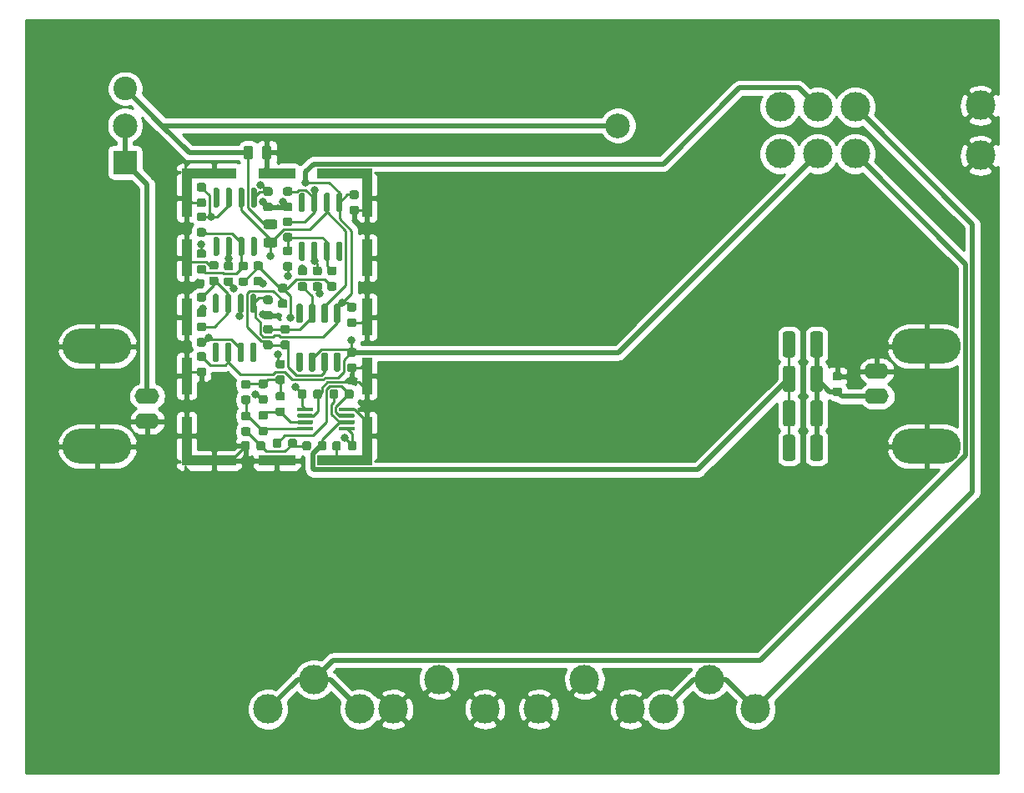
<source format=gbr>
%TF.GenerationSoftware,KiCad,Pcbnew,(5.1.6)-1*%
%TF.CreationDate,2020-08-21T15:32:42+02:00*%
%TF.ProjectId,mu_lna,6d755f6c-6e61-42e6-9b69-6361645f7063,rev?*%
%TF.SameCoordinates,Original*%
%TF.FileFunction,Copper,L2,Bot*%
%TF.FilePolarity,Positive*%
%FSLAX46Y46*%
G04 Gerber Fmt 4.6, Leading zero omitted, Abs format (unit mm)*
G04 Created by KiCad (PCBNEW (5.1.6)-1) date 2020-08-21 15:32:42*
%MOMM*%
%LPD*%
G01*
G04 APERTURE LIST*
%TA.AperFunction,ComponentPad*%
%ADD10C,3.000000*%
%TD*%
%TA.AperFunction,ComponentPad*%
%ADD11C,2.400000*%
%TD*%
%TA.AperFunction,ComponentPad*%
%ADD12R,2.400000X2.400000*%
%TD*%
%TA.AperFunction,SMDPad,CuDef*%
%ADD13R,1.000000X1.000000*%
%TD*%
%TA.AperFunction,SMDPad,CuDef*%
%ADD14R,1.000000X3.980000*%
%TD*%
%TA.AperFunction,SMDPad,CuDef*%
%ADD15R,1.000000X3.800000*%
%TD*%
%TA.AperFunction,SMDPad,CuDef*%
%ADD16R,4.550000X1.000000*%
%TD*%
%TA.AperFunction,SMDPad,CuDef*%
%ADD17R,3.800000X1.000000*%
%TD*%
%TA.AperFunction,ComponentPad*%
%ADD18O,2.500000X1.600000*%
%TD*%
%TA.AperFunction,ComponentPad*%
%ADD19O,7.000000X3.500000*%
%TD*%
%TA.AperFunction,ViaPad*%
%ADD20C,1.000000*%
%TD*%
%TA.AperFunction,ViaPad*%
%ADD21C,0.800000*%
%TD*%
%TA.AperFunction,ViaPad*%
%ADD22C,2.500000*%
%TD*%
%TA.AperFunction,Conductor*%
%ADD23C,0.500000*%
%TD*%
%TA.AperFunction,Conductor*%
%ADD24C,0.250000*%
%TD*%
%TA.AperFunction,Conductor*%
%ADD25C,0.254000*%
%TD*%
G04 APERTURE END LIST*
D10*
%TO.P,SW1,7*%
%TO.N,GND*%
X192510000Y-75540000D03*
%TO.P,SW1,8*%
X192510000Y-70460000D03*
%TO.P,SW1,2*%
%TO.N,Net-(BT1-Pad1)*%
X179810000Y-75375000D03*
%TO.P,SW1,4*%
%TO.N,Net-(BT2-Pad2)*%
X179810000Y-70625000D03*
%TO.P,SW1,1*%
%TO.N,+12V*%
X176000000Y-75375000D03*
%TO.P,SW1,3*%
%TO.N,-12V*%
X176000000Y-70625000D03*
%TO.P,SW1,5*%
%TO.N,N/C*%
X172190000Y-75375000D03*
%TO.P,SW1,6*%
X172190000Y-70625000D03*
%TD*%
%TO.P,BT2,1*%
%TO.N,GND*%
X147700000Y-131750000D03*
X157000000Y-131750000D03*
%TO.P,BT2,2*%
%TO.N,Net-(BT2-Pad2)*%
X160400000Y-131750000D03*
X169700000Y-131750000D03*
%TO.P,BT2,1*%
%TO.N,GND*%
X152350000Y-128750000D03*
%TO.P,BT2,2*%
%TO.N,Net-(BT2-Pad2)*%
X165050000Y-128750000D03*
%TD*%
%TO.P,BT1,1*%
%TO.N,Net-(BT1-Pad1)*%
X120250000Y-131750000D03*
X129550000Y-131750000D03*
%TO.P,BT1,2*%
%TO.N,GND*%
X132950000Y-131750000D03*
X142250000Y-131750000D03*
%TO.P,BT1,1*%
%TO.N,Net-(BT1-Pad1)*%
X124900000Y-128750000D03*
%TO.P,BT1,2*%
%TO.N,GND*%
X137600000Y-128750000D03*
%TD*%
D11*
%TO.P,C12,2*%
%TO.N,Net-(C12-Pad2)*%
X105750000Y-68750000D03*
D12*
%TO.P,C12,1*%
%TO.N,Net-(C12-Pad1)*%
X105750000Y-76250000D03*
%TD*%
%TO.P,C25,2*%
%TO.N,-12V*%
%TA.AperFunction,SMDPad,CuDef*%
G36*
G01*
X124143379Y-99516700D02*
X124143379Y-100029200D01*
G75*
G02*
X123924629Y-100247950I-218750J0D01*
G01*
X123487129Y-100247950D01*
G75*
G02*
X123268379Y-100029200I0J218750D01*
G01*
X123268379Y-99516700D01*
G75*
G02*
X123487129Y-99297950I218750J0D01*
G01*
X123924629Y-99297950D01*
G75*
G02*
X124143379Y-99516700I0J-218750D01*
G01*
G37*
%TD.AperFunction*%
%TO.P,C25,1*%
%TO.N,GND*%
%TA.AperFunction,SMDPad,CuDef*%
G36*
G01*
X125718379Y-99516700D02*
X125718379Y-100029200D01*
G75*
G02*
X125499629Y-100247950I-218750J0D01*
G01*
X125062129Y-100247950D01*
G75*
G02*
X124843379Y-100029200I0J218750D01*
G01*
X124843379Y-99516700D01*
G75*
G02*
X125062129Y-99297950I218750J0D01*
G01*
X125499629Y-99297950D01*
G75*
G02*
X125718379Y-99516700I0J-218750D01*
G01*
G37*
%TD.AperFunction*%
%TD*%
%TO.P,C24,2*%
%TO.N,GND*%
%TA.AperFunction,SMDPad,CuDef*%
G36*
G01*
X127643379Y-104766700D02*
X127643379Y-105279200D01*
G75*
G02*
X127424629Y-105497950I-218750J0D01*
G01*
X126987129Y-105497950D01*
G75*
G02*
X126768379Y-105279200I0J218750D01*
G01*
X126768379Y-104766700D01*
G75*
G02*
X126987129Y-104547950I218750J0D01*
G01*
X127424629Y-104547950D01*
G75*
G02*
X127643379Y-104766700I0J-218750D01*
G01*
G37*
%TD.AperFunction*%
%TO.P,C24,1*%
%TO.N,+12V*%
%TA.AperFunction,SMDPad,CuDef*%
G36*
G01*
X129218379Y-104766700D02*
X129218379Y-105279200D01*
G75*
G02*
X128999629Y-105497950I-218750J0D01*
G01*
X128562129Y-105497950D01*
G75*
G02*
X128343379Y-105279200I0J218750D01*
G01*
X128343379Y-104766700D01*
G75*
G02*
X128562129Y-104547950I218750J0D01*
G01*
X128999629Y-104547950D01*
G75*
G02*
X129218379Y-104766700I0J-218750D01*
G01*
G37*
%TD.AperFunction*%
%TD*%
%TO.P,C23,2*%
%TO.N,Net-(C23-Pad2)*%
%TA.AperFunction,SMDPad,CuDef*%
G36*
G01*
X122249629Y-93635450D02*
X121737129Y-93635450D01*
G75*
G02*
X121518379Y-93416700I0J218750D01*
G01*
X121518379Y-92979200D01*
G75*
G02*
X121737129Y-92760450I218750J0D01*
G01*
X122249629Y-92760450D01*
G75*
G02*
X122468379Y-92979200I0J-218750D01*
G01*
X122468379Y-93416700D01*
G75*
G02*
X122249629Y-93635450I-218750J0D01*
G01*
G37*
%TD.AperFunction*%
%TO.P,C23,1*%
%TO.N,Net-(C23-Pad1)*%
%TA.AperFunction,SMDPad,CuDef*%
G36*
G01*
X122249629Y-95210450D02*
X121737129Y-95210450D01*
G75*
G02*
X121518379Y-94991700I0J218750D01*
G01*
X121518379Y-94554200D01*
G75*
G02*
X121737129Y-94335450I218750J0D01*
G01*
X122249629Y-94335450D01*
G75*
G02*
X122468379Y-94554200I0J-218750D01*
G01*
X122468379Y-94991700D01*
G75*
G02*
X122249629Y-95210450I-218750J0D01*
G01*
G37*
%TD.AperFunction*%
%TD*%
%TO.P,U2,8*%
%TO.N,+12V*%
%TA.AperFunction,SMDPad,CuDef*%
G36*
G01*
X127430879Y-103372950D02*
X127430879Y-103172950D01*
G75*
G02*
X127530879Y-103072950I100000J0D01*
G01*
X128955879Y-103072950D01*
G75*
G02*
X129055879Y-103172950I0J-100000D01*
G01*
X129055879Y-103372950D01*
G75*
G02*
X128955879Y-103472950I-100000J0D01*
G01*
X127530879Y-103472950D01*
G75*
G02*
X127430879Y-103372950I0J100000D01*
G01*
G37*
%TD.AperFunction*%
%TO.P,U2,7*%
%TO.N,Net-(C11-Pad2)*%
%TA.AperFunction,SMDPad,CuDef*%
G36*
G01*
X127430879Y-102722950D02*
X127430879Y-102522950D01*
G75*
G02*
X127530879Y-102422950I100000J0D01*
G01*
X128955879Y-102422950D01*
G75*
G02*
X129055879Y-102522950I0J-100000D01*
G01*
X129055879Y-102722950D01*
G75*
G02*
X128955879Y-102822950I-100000J0D01*
G01*
X127530879Y-102822950D01*
G75*
G02*
X127430879Y-102722950I0J100000D01*
G01*
G37*
%TD.AperFunction*%
%TO.P,U2,6*%
%TO.N,Net-(C11-Pad1)*%
%TA.AperFunction,SMDPad,CuDef*%
G36*
G01*
X127430879Y-102072950D02*
X127430879Y-101872950D01*
G75*
G02*
X127530879Y-101772950I100000J0D01*
G01*
X128955879Y-101772950D01*
G75*
G02*
X129055879Y-101872950I0J-100000D01*
G01*
X129055879Y-102072950D01*
G75*
G02*
X128955879Y-102172950I-100000J0D01*
G01*
X127530879Y-102172950D01*
G75*
G02*
X127430879Y-102072950I0J100000D01*
G01*
G37*
%TD.AperFunction*%
%TO.P,U2,5*%
%TO.N,GND*%
%TA.AperFunction,SMDPad,CuDef*%
G36*
G01*
X127430879Y-101422950D02*
X127430879Y-101222950D01*
G75*
G02*
X127530879Y-101122950I100000J0D01*
G01*
X128955879Y-101122950D01*
G75*
G02*
X129055879Y-101222950I0J-100000D01*
G01*
X129055879Y-101422950D01*
G75*
G02*
X128955879Y-101522950I-100000J0D01*
G01*
X127530879Y-101522950D01*
G75*
G02*
X127430879Y-101422950I0J100000D01*
G01*
G37*
%TD.AperFunction*%
%TO.P,U2,4*%
%TO.N,-12V*%
%TA.AperFunction,SMDPad,CuDef*%
G36*
G01*
X123205879Y-101422950D02*
X123205879Y-101222950D01*
G75*
G02*
X123305879Y-101122950I100000J0D01*
G01*
X124730879Y-101122950D01*
G75*
G02*
X124830879Y-101222950I0J-100000D01*
G01*
X124830879Y-101422950D01*
G75*
G02*
X124730879Y-101522950I-100000J0D01*
G01*
X123305879Y-101522950D01*
G75*
G02*
X123205879Y-101422950I0J100000D01*
G01*
G37*
%TD.AperFunction*%
%TO.P,U2,3*%
%TO.N,GND*%
%TA.AperFunction,SMDPad,CuDef*%
G36*
G01*
X123205879Y-102072950D02*
X123205879Y-101872950D01*
G75*
G02*
X123305879Y-101772950I100000J0D01*
G01*
X124730879Y-101772950D01*
G75*
G02*
X124830879Y-101872950I0J-100000D01*
G01*
X124830879Y-102072950D01*
G75*
G02*
X124730879Y-102172950I-100000J0D01*
G01*
X123305879Y-102172950D01*
G75*
G02*
X123205879Y-102072950I0J100000D01*
G01*
G37*
%TD.AperFunction*%
%TO.P,U2,2*%
%TO.N,Net-(C10-Pad1)*%
%TA.AperFunction,SMDPad,CuDef*%
G36*
G01*
X123205879Y-102722950D02*
X123205879Y-102522950D01*
G75*
G02*
X123305879Y-102422950I100000J0D01*
G01*
X124730879Y-102422950D01*
G75*
G02*
X124830879Y-102522950I0J-100000D01*
G01*
X124830879Y-102722950D01*
G75*
G02*
X124730879Y-102822950I-100000J0D01*
G01*
X123305879Y-102822950D01*
G75*
G02*
X123205879Y-102722950I0J100000D01*
G01*
G37*
%TD.AperFunction*%
%TO.P,U2,1*%
%TO.N,Net-(C10-Pad2)*%
%TA.AperFunction,SMDPad,CuDef*%
G36*
G01*
X123205879Y-103372950D02*
X123205879Y-103172950D01*
G75*
G02*
X123305879Y-103072950I100000J0D01*
G01*
X124730879Y-103072950D01*
G75*
G02*
X124830879Y-103172950I0J-100000D01*
G01*
X124830879Y-103372950D01*
G75*
G02*
X124730879Y-103472950I-100000J0D01*
G01*
X123305879Y-103472950D01*
G75*
G02*
X123205879Y-103372950I0J100000D01*
G01*
G37*
%TD.AperFunction*%
%TD*%
%TO.P,C20,2*%
%TO.N,Net-(C18-Pad2)*%
%TA.AperFunction,SMDPad,CuDef*%
G36*
G01*
X175281621Y-95802050D02*
X175281621Y-93652050D01*
G75*
G02*
X175531621Y-93402050I250000J0D01*
G01*
X176281621Y-93402050D01*
G75*
G02*
X176531621Y-93652050I0J-250000D01*
G01*
X176531621Y-95802050D01*
G75*
G02*
X176281621Y-96052050I-250000J0D01*
G01*
X175531621Y-96052050D01*
G75*
G02*
X175281621Y-95802050I0J250000D01*
G01*
G37*
%TD.AperFunction*%
%TO.P,C20,1*%
%TO.N,Net-(C11-Pad2)*%
%TA.AperFunction,SMDPad,CuDef*%
G36*
G01*
X172481621Y-95802050D02*
X172481621Y-93652050D01*
G75*
G02*
X172731621Y-93402050I250000J0D01*
G01*
X173481621Y-93402050D01*
G75*
G02*
X173731621Y-93652050I0J-250000D01*
G01*
X173731621Y-95802050D01*
G75*
G02*
X173481621Y-96052050I-250000J0D01*
G01*
X172731621Y-96052050D01*
G75*
G02*
X172481621Y-95802050I0J250000D01*
G01*
G37*
%TD.AperFunction*%
%TD*%
%TO.P,R18,2*%
%TO.N,Net-(C18-Pad2)*%
%TA.AperFunction,SMDPad,CuDef*%
G36*
G01*
X177743750Y-99100000D02*
X178256250Y-99100000D01*
G75*
G02*
X178475000Y-99318750I0J-218750D01*
G01*
X178475000Y-99756250D01*
G75*
G02*
X178256250Y-99975000I-218750J0D01*
G01*
X177743750Y-99975000D01*
G75*
G02*
X177525000Y-99756250I0J218750D01*
G01*
X177525000Y-99318750D01*
G75*
G02*
X177743750Y-99100000I218750J0D01*
G01*
G37*
%TD.AperFunction*%
%TO.P,R18,1*%
%TO.N,GND*%
%TA.AperFunction,SMDPad,CuDef*%
G36*
G01*
X177743750Y-97525000D02*
X178256250Y-97525000D01*
G75*
G02*
X178475000Y-97743750I0J-218750D01*
G01*
X178475000Y-98181250D01*
G75*
G02*
X178256250Y-98400000I-218750J0D01*
G01*
X177743750Y-98400000D01*
G75*
G02*
X177525000Y-98181250I0J218750D01*
G01*
X177525000Y-97743750D01*
G75*
G02*
X177743750Y-97525000I218750J0D01*
G01*
G37*
%TD.AperFunction*%
%TD*%
%TO.P,R5,2*%
%TO.N,Net-(C15-Pad2)*%
%TA.AperFunction,SMDPad,CuDef*%
G36*
G01*
X124605879Y-104766700D02*
X124605879Y-105279200D01*
G75*
G02*
X124387129Y-105497950I-218750J0D01*
G01*
X123949629Y-105497950D01*
G75*
G02*
X123730879Y-105279200I0J218750D01*
G01*
X123730879Y-104766700D01*
G75*
G02*
X123949629Y-104547950I218750J0D01*
G01*
X124387129Y-104547950D01*
G75*
G02*
X124605879Y-104766700I0J-218750D01*
G01*
G37*
%TD.AperFunction*%
%TO.P,R5,1*%
%TO.N,Net-(C11-Pad2)*%
%TA.AperFunction,SMDPad,CuDef*%
G36*
G01*
X126180879Y-104766700D02*
X126180879Y-105279200D01*
G75*
G02*
X125962129Y-105497950I-218750J0D01*
G01*
X125524629Y-105497950D01*
G75*
G02*
X125305879Y-105279200I0J218750D01*
G01*
X125305879Y-104766700D01*
G75*
G02*
X125524629Y-104547950I218750J0D01*
G01*
X125962129Y-104547950D01*
G75*
G02*
X126180879Y-104766700I0J-218750D01*
G01*
G37*
%TD.AperFunction*%
%TD*%
%TO.P,C22,2*%
%TO.N,Net-(C18-Pad2)*%
%TA.AperFunction,SMDPad,CuDef*%
G36*
G01*
X175281621Y-99302050D02*
X175281621Y-97152050D01*
G75*
G02*
X175531621Y-96902050I250000J0D01*
G01*
X176281621Y-96902050D01*
G75*
G02*
X176531621Y-97152050I0J-250000D01*
G01*
X176531621Y-99302050D01*
G75*
G02*
X176281621Y-99552050I-250000J0D01*
G01*
X175531621Y-99552050D01*
G75*
G02*
X175281621Y-99302050I0J250000D01*
G01*
G37*
%TD.AperFunction*%
%TO.P,C22,1*%
%TO.N,Net-(C11-Pad2)*%
%TA.AperFunction,SMDPad,CuDef*%
G36*
G01*
X172481621Y-99302050D02*
X172481621Y-97152050D01*
G75*
G02*
X172731621Y-96902050I250000J0D01*
G01*
X173481621Y-96902050D01*
G75*
G02*
X173731621Y-97152050I0J-250000D01*
G01*
X173731621Y-99302050D01*
G75*
G02*
X173481621Y-99552050I-250000J0D01*
G01*
X172731621Y-99552050D01*
G75*
G02*
X172481621Y-99302050I0J250000D01*
G01*
G37*
%TD.AperFunction*%
%TD*%
%TO.P,C21,2*%
%TO.N,Net-(C18-Pad2)*%
%TA.AperFunction,SMDPad,CuDef*%
G36*
G01*
X175281621Y-102802050D02*
X175281621Y-100652050D01*
G75*
G02*
X175531621Y-100402050I250000J0D01*
G01*
X176281621Y-100402050D01*
G75*
G02*
X176531621Y-100652050I0J-250000D01*
G01*
X176531621Y-102802050D01*
G75*
G02*
X176281621Y-103052050I-250000J0D01*
G01*
X175531621Y-103052050D01*
G75*
G02*
X175281621Y-102802050I0J250000D01*
G01*
G37*
%TD.AperFunction*%
%TO.P,C21,1*%
%TO.N,Net-(C11-Pad2)*%
%TA.AperFunction,SMDPad,CuDef*%
G36*
G01*
X172481621Y-102802050D02*
X172481621Y-100652050D01*
G75*
G02*
X172731621Y-100402050I250000J0D01*
G01*
X173481621Y-100402050D01*
G75*
G02*
X173731621Y-100652050I0J-250000D01*
G01*
X173731621Y-102802050D01*
G75*
G02*
X173481621Y-103052050I-250000J0D01*
G01*
X172731621Y-103052050D01*
G75*
G02*
X172481621Y-102802050I0J250000D01*
G01*
G37*
%TD.AperFunction*%
%TD*%
%TO.P,C18,2*%
%TO.N,Net-(C18-Pad2)*%
%TA.AperFunction,SMDPad,CuDef*%
G36*
G01*
X175281621Y-106302050D02*
X175281621Y-104152050D01*
G75*
G02*
X175531621Y-103902050I250000J0D01*
G01*
X176281621Y-103902050D01*
G75*
G02*
X176531621Y-104152050I0J-250000D01*
G01*
X176531621Y-106302050D01*
G75*
G02*
X176281621Y-106552050I-250000J0D01*
G01*
X175531621Y-106552050D01*
G75*
G02*
X175281621Y-106302050I0J250000D01*
G01*
G37*
%TD.AperFunction*%
%TO.P,C18,1*%
%TO.N,Net-(C11-Pad2)*%
%TA.AperFunction,SMDPad,CuDef*%
G36*
G01*
X172481621Y-106302050D02*
X172481621Y-104152050D01*
G75*
G02*
X172731621Y-103902050I250000J0D01*
G01*
X173481621Y-103902050D01*
G75*
G02*
X173731621Y-104152050I0J-250000D01*
G01*
X173731621Y-106302050D01*
G75*
G02*
X173481621Y-106552050I-250000J0D01*
G01*
X172731621Y-106552050D01*
G75*
G02*
X172481621Y-106302050I0J250000D01*
G01*
G37*
%TD.AperFunction*%
%TD*%
%TO.P,C11,2*%
%TO.N,Net-(C11-Pad2)*%
%TA.AperFunction,SMDPad,CuDef*%
G36*
G01*
X127355879Y-99516700D02*
X127355879Y-100029200D01*
G75*
G02*
X127137129Y-100247950I-218750J0D01*
G01*
X126699629Y-100247950D01*
G75*
G02*
X126480879Y-100029200I0J218750D01*
G01*
X126480879Y-99516700D01*
G75*
G02*
X126699629Y-99297950I218750J0D01*
G01*
X127137129Y-99297950D01*
G75*
G02*
X127355879Y-99516700I0J-218750D01*
G01*
G37*
%TD.AperFunction*%
%TO.P,C11,1*%
%TO.N,Net-(C11-Pad1)*%
%TA.AperFunction,SMDPad,CuDef*%
G36*
G01*
X128930879Y-99516700D02*
X128930879Y-100029200D01*
G75*
G02*
X128712129Y-100247950I-218750J0D01*
G01*
X128274629Y-100247950D01*
G75*
G02*
X128055879Y-100029200I0J218750D01*
G01*
X128055879Y-99516700D01*
G75*
G02*
X128274629Y-99297950I218750J0D01*
G01*
X128712129Y-99297950D01*
G75*
G02*
X128930879Y-99516700I0J-218750D01*
G01*
G37*
%TD.AperFunction*%
%TD*%
%TO.P,C8,2*%
%TO.N,-12V*%
%TA.AperFunction,SMDPad,CuDef*%
G36*
G01*
X120499629Y-90635450D02*
X119987129Y-90635450D01*
G75*
G02*
X119768379Y-90416700I0J218750D01*
G01*
X119768379Y-89979200D01*
G75*
G02*
X119987129Y-89760450I218750J0D01*
G01*
X120499629Y-89760450D01*
G75*
G02*
X120718379Y-89979200I0J-218750D01*
G01*
X120718379Y-90416700D01*
G75*
G02*
X120499629Y-90635450I-218750J0D01*
G01*
G37*
%TD.AperFunction*%
%TO.P,C8,1*%
%TO.N,GND*%
%TA.AperFunction,SMDPad,CuDef*%
G36*
G01*
X120499629Y-92210450D02*
X119987129Y-92210450D01*
G75*
G02*
X119768379Y-91991700I0J218750D01*
G01*
X119768379Y-91554200D01*
G75*
G02*
X119987129Y-91335450I218750J0D01*
G01*
X120499629Y-91335450D01*
G75*
G02*
X120718379Y-91554200I0J-218750D01*
G01*
X120718379Y-91991700D01*
G75*
G02*
X120499629Y-92210450I-218750J0D01*
G01*
G37*
%TD.AperFunction*%
%TD*%
%TO.P,C7,2*%
%TO.N,-12V*%
%TA.AperFunction,SMDPad,CuDef*%
G36*
G01*
X129249629Y-79960450D02*
X128737129Y-79960450D01*
G75*
G02*
X128518379Y-79741700I0J218750D01*
G01*
X128518379Y-79304200D01*
G75*
G02*
X128737129Y-79085450I218750J0D01*
G01*
X129249629Y-79085450D01*
G75*
G02*
X129468379Y-79304200I0J-218750D01*
G01*
X129468379Y-79741700D01*
G75*
G02*
X129249629Y-79960450I-218750J0D01*
G01*
G37*
%TD.AperFunction*%
%TO.P,C7,1*%
%TO.N,GND*%
%TA.AperFunction,SMDPad,CuDef*%
G36*
G01*
X129249629Y-81535450D02*
X128737129Y-81535450D01*
G75*
G02*
X128518379Y-81316700I0J218750D01*
G01*
X128518379Y-80879200D01*
G75*
G02*
X128737129Y-80660450I218750J0D01*
G01*
X129249629Y-80660450D01*
G75*
G02*
X129468379Y-80879200I0J-218750D01*
G01*
X129468379Y-81316700D01*
G75*
G02*
X129249629Y-81535450I-218750J0D01*
G01*
G37*
%TD.AperFunction*%
%TD*%
%TO.P,C6,2*%
%TO.N,-12V*%
%TA.AperFunction,SMDPad,CuDef*%
G36*
G01*
X128999629Y-91385450D02*
X128487129Y-91385450D01*
G75*
G02*
X128268379Y-91166700I0J218750D01*
G01*
X128268379Y-90729200D01*
G75*
G02*
X128487129Y-90510450I218750J0D01*
G01*
X128999629Y-90510450D01*
G75*
G02*
X129218379Y-90729200I0J-218750D01*
G01*
X129218379Y-91166700D01*
G75*
G02*
X128999629Y-91385450I-218750J0D01*
G01*
G37*
%TD.AperFunction*%
%TO.P,C6,1*%
%TO.N,GND*%
%TA.AperFunction,SMDPad,CuDef*%
G36*
G01*
X128999629Y-92960450D02*
X128487129Y-92960450D01*
G75*
G02*
X128268379Y-92741700I0J218750D01*
G01*
X128268379Y-92304200D01*
G75*
G02*
X128487129Y-92085450I218750J0D01*
G01*
X128999629Y-92085450D01*
G75*
G02*
X129218379Y-92304200I0J-218750D01*
G01*
X129218379Y-92741700D01*
G75*
G02*
X128999629Y-92960450I-218750J0D01*
G01*
G37*
%TD.AperFunction*%
%TD*%
%TO.P,C5,2*%
%TO.N,-12V*%
%TA.AperFunction,SMDPad,CuDef*%
G36*
G01*
X120499629Y-79635450D02*
X119987129Y-79635450D01*
G75*
G02*
X119768379Y-79416700I0J218750D01*
G01*
X119768379Y-78979200D01*
G75*
G02*
X119987129Y-78760450I218750J0D01*
G01*
X120499629Y-78760450D01*
G75*
G02*
X120718379Y-78979200I0J-218750D01*
G01*
X120718379Y-79416700D01*
G75*
G02*
X120499629Y-79635450I-218750J0D01*
G01*
G37*
%TD.AperFunction*%
%TO.P,C5,1*%
%TO.N,GND*%
%TA.AperFunction,SMDPad,CuDef*%
G36*
G01*
X120499629Y-81210450D02*
X119987129Y-81210450D01*
G75*
G02*
X119768379Y-80991700I0J218750D01*
G01*
X119768379Y-80554200D01*
G75*
G02*
X119987129Y-80335450I218750J0D01*
G01*
X120499629Y-80335450D01*
G75*
G02*
X120718379Y-80554200I0J-218750D01*
G01*
X120718379Y-80991700D01*
G75*
G02*
X120499629Y-81210450I-218750J0D01*
G01*
G37*
%TD.AperFunction*%
%TD*%
%TO.P,C4,2*%
%TO.N,GND*%
%TA.AperFunction,SMDPad,CuDef*%
G36*
G01*
X115987129Y-87910450D02*
X116499629Y-87910450D01*
G75*
G02*
X116718379Y-88129200I0J-218750D01*
G01*
X116718379Y-88566700D01*
G75*
G02*
X116499629Y-88785450I-218750J0D01*
G01*
X115987129Y-88785450D01*
G75*
G02*
X115768379Y-88566700I0J218750D01*
G01*
X115768379Y-88129200D01*
G75*
G02*
X115987129Y-87910450I218750J0D01*
G01*
G37*
%TD.AperFunction*%
%TO.P,C4,1*%
%TO.N,+12V*%
%TA.AperFunction,SMDPad,CuDef*%
G36*
G01*
X115987129Y-86335450D02*
X116499629Y-86335450D01*
G75*
G02*
X116718379Y-86554200I0J-218750D01*
G01*
X116718379Y-86991700D01*
G75*
G02*
X116499629Y-87210450I-218750J0D01*
G01*
X115987129Y-87210450D01*
G75*
G02*
X115768379Y-86991700I0J218750D01*
G01*
X115768379Y-86554200D01*
G75*
G02*
X115987129Y-86335450I218750J0D01*
G01*
G37*
%TD.AperFunction*%
%TD*%
%TO.P,C3,2*%
%TO.N,GND*%
%TA.AperFunction,SMDPad,CuDef*%
G36*
G01*
X113237129Y-97085450D02*
X113749629Y-97085450D01*
G75*
G02*
X113968379Y-97304200I0J-218750D01*
G01*
X113968379Y-97741700D01*
G75*
G02*
X113749629Y-97960450I-218750J0D01*
G01*
X113237129Y-97960450D01*
G75*
G02*
X113018379Y-97741700I0J218750D01*
G01*
X113018379Y-97304200D01*
G75*
G02*
X113237129Y-97085450I218750J0D01*
G01*
G37*
%TD.AperFunction*%
%TO.P,C3,1*%
%TO.N,+12V*%
%TA.AperFunction,SMDPad,CuDef*%
G36*
G01*
X113237129Y-95510450D02*
X113749629Y-95510450D01*
G75*
G02*
X113968379Y-95729200I0J-218750D01*
G01*
X113968379Y-96166700D01*
G75*
G02*
X113749629Y-96385450I-218750J0D01*
G01*
X113237129Y-96385450D01*
G75*
G02*
X113018379Y-96166700I0J218750D01*
G01*
X113018379Y-95729200D01*
G75*
G02*
X113237129Y-95510450I218750J0D01*
G01*
G37*
%TD.AperFunction*%
%TD*%
%TO.P,C2,2*%
%TO.N,GND*%
%TA.AperFunction,SMDPad,CuDef*%
G36*
G01*
X128487129Y-96660450D02*
X128999629Y-96660450D01*
G75*
G02*
X129218379Y-96879200I0J-218750D01*
G01*
X129218379Y-97316700D01*
G75*
G02*
X128999629Y-97535450I-218750J0D01*
G01*
X128487129Y-97535450D01*
G75*
G02*
X128268379Y-97316700I0J218750D01*
G01*
X128268379Y-96879200D01*
G75*
G02*
X128487129Y-96660450I218750J0D01*
G01*
G37*
%TD.AperFunction*%
%TO.P,C2,1*%
%TO.N,+12V*%
%TA.AperFunction,SMDPad,CuDef*%
G36*
G01*
X128487129Y-95085450D02*
X128999629Y-95085450D01*
G75*
G02*
X129218379Y-95304200I0J-218750D01*
G01*
X129218379Y-95741700D01*
G75*
G02*
X128999629Y-95960450I-218750J0D01*
G01*
X128487129Y-95960450D01*
G75*
G02*
X128268379Y-95741700I0J218750D01*
G01*
X128268379Y-95304200D01*
G75*
G02*
X128487129Y-95085450I218750J0D01*
G01*
G37*
%TD.AperFunction*%
%TD*%
%TO.P,C1,2*%
%TO.N,GND*%
%TA.AperFunction,SMDPad,CuDef*%
G36*
G01*
X124987129Y-88410450D02*
X125499629Y-88410450D01*
G75*
G02*
X125718379Y-88629200I0J-218750D01*
G01*
X125718379Y-89066700D01*
G75*
G02*
X125499629Y-89285450I-218750J0D01*
G01*
X124987129Y-89285450D01*
G75*
G02*
X124768379Y-89066700I0J218750D01*
G01*
X124768379Y-88629200D01*
G75*
G02*
X124987129Y-88410450I218750J0D01*
G01*
G37*
%TD.AperFunction*%
%TO.P,C1,1*%
%TO.N,+12V*%
%TA.AperFunction,SMDPad,CuDef*%
G36*
G01*
X124987129Y-86835450D02*
X125499629Y-86835450D01*
G75*
G02*
X125718379Y-87054200I0J-218750D01*
G01*
X125718379Y-87491700D01*
G75*
G02*
X125499629Y-87710450I-218750J0D01*
G01*
X124987129Y-87710450D01*
G75*
G02*
X124768379Y-87491700I0J218750D01*
G01*
X124768379Y-87054200D01*
G75*
G02*
X124987129Y-86835450I218750J0D01*
G01*
G37*
%TD.AperFunction*%
%TD*%
%TO.P,R12,2*%
%TO.N,Net-(C15-Pad2)*%
%TA.AperFunction,SMDPad,CuDef*%
G36*
G01*
X122305879Y-105029200D02*
X122305879Y-104516700D01*
G75*
G02*
X122524629Y-104297950I218750J0D01*
G01*
X122962129Y-104297950D01*
G75*
G02*
X123180879Y-104516700I0J-218750D01*
G01*
X123180879Y-105029200D01*
G75*
G02*
X122962129Y-105247950I-218750J0D01*
G01*
X122524629Y-105247950D01*
G75*
G02*
X122305879Y-105029200I0J218750D01*
G01*
G37*
%TD.AperFunction*%
%TO.P,R12,1*%
%TO.N,Net-(C11-Pad1)*%
%TA.AperFunction,SMDPad,CuDef*%
G36*
G01*
X120730879Y-105029200D02*
X120730879Y-104516700D01*
G75*
G02*
X120949629Y-104297950I218750J0D01*
G01*
X121387129Y-104297950D01*
G75*
G02*
X121605879Y-104516700I0J-218750D01*
G01*
X121605879Y-105029200D01*
G75*
G02*
X121387129Y-105247950I-218750J0D01*
G01*
X120949629Y-105247950D01*
G75*
G02*
X120730879Y-105029200I0J218750D01*
G01*
G37*
%TD.AperFunction*%
%TD*%
%TO.P,R10,2*%
%TO.N,Net-(C13-Pad2)*%
%TA.AperFunction,SMDPad,CuDef*%
G36*
G01*
X121749629Y-100422950D02*
X121237129Y-100422950D01*
G75*
G02*
X121018379Y-100204200I0J218750D01*
G01*
X121018379Y-99766700D01*
G75*
G02*
X121237129Y-99547950I218750J0D01*
G01*
X121749629Y-99547950D01*
G75*
G02*
X121968379Y-99766700I0J-218750D01*
G01*
X121968379Y-100204200D01*
G75*
G02*
X121749629Y-100422950I-218750J0D01*
G01*
G37*
%TD.AperFunction*%
%TO.P,R10,1*%
%TO.N,Net-(C10-Pad1)*%
%TA.AperFunction,SMDPad,CuDef*%
G36*
G01*
X121749629Y-101997950D02*
X121237129Y-101997950D01*
G75*
G02*
X121018379Y-101779200I0J218750D01*
G01*
X121018379Y-101341700D01*
G75*
G02*
X121237129Y-101122950I218750J0D01*
G01*
X121749629Y-101122950D01*
G75*
G02*
X121968379Y-101341700I0J-218750D01*
G01*
X121968379Y-101779200D01*
G75*
G02*
X121749629Y-101997950I-218750J0D01*
G01*
G37*
%TD.AperFunction*%
%TD*%
%TO.P,R9,2*%
%TO.N,Net-(R1-Pad1)*%
%TA.AperFunction,SMDPad,CuDef*%
G36*
G01*
X121749629Y-97172950D02*
X121237129Y-97172950D01*
G75*
G02*
X121018379Y-96954200I0J218750D01*
G01*
X121018379Y-96516700D01*
G75*
G02*
X121237129Y-96297950I218750J0D01*
G01*
X121749629Y-96297950D01*
G75*
G02*
X121968379Y-96516700I0J-218750D01*
G01*
X121968379Y-96954200D01*
G75*
G02*
X121749629Y-97172950I-218750J0D01*
G01*
G37*
%TD.AperFunction*%
%TO.P,R9,1*%
%TO.N,Net-(C13-Pad2)*%
%TA.AperFunction,SMDPad,CuDef*%
G36*
G01*
X121749629Y-98747950D02*
X121237129Y-98747950D01*
G75*
G02*
X121018379Y-98529200I0J218750D01*
G01*
X121018379Y-98091700D01*
G75*
G02*
X121237129Y-97872950I218750J0D01*
G01*
X121749629Y-97872950D01*
G75*
G02*
X121968379Y-98091700I0J-218750D01*
G01*
X121968379Y-98529200D01*
G75*
G02*
X121749629Y-98747950I-218750J0D01*
G01*
G37*
%TD.AperFunction*%
%TD*%
%TO.P,R4,2*%
%TO.N,Net-(C13-Pad2)*%
%TA.AperFunction,SMDPad,CuDef*%
G36*
G01*
X118249629Y-99210450D02*
X117737129Y-99210450D01*
G75*
G02*
X117518379Y-98991700I0J218750D01*
G01*
X117518379Y-98554200D01*
G75*
G02*
X117737129Y-98335450I218750J0D01*
G01*
X118249629Y-98335450D01*
G75*
G02*
X118468379Y-98554200I0J-218750D01*
G01*
X118468379Y-98991700D01*
G75*
G02*
X118249629Y-99210450I-218750J0D01*
G01*
G37*
%TD.AperFunction*%
%TO.P,R4,1*%
%TO.N,Net-(C10-Pad2)*%
%TA.AperFunction,SMDPad,CuDef*%
G36*
G01*
X118249629Y-100785450D02*
X117737129Y-100785450D01*
G75*
G02*
X117518379Y-100566700I0J218750D01*
G01*
X117518379Y-100129200D01*
G75*
G02*
X117737129Y-99910450I218750J0D01*
G01*
X118249629Y-99910450D01*
G75*
G02*
X118468379Y-100129200I0J-218750D01*
G01*
X118468379Y-100566700D01*
G75*
G02*
X118249629Y-100785450I-218750J0D01*
G01*
G37*
%TD.AperFunction*%
%TD*%
%TO.P,C19,2*%
%TO.N,Net-(C19-Pad2)*%
%TA.AperFunction,SMDPad,CuDef*%
G36*
G01*
X113749629Y-93385450D02*
X113237129Y-93385450D01*
G75*
G02*
X113018379Y-93166700I0J218750D01*
G01*
X113018379Y-92729200D01*
G75*
G02*
X113237129Y-92510450I218750J0D01*
G01*
X113749629Y-92510450D01*
G75*
G02*
X113968379Y-92729200I0J-218750D01*
G01*
X113968379Y-93166700D01*
G75*
G02*
X113749629Y-93385450I-218750J0D01*
G01*
G37*
%TD.AperFunction*%
%TO.P,C19,1*%
%TO.N,Net-(C19-Pad1)*%
%TA.AperFunction,SMDPad,CuDef*%
G36*
G01*
X113749629Y-94960450D02*
X113237129Y-94960450D01*
G75*
G02*
X113018379Y-94741700I0J218750D01*
G01*
X113018379Y-94304200D01*
G75*
G02*
X113237129Y-94085450I218750J0D01*
G01*
X113749629Y-94085450D01*
G75*
G02*
X113968379Y-94304200I0J-218750D01*
G01*
X113968379Y-94741700D01*
G75*
G02*
X113749629Y-94960450I-218750J0D01*
G01*
G37*
%TD.AperFunction*%
%TD*%
%TO.P,C15,2*%
%TO.N,Net-(C15-Pad2)*%
%TA.AperFunction,SMDPad,CuDef*%
G36*
G01*
X119093379Y-105279200D02*
X119093379Y-104766700D01*
G75*
G02*
X119312129Y-104547950I218750J0D01*
G01*
X119749629Y-104547950D01*
G75*
G02*
X119968379Y-104766700I0J-218750D01*
G01*
X119968379Y-105279200D01*
G75*
G02*
X119749629Y-105497950I-218750J0D01*
G01*
X119312129Y-105497950D01*
G75*
G02*
X119093379Y-105279200I0J218750D01*
G01*
G37*
%TD.AperFunction*%
%TO.P,C15,1*%
%TO.N,GND*%
%TA.AperFunction,SMDPad,CuDef*%
G36*
G01*
X117518379Y-105279200D02*
X117518379Y-104766700D01*
G75*
G02*
X117737129Y-104547950I218750J0D01*
G01*
X118174629Y-104547950D01*
G75*
G02*
X118393379Y-104766700I0J-218750D01*
G01*
X118393379Y-105279200D01*
G75*
G02*
X118174629Y-105497950I-218750J0D01*
G01*
X117737129Y-105497950D01*
G75*
G02*
X117518379Y-105279200I0J218750D01*
G01*
G37*
%TD.AperFunction*%
%TD*%
%TO.P,C13,2*%
%TO.N,Net-(C13-Pad2)*%
%TA.AperFunction,SMDPad,CuDef*%
G36*
G01*
X119999629Y-99172950D02*
X119487129Y-99172950D01*
G75*
G02*
X119268379Y-98954200I0J218750D01*
G01*
X119268379Y-98516700D01*
G75*
G02*
X119487129Y-98297950I218750J0D01*
G01*
X119999629Y-98297950D01*
G75*
G02*
X120218379Y-98516700I0J-218750D01*
G01*
X120218379Y-98954200D01*
G75*
G02*
X119999629Y-99172950I-218750J0D01*
G01*
G37*
%TD.AperFunction*%
%TO.P,C13,1*%
%TO.N,GND*%
%TA.AperFunction,SMDPad,CuDef*%
G36*
G01*
X119999629Y-100747950D02*
X119487129Y-100747950D01*
G75*
G02*
X119268379Y-100529200I0J218750D01*
G01*
X119268379Y-100091700D01*
G75*
G02*
X119487129Y-99872950I218750J0D01*
G01*
X119999629Y-99872950D01*
G75*
G02*
X120218379Y-100091700I0J-218750D01*
G01*
X120218379Y-100529200D01*
G75*
G02*
X119999629Y-100747950I-218750J0D01*
G01*
G37*
%TD.AperFunction*%
%TD*%
%TO.P,C14,2*%
%TO.N,Net-(C14-Pad2)*%
%TA.AperFunction,SMDPad,CuDef*%
G36*
G01*
X121987129Y-86372950D02*
X122499629Y-86372950D01*
G75*
G02*
X122718379Y-86591700I0J-218750D01*
G01*
X122718379Y-87029200D01*
G75*
G02*
X122499629Y-87247950I-218750J0D01*
G01*
X121987129Y-87247950D01*
G75*
G02*
X121768379Y-87029200I0J218750D01*
G01*
X121768379Y-86591700D01*
G75*
G02*
X121987129Y-86372950I218750J0D01*
G01*
G37*
%TD.AperFunction*%
%TO.P,C14,1*%
%TO.N,Net-(C14-Pad1)*%
%TA.AperFunction,SMDPad,CuDef*%
G36*
G01*
X121987129Y-84797950D02*
X122499629Y-84797950D01*
G75*
G02*
X122718379Y-85016700I0J-218750D01*
G01*
X122718379Y-85454200D01*
G75*
G02*
X122499629Y-85672950I-218750J0D01*
G01*
X121987129Y-85672950D01*
G75*
G02*
X121768379Y-85454200I0J218750D01*
G01*
X121768379Y-85016700D01*
G75*
G02*
X121987129Y-84797950I218750J0D01*
G01*
G37*
%TD.AperFunction*%
%TD*%
%TO.P,C10,2*%
%TO.N,Net-(C10-Pad2)*%
%TA.AperFunction,SMDPad,CuDef*%
G36*
G01*
X119487129Y-103085450D02*
X119999629Y-103085450D01*
G75*
G02*
X120218379Y-103304200I0J-218750D01*
G01*
X120218379Y-103741700D01*
G75*
G02*
X119999629Y-103960450I-218750J0D01*
G01*
X119487129Y-103960450D01*
G75*
G02*
X119268379Y-103741700I0J218750D01*
G01*
X119268379Y-103304200D01*
G75*
G02*
X119487129Y-103085450I218750J0D01*
G01*
G37*
%TD.AperFunction*%
%TO.P,C10,1*%
%TO.N,Net-(C10-Pad1)*%
%TA.AperFunction,SMDPad,CuDef*%
G36*
G01*
X119487129Y-101510450D02*
X119999629Y-101510450D01*
G75*
G02*
X120218379Y-101729200I0J-218750D01*
G01*
X120218379Y-102166700D01*
G75*
G02*
X119999629Y-102385450I-218750J0D01*
G01*
X119487129Y-102385450D01*
G75*
G02*
X119268379Y-102166700I0J218750D01*
G01*
X119268379Y-101729200D01*
G75*
G02*
X119487129Y-101510450I218750J0D01*
G01*
G37*
%TD.AperFunction*%
%TD*%
%TO.P,C9,2*%
%TO.N,Net-(C9-Pad2)*%
%TA.AperFunction,SMDPad,CuDef*%
G36*
G01*
X113749629Y-82210450D02*
X113237129Y-82210450D01*
G75*
G02*
X113018379Y-81991700I0J218750D01*
G01*
X113018379Y-81554200D01*
G75*
G02*
X113237129Y-81335450I218750J0D01*
G01*
X113749629Y-81335450D01*
G75*
G02*
X113968379Y-81554200I0J-218750D01*
G01*
X113968379Y-81991700D01*
G75*
G02*
X113749629Y-82210450I-218750J0D01*
G01*
G37*
%TD.AperFunction*%
%TO.P,C9,1*%
%TO.N,Net-(C9-Pad1)*%
%TA.AperFunction,SMDPad,CuDef*%
G36*
G01*
X113749629Y-83785450D02*
X113237129Y-83785450D01*
G75*
G02*
X113018379Y-83566700I0J218750D01*
G01*
X113018379Y-83129200D01*
G75*
G02*
X113237129Y-82910450I218750J0D01*
G01*
X113749629Y-82910450D01*
G75*
G02*
X113968379Y-83129200I0J-218750D01*
G01*
X113968379Y-83566700D01*
G75*
G02*
X113749629Y-83785450I-218750J0D01*
G01*
G37*
%TD.AperFunction*%
%TD*%
%TO.P,R11,2*%
%TO.N,Net-(C10-Pad2)*%
%TA.AperFunction,SMDPad,CuDef*%
G36*
G01*
X118249629Y-102422950D02*
X117737129Y-102422950D01*
G75*
G02*
X117518379Y-102204200I0J218750D01*
G01*
X117518379Y-101766700D01*
G75*
G02*
X117737129Y-101547950I218750J0D01*
G01*
X118249629Y-101547950D01*
G75*
G02*
X118468379Y-101766700I0J-218750D01*
G01*
X118468379Y-102204200D01*
G75*
G02*
X118249629Y-102422950I-218750J0D01*
G01*
G37*
%TD.AperFunction*%
%TO.P,R11,1*%
%TO.N,Net-(C15-Pad2)*%
%TA.AperFunction,SMDPad,CuDef*%
G36*
G01*
X118249629Y-103997950D02*
X117737129Y-103997950D01*
G75*
G02*
X117518379Y-103779200I0J218750D01*
G01*
X117518379Y-103341700D01*
G75*
G02*
X117737129Y-103122950I218750J0D01*
G01*
X118249629Y-103122950D01*
G75*
G02*
X118468379Y-103341700I0J-218750D01*
G01*
X118468379Y-103779200D01*
G75*
G02*
X118249629Y-103997950I-218750J0D01*
G01*
G37*
%TD.AperFunction*%
%TD*%
%TO.P,R22,2*%
%TO.N,Net-(C23-Pad2)*%
%TA.AperFunction,SMDPad,CuDef*%
G36*
G01*
X123487129Y-88410450D02*
X123999629Y-88410450D01*
G75*
G02*
X124218379Y-88629200I0J-218750D01*
G01*
X124218379Y-89066700D01*
G75*
G02*
X123999629Y-89285450I-218750J0D01*
G01*
X123487129Y-89285450D01*
G75*
G02*
X123268379Y-89066700I0J218750D01*
G01*
X123268379Y-88629200D01*
G75*
G02*
X123487129Y-88410450I218750J0D01*
G01*
G37*
%TD.AperFunction*%
%TO.P,R22,1*%
%TO.N,GND*%
%TA.AperFunction,SMDPad,CuDef*%
G36*
G01*
X123487129Y-86835450D02*
X123999629Y-86835450D01*
G75*
G02*
X124218379Y-87054200I0J-218750D01*
G01*
X124218379Y-87491700D01*
G75*
G02*
X123999629Y-87710450I-218750J0D01*
G01*
X123487129Y-87710450D01*
G75*
G02*
X123268379Y-87491700I0J218750D01*
G01*
X123268379Y-87054200D01*
G75*
G02*
X123487129Y-86835450I218750J0D01*
G01*
G37*
%TD.AperFunction*%
%TD*%
%TO.P,R21,2*%
%TO.N,Net-(C23-Pad2)*%
%TA.AperFunction,SMDPad,CuDef*%
G36*
G01*
X120499629Y-93635450D02*
X119987129Y-93635450D01*
G75*
G02*
X119768379Y-93416700I0J218750D01*
G01*
X119768379Y-92979200D01*
G75*
G02*
X119987129Y-92760450I218750J0D01*
G01*
X120499629Y-92760450D01*
G75*
G02*
X120718379Y-92979200I0J-218750D01*
G01*
X120718379Y-93416700D01*
G75*
G02*
X120499629Y-93635450I-218750J0D01*
G01*
G37*
%TD.AperFunction*%
%TO.P,R21,1*%
%TO.N,Net-(C23-Pad1)*%
%TA.AperFunction,SMDPad,CuDef*%
G36*
G01*
X120499629Y-95210450D02*
X119987129Y-95210450D01*
G75*
G02*
X119768379Y-94991700I0J218750D01*
G01*
X119768379Y-94554200D01*
G75*
G02*
X119987129Y-94335450I218750J0D01*
G01*
X120499629Y-94335450D01*
G75*
G02*
X120718379Y-94554200I0J-218750D01*
G01*
X120718379Y-94991700D01*
G75*
G02*
X120499629Y-95210450I-218750J0D01*
G01*
G37*
%TD.AperFunction*%
%TD*%
%TO.P,R20,2*%
%TO.N,Net-(C23-Pad1)*%
%TA.AperFunction,SMDPad,CuDef*%
G36*
G01*
X121487129Y-90160450D02*
X121999629Y-90160450D01*
G75*
G02*
X122218379Y-90379200I0J-218750D01*
G01*
X122218379Y-90816700D01*
G75*
G02*
X121999629Y-91035450I-218750J0D01*
G01*
X121487129Y-91035450D01*
G75*
G02*
X121268379Y-90816700I0J218750D01*
G01*
X121268379Y-90379200D01*
G75*
G02*
X121487129Y-90160450I218750J0D01*
G01*
G37*
%TD.AperFunction*%
%TO.P,R20,1*%
%TO.N,Net-(R1-Pad1)*%
%TA.AperFunction,SMDPad,CuDef*%
G36*
G01*
X121487129Y-88585450D02*
X121999629Y-88585450D01*
G75*
G02*
X122218379Y-88804200I0J-218750D01*
G01*
X122218379Y-89241700D01*
G75*
G02*
X121999629Y-89460450I-218750J0D01*
G01*
X121487129Y-89460450D01*
G75*
G02*
X121268379Y-89241700I0J218750D01*
G01*
X121268379Y-88804200D01*
G75*
G02*
X121487129Y-88585450I218750J0D01*
G01*
G37*
%TD.AperFunction*%
%TD*%
%TO.P,R14,2*%
%TO.N,Net-(C14-Pad2)*%
%TA.AperFunction,SMDPad,CuDef*%
G36*
G01*
X122499629Y-79635450D02*
X121987129Y-79635450D01*
G75*
G02*
X121768379Y-79416700I0J218750D01*
G01*
X121768379Y-78979200D01*
G75*
G02*
X121987129Y-78760450I218750J0D01*
G01*
X122499629Y-78760450D01*
G75*
G02*
X122718379Y-78979200I0J-218750D01*
G01*
X122718379Y-79416700D01*
G75*
G02*
X122499629Y-79635450I-218750J0D01*
G01*
G37*
%TD.AperFunction*%
%TO.P,R14,1*%
%TO.N,GND*%
%TA.AperFunction,SMDPad,CuDef*%
G36*
G01*
X122499629Y-81210450D02*
X121987129Y-81210450D01*
G75*
G02*
X121768379Y-80991700I0J218750D01*
G01*
X121768379Y-80554200D01*
G75*
G02*
X121987129Y-80335450I218750J0D01*
G01*
X122499629Y-80335450D01*
G75*
G02*
X122718379Y-80554200I0J-218750D01*
G01*
X122718379Y-80991700D01*
G75*
G02*
X122499629Y-81210450I-218750J0D01*
G01*
G37*
%TD.AperFunction*%
%TD*%
%TO.P,R8,2*%
%TO.N,Net-(C14-Pad2)*%
%TA.AperFunction,SMDPad,CuDef*%
G36*
G01*
X122499629Y-82710450D02*
X121987129Y-82710450D01*
G75*
G02*
X121768379Y-82491700I0J218750D01*
G01*
X121768379Y-82054200D01*
G75*
G02*
X121987129Y-81835450I218750J0D01*
G01*
X122499629Y-81835450D01*
G75*
G02*
X122718379Y-82054200I0J-218750D01*
G01*
X122718379Y-82491700D01*
G75*
G02*
X122499629Y-82710450I-218750J0D01*
G01*
G37*
%TD.AperFunction*%
%TO.P,R8,1*%
%TO.N,Net-(C14-Pad1)*%
%TA.AperFunction,SMDPad,CuDef*%
G36*
G01*
X122499629Y-84285450D02*
X121987129Y-84285450D01*
G75*
G02*
X121768379Y-84066700I0J218750D01*
G01*
X121768379Y-83629200D01*
G75*
G02*
X121987129Y-83410450I218750J0D01*
G01*
X122499629Y-83410450D01*
G75*
G02*
X122718379Y-83629200I0J-218750D01*
G01*
X122718379Y-84066700D01*
G75*
G02*
X122499629Y-84285450I-218750J0D01*
G01*
G37*
%TD.AperFunction*%
%TD*%
%TO.P,R6,2*%
%TO.N,Net-(C14-Pad1)*%
%TA.AperFunction,SMDPad,CuDef*%
G36*
G01*
X126999629Y-87710450D02*
X126487129Y-87710450D01*
G75*
G02*
X126268379Y-87491700I0J218750D01*
G01*
X126268379Y-87054200D01*
G75*
G02*
X126487129Y-86835450I218750J0D01*
G01*
X126999629Y-86835450D01*
G75*
G02*
X127218379Y-87054200I0J-218750D01*
G01*
X127218379Y-87491700D01*
G75*
G02*
X126999629Y-87710450I-218750J0D01*
G01*
G37*
%TD.AperFunction*%
%TO.P,R6,1*%
%TO.N,Net-(R1-Pad1)*%
%TA.AperFunction,SMDPad,CuDef*%
G36*
G01*
X126999629Y-89285450D02*
X126487129Y-89285450D01*
G75*
G02*
X126268379Y-89066700I0J218750D01*
G01*
X126268379Y-88629200D01*
G75*
G02*
X126487129Y-88410450I218750J0D01*
G01*
X126999629Y-88410450D01*
G75*
G02*
X127218379Y-88629200I0J-218750D01*
G01*
X127218379Y-89066700D01*
G75*
G02*
X126999629Y-89285450I-218750J0D01*
G01*
G37*
%TD.AperFunction*%
%TD*%
%TO.P,R3,2*%
%TO.N,Net-(C9-Pad2)*%
%TA.AperFunction,SMDPad,CuDef*%
G36*
G01*
X113749629Y-79210450D02*
X113237129Y-79210450D01*
G75*
G02*
X113018379Y-78991700I0J218750D01*
G01*
X113018379Y-78554200D01*
G75*
G02*
X113237129Y-78335450I218750J0D01*
G01*
X113749629Y-78335450D01*
G75*
G02*
X113968379Y-78554200I0J-218750D01*
G01*
X113968379Y-78991700D01*
G75*
G02*
X113749629Y-79210450I-218750J0D01*
G01*
G37*
%TD.AperFunction*%
%TO.P,R3,1*%
%TO.N,GND*%
%TA.AperFunction,SMDPad,CuDef*%
G36*
G01*
X113749629Y-80785450D02*
X113237129Y-80785450D01*
G75*
G02*
X113018379Y-80566700I0J218750D01*
G01*
X113018379Y-80129200D01*
G75*
G02*
X113237129Y-79910450I218750J0D01*
G01*
X113749629Y-79910450D01*
G75*
G02*
X113968379Y-80129200I0J-218750D01*
G01*
X113968379Y-80566700D01*
G75*
G02*
X113749629Y-80785450I-218750J0D01*
G01*
G37*
%TD.AperFunction*%
%TD*%
%TO.P,R2,2*%
%TO.N,Net-(C9-Pad2)*%
%TA.AperFunction,SMDPad,CuDef*%
G36*
G01*
X113749629Y-85960450D02*
X113237129Y-85960450D01*
G75*
G02*
X113018379Y-85741700I0J218750D01*
G01*
X113018379Y-85304200D01*
G75*
G02*
X113237129Y-85085450I218750J0D01*
G01*
X113749629Y-85085450D01*
G75*
G02*
X113968379Y-85304200I0J-218750D01*
G01*
X113968379Y-85741700D01*
G75*
G02*
X113749629Y-85960450I-218750J0D01*
G01*
G37*
%TD.AperFunction*%
%TO.P,R2,1*%
%TO.N,Net-(C9-Pad1)*%
%TA.AperFunction,SMDPad,CuDef*%
G36*
G01*
X113749629Y-87535450D02*
X113237129Y-87535450D01*
G75*
G02*
X113018379Y-87316700I0J218750D01*
G01*
X113018379Y-86879200D01*
G75*
G02*
X113237129Y-86660450I218750J0D01*
G01*
X113749629Y-86660450D01*
G75*
G02*
X113968379Y-86879200I0J-218750D01*
G01*
X113968379Y-87316700D01*
G75*
G02*
X113749629Y-87535450I-218750J0D01*
G01*
G37*
%TD.AperFunction*%
%TD*%
%TO.P,R1,2*%
%TO.N,Net-(C9-Pad1)*%
%TA.AperFunction,SMDPad,CuDef*%
G36*
G01*
X117999629Y-87210450D02*
X117487129Y-87210450D01*
G75*
G02*
X117268379Y-86991700I0J218750D01*
G01*
X117268379Y-86554200D01*
G75*
G02*
X117487129Y-86335450I218750J0D01*
G01*
X117999629Y-86335450D01*
G75*
G02*
X118218379Y-86554200I0J-218750D01*
G01*
X118218379Y-86991700D01*
G75*
G02*
X117999629Y-87210450I-218750J0D01*
G01*
G37*
%TD.AperFunction*%
%TO.P,R1,1*%
%TO.N,Net-(R1-Pad1)*%
%TA.AperFunction,SMDPad,CuDef*%
G36*
G01*
X117999629Y-88785450D02*
X117487129Y-88785450D01*
G75*
G02*
X117268379Y-88566700I0J218750D01*
G01*
X117268379Y-88129200D01*
G75*
G02*
X117487129Y-87910450I218750J0D01*
G01*
X117999629Y-87910450D01*
G75*
G02*
X118218379Y-88129200I0J-218750D01*
G01*
X118218379Y-88566700D01*
G75*
G02*
X117999629Y-88785450I-218750J0D01*
G01*
G37*
%TD.AperFunction*%
%TD*%
%TO.P,R19,2*%
%TO.N,Net-(C19-Pad2)*%
%TA.AperFunction,SMDPad,CuDef*%
G36*
G01*
X114487129Y-87835450D02*
X114999629Y-87835450D01*
G75*
G02*
X115218379Y-88054200I0J-218750D01*
G01*
X115218379Y-88491700D01*
G75*
G02*
X114999629Y-88710450I-218750J0D01*
G01*
X114487129Y-88710450D01*
G75*
G02*
X114268379Y-88491700I0J218750D01*
G01*
X114268379Y-88054200D01*
G75*
G02*
X114487129Y-87835450I218750J0D01*
G01*
G37*
%TD.AperFunction*%
%TO.P,R19,1*%
%TO.N,GND*%
%TA.AperFunction,SMDPad,CuDef*%
G36*
G01*
X114487129Y-86260450D02*
X114999629Y-86260450D01*
G75*
G02*
X115218379Y-86479200I0J-218750D01*
G01*
X115218379Y-86916700D01*
G75*
G02*
X114999629Y-87135450I-218750J0D01*
G01*
X114487129Y-87135450D01*
G75*
G02*
X114268379Y-86916700I0J218750D01*
G01*
X114268379Y-86479200D01*
G75*
G02*
X114487129Y-86260450I218750J0D01*
G01*
G37*
%TD.AperFunction*%
%TD*%
%TO.P,R17,2*%
%TO.N,Net-(C19-Pad2)*%
%TA.AperFunction,SMDPad,CuDef*%
G36*
G01*
X113749629Y-90385450D02*
X113237129Y-90385450D01*
G75*
G02*
X113018379Y-90166700I0J218750D01*
G01*
X113018379Y-89729200D01*
G75*
G02*
X113237129Y-89510450I218750J0D01*
G01*
X113749629Y-89510450D01*
G75*
G02*
X113968379Y-89729200I0J-218750D01*
G01*
X113968379Y-90166700D01*
G75*
G02*
X113749629Y-90385450I-218750J0D01*
G01*
G37*
%TD.AperFunction*%
%TO.P,R17,1*%
%TO.N,Net-(C19-Pad1)*%
%TA.AperFunction,SMDPad,CuDef*%
G36*
G01*
X113749629Y-91960450D02*
X113237129Y-91960450D01*
G75*
G02*
X113018379Y-91741700I0J218750D01*
G01*
X113018379Y-91304200D01*
G75*
G02*
X113237129Y-91085450I218750J0D01*
G01*
X113749629Y-91085450D01*
G75*
G02*
X113968379Y-91304200I0J-218750D01*
G01*
X113968379Y-91741700D01*
G75*
G02*
X113749629Y-91960450I-218750J0D01*
G01*
G37*
%TD.AperFunction*%
%TD*%
%TO.P,R16,2*%
%TO.N,Net-(C19-Pad1)*%
%TA.AperFunction,SMDPad,CuDef*%
G36*
G01*
X118987129Y-87872950D02*
X119499629Y-87872950D01*
G75*
G02*
X119718379Y-88091700I0J-218750D01*
G01*
X119718379Y-88529200D01*
G75*
G02*
X119499629Y-88747950I-218750J0D01*
G01*
X118987129Y-88747950D01*
G75*
G02*
X118768379Y-88529200I0J218750D01*
G01*
X118768379Y-88091700D01*
G75*
G02*
X118987129Y-87872950I218750J0D01*
G01*
G37*
%TD.AperFunction*%
%TO.P,R16,1*%
%TO.N,Net-(R1-Pad1)*%
%TA.AperFunction,SMDPad,CuDef*%
G36*
G01*
X118987129Y-86297950D02*
X119499629Y-86297950D01*
G75*
G02*
X119718379Y-86516700I0J-218750D01*
G01*
X119718379Y-86954200D01*
G75*
G02*
X119499629Y-87172950I-218750J0D01*
G01*
X118987129Y-87172950D01*
G75*
G02*
X118768379Y-86954200I0J218750D01*
G01*
X118768379Y-86516700D01*
G75*
G02*
X118987129Y-86297950I218750J0D01*
G01*
G37*
%TD.AperFunction*%
%TD*%
%TO.P,U5,8*%
%TO.N,Net-(U5-Pad8)*%
%TA.AperFunction,SMDPad,CuDef*%
G36*
G01*
X123303379Y-95547950D02*
X123603379Y-95547950D01*
G75*
G02*
X123753379Y-95697950I0J-150000D01*
G01*
X123753379Y-97347950D01*
G75*
G02*
X123603379Y-97497950I-150000J0D01*
G01*
X123303379Y-97497950D01*
G75*
G02*
X123153379Y-97347950I0J150000D01*
G01*
X123153379Y-95697950D01*
G75*
G02*
X123303379Y-95547950I150000J0D01*
G01*
G37*
%TD.AperFunction*%
%TO.P,U5,7*%
%TO.N,+12V*%
%TA.AperFunction,SMDPad,CuDef*%
G36*
G01*
X124573379Y-95547950D02*
X124873379Y-95547950D01*
G75*
G02*
X125023379Y-95697950I0J-150000D01*
G01*
X125023379Y-97347950D01*
G75*
G02*
X124873379Y-97497950I-150000J0D01*
G01*
X124573379Y-97497950D01*
G75*
G02*
X124423379Y-97347950I0J150000D01*
G01*
X124423379Y-95697950D01*
G75*
G02*
X124573379Y-95547950I150000J0D01*
G01*
G37*
%TD.AperFunction*%
%TO.P,U5,6*%
%TO.N,Net-(C23-Pad1)*%
%TA.AperFunction,SMDPad,CuDef*%
G36*
G01*
X125843379Y-95547950D02*
X126143379Y-95547950D01*
G75*
G02*
X126293379Y-95697950I0J-150000D01*
G01*
X126293379Y-97347950D01*
G75*
G02*
X126143379Y-97497950I-150000J0D01*
G01*
X125843379Y-97497950D01*
G75*
G02*
X125693379Y-97347950I0J150000D01*
G01*
X125693379Y-95697950D01*
G75*
G02*
X125843379Y-95547950I150000J0D01*
G01*
G37*
%TD.AperFunction*%
%TO.P,U5,5*%
%TO.N,N/C*%
%TA.AperFunction,SMDPad,CuDef*%
G36*
G01*
X127113379Y-95547950D02*
X127413379Y-95547950D01*
G75*
G02*
X127563379Y-95697950I0J-150000D01*
G01*
X127563379Y-97347950D01*
G75*
G02*
X127413379Y-97497950I-150000J0D01*
G01*
X127113379Y-97497950D01*
G75*
G02*
X126963379Y-97347950I0J150000D01*
G01*
X126963379Y-95697950D01*
G75*
G02*
X127113379Y-95547950I150000J0D01*
G01*
G37*
%TD.AperFunction*%
%TO.P,U5,4*%
%TO.N,-12V*%
%TA.AperFunction,SMDPad,CuDef*%
G36*
G01*
X127113379Y-90597950D02*
X127413379Y-90597950D01*
G75*
G02*
X127563379Y-90747950I0J-150000D01*
G01*
X127563379Y-92397950D01*
G75*
G02*
X127413379Y-92547950I-150000J0D01*
G01*
X127113379Y-92547950D01*
G75*
G02*
X126963379Y-92397950I0J150000D01*
G01*
X126963379Y-90747950D01*
G75*
G02*
X127113379Y-90597950I150000J0D01*
G01*
G37*
%TD.AperFunction*%
%TO.P,U5,3*%
%TO.N,Net-(R7-Pad1)*%
%TA.AperFunction,SMDPad,CuDef*%
G36*
G01*
X125843379Y-90597950D02*
X126143379Y-90597950D01*
G75*
G02*
X126293379Y-90747950I0J-150000D01*
G01*
X126293379Y-92397950D01*
G75*
G02*
X126143379Y-92547950I-150000J0D01*
G01*
X125843379Y-92547950D01*
G75*
G02*
X125693379Y-92397950I0J150000D01*
G01*
X125693379Y-90747950D01*
G75*
G02*
X125843379Y-90597950I150000J0D01*
G01*
G37*
%TD.AperFunction*%
%TO.P,U5,2*%
%TO.N,Net-(C23-Pad2)*%
%TA.AperFunction,SMDPad,CuDef*%
G36*
G01*
X124573379Y-90597950D02*
X124873379Y-90597950D01*
G75*
G02*
X125023379Y-90747950I0J-150000D01*
G01*
X125023379Y-92397950D01*
G75*
G02*
X124873379Y-92547950I-150000J0D01*
G01*
X124573379Y-92547950D01*
G75*
G02*
X124423379Y-92397950I0J150000D01*
G01*
X124423379Y-90747950D01*
G75*
G02*
X124573379Y-90597950I150000J0D01*
G01*
G37*
%TD.AperFunction*%
%TO.P,U5,1*%
%TO.N,Net-(U5-Pad1)*%
%TA.AperFunction,SMDPad,CuDef*%
G36*
G01*
X123303379Y-90597950D02*
X123603379Y-90597950D01*
G75*
G02*
X123753379Y-90747950I0J-150000D01*
G01*
X123753379Y-92397950D01*
G75*
G02*
X123603379Y-92547950I-150000J0D01*
G01*
X123303379Y-92547950D01*
G75*
G02*
X123153379Y-92397950I0J150000D01*
G01*
X123153379Y-90747950D01*
G75*
G02*
X123303379Y-90597950I150000J0D01*
G01*
G37*
%TD.AperFunction*%
%TD*%
%TO.P,U3,8*%
%TO.N,Net-(U3-Pad8)*%
%TA.AperFunction,SMDPad,CuDef*%
G36*
G01*
X123533379Y-84297950D02*
X123833379Y-84297950D01*
G75*
G02*
X123983379Y-84447950I0J-150000D01*
G01*
X123983379Y-86097950D01*
G75*
G02*
X123833379Y-86247950I-150000J0D01*
G01*
X123533379Y-86247950D01*
G75*
G02*
X123383379Y-86097950I0J150000D01*
G01*
X123383379Y-84447950D01*
G75*
G02*
X123533379Y-84297950I150000J0D01*
G01*
G37*
%TD.AperFunction*%
%TO.P,U3,7*%
%TO.N,+12V*%
%TA.AperFunction,SMDPad,CuDef*%
G36*
G01*
X124803379Y-84297950D02*
X125103379Y-84297950D01*
G75*
G02*
X125253379Y-84447950I0J-150000D01*
G01*
X125253379Y-86097950D01*
G75*
G02*
X125103379Y-86247950I-150000J0D01*
G01*
X124803379Y-86247950D01*
G75*
G02*
X124653379Y-86097950I0J150000D01*
G01*
X124653379Y-84447950D01*
G75*
G02*
X124803379Y-84297950I150000J0D01*
G01*
G37*
%TD.AperFunction*%
%TO.P,U3,6*%
%TO.N,Net-(C14-Pad1)*%
%TA.AperFunction,SMDPad,CuDef*%
G36*
G01*
X126073379Y-84297950D02*
X126373379Y-84297950D01*
G75*
G02*
X126523379Y-84447950I0J-150000D01*
G01*
X126523379Y-86097950D01*
G75*
G02*
X126373379Y-86247950I-150000J0D01*
G01*
X126073379Y-86247950D01*
G75*
G02*
X125923379Y-86097950I0J150000D01*
G01*
X125923379Y-84447950D01*
G75*
G02*
X126073379Y-84297950I150000J0D01*
G01*
G37*
%TD.AperFunction*%
%TO.P,U3,5*%
%TO.N,N/C*%
%TA.AperFunction,SMDPad,CuDef*%
G36*
G01*
X127343379Y-84297950D02*
X127643379Y-84297950D01*
G75*
G02*
X127793379Y-84447950I0J-150000D01*
G01*
X127793379Y-86097950D01*
G75*
G02*
X127643379Y-86247950I-150000J0D01*
G01*
X127343379Y-86247950D01*
G75*
G02*
X127193379Y-86097950I0J150000D01*
G01*
X127193379Y-84447950D01*
G75*
G02*
X127343379Y-84297950I150000J0D01*
G01*
G37*
%TD.AperFunction*%
%TO.P,U3,4*%
%TO.N,-12V*%
%TA.AperFunction,SMDPad,CuDef*%
G36*
G01*
X127343379Y-79347950D02*
X127643379Y-79347950D01*
G75*
G02*
X127793379Y-79497950I0J-150000D01*
G01*
X127793379Y-81147950D01*
G75*
G02*
X127643379Y-81297950I-150000J0D01*
G01*
X127343379Y-81297950D01*
G75*
G02*
X127193379Y-81147950I0J150000D01*
G01*
X127193379Y-79497950D01*
G75*
G02*
X127343379Y-79347950I150000J0D01*
G01*
G37*
%TD.AperFunction*%
%TO.P,U3,3*%
%TO.N,Net-(R7-Pad1)*%
%TA.AperFunction,SMDPad,CuDef*%
G36*
G01*
X126073379Y-79347950D02*
X126373379Y-79347950D01*
G75*
G02*
X126523379Y-79497950I0J-150000D01*
G01*
X126523379Y-81147950D01*
G75*
G02*
X126373379Y-81297950I-150000J0D01*
G01*
X126073379Y-81297950D01*
G75*
G02*
X125923379Y-81147950I0J150000D01*
G01*
X125923379Y-79497950D01*
G75*
G02*
X126073379Y-79347950I150000J0D01*
G01*
G37*
%TD.AperFunction*%
%TO.P,U3,2*%
%TO.N,Net-(C14-Pad2)*%
%TA.AperFunction,SMDPad,CuDef*%
G36*
G01*
X124803379Y-79347950D02*
X125103379Y-79347950D01*
G75*
G02*
X125253379Y-79497950I0J-150000D01*
G01*
X125253379Y-81147950D01*
G75*
G02*
X125103379Y-81297950I-150000J0D01*
G01*
X124803379Y-81297950D01*
G75*
G02*
X124653379Y-81147950I0J150000D01*
G01*
X124653379Y-79497950D01*
G75*
G02*
X124803379Y-79347950I150000J0D01*
G01*
G37*
%TD.AperFunction*%
%TO.P,U3,1*%
%TO.N,Net-(U3-Pad1)*%
%TA.AperFunction,SMDPad,CuDef*%
G36*
G01*
X123533379Y-79347950D02*
X123833379Y-79347950D01*
G75*
G02*
X123983379Y-79497950I0J-150000D01*
G01*
X123983379Y-81147950D01*
G75*
G02*
X123833379Y-81297950I-150000J0D01*
G01*
X123533379Y-81297950D01*
G75*
G02*
X123383379Y-81147950I0J150000D01*
G01*
X123383379Y-79497950D01*
G75*
G02*
X123533379Y-79347950I150000J0D01*
G01*
G37*
%TD.AperFunction*%
%TD*%
%TO.P,U1,8*%
%TO.N,Net-(U1-Pad8)*%
%TA.AperFunction,SMDPad,CuDef*%
G36*
G01*
X114843379Y-83797950D02*
X115143379Y-83797950D01*
G75*
G02*
X115293379Y-83947950I0J-150000D01*
G01*
X115293379Y-85597950D01*
G75*
G02*
X115143379Y-85747950I-150000J0D01*
G01*
X114843379Y-85747950D01*
G75*
G02*
X114693379Y-85597950I0J150000D01*
G01*
X114693379Y-83947950D01*
G75*
G02*
X114843379Y-83797950I150000J0D01*
G01*
G37*
%TD.AperFunction*%
%TO.P,U1,7*%
%TO.N,+12V*%
%TA.AperFunction,SMDPad,CuDef*%
G36*
G01*
X116113379Y-83797950D02*
X116413379Y-83797950D01*
G75*
G02*
X116563379Y-83947950I0J-150000D01*
G01*
X116563379Y-85597950D01*
G75*
G02*
X116413379Y-85747950I-150000J0D01*
G01*
X116113379Y-85747950D01*
G75*
G02*
X115963379Y-85597950I0J150000D01*
G01*
X115963379Y-83947950D01*
G75*
G02*
X116113379Y-83797950I150000J0D01*
G01*
G37*
%TD.AperFunction*%
%TO.P,U1,6*%
%TO.N,Net-(C9-Pad1)*%
%TA.AperFunction,SMDPad,CuDef*%
G36*
G01*
X117383379Y-83797950D02*
X117683379Y-83797950D01*
G75*
G02*
X117833379Y-83947950I0J-150000D01*
G01*
X117833379Y-85597950D01*
G75*
G02*
X117683379Y-85747950I-150000J0D01*
G01*
X117383379Y-85747950D01*
G75*
G02*
X117233379Y-85597950I0J150000D01*
G01*
X117233379Y-83947950D01*
G75*
G02*
X117383379Y-83797950I150000J0D01*
G01*
G37*
%TD.AperFunction*%
%TO.P,U1,5*%
%TO.N,N/C*%
%TA.AperFunction,SMDPad,CuDef*%
G36*
G01*
X118653379Y-83797950D02*
X118953379Y-83797950D01*
G75*
G02*
X119103379Y-83947950I0J-150000D01*
G01*
X119103379Y-85597950D01*
G75*
G02*
X118953379Y-85747950I-150000J0D01*
G01*
X118653379Y-85747950D01*
G75*
G02*
X118503379Y-85597950I0J150000D01*
G01*
X118503379Y-83947950D01*
G75*
G02*
X118653379Y-83797950I150000J0D01*
G01*
G37*
%TD.AperFunction*%
%TO.P,U1,4*%
%TO.N,-12V*%
%TA.AperFunction,SMDPad,CuDef*%
G36*
G01*
X118653379Y-78847950D02*
X118953379Y-78847950D01*
G75*
G02*
X119103379Y-78997950I0J-150000D01*
G01*
X119103379Y-80647950D01*
G75*
G02*
X118953379Y-80797950I-150000J0D01*
G01*
X118653379Y-80797950D01*
G75*
G02*
X118503379Y-80647950I0J150000D01*
G01*
X118503379Y-78997950D01*
G75*
G02*
X118653379Y-78847950I150000J0D01*
G01*
G37*
%TD.AperFunction*%
%TO.P,U1,3*%
%TO.N,Net-(R7-Pad1)*%
%TA.AperFunction,SMDPad,CuDef*%
G36*
G01*
X117383379Y-78847950D02*
X117683379Y-78847950D01*
G75*
G02*
X117833379Y-78997950I0J-150000D01*
G01*
X117833379Y-80647950D01*
G75*
G02*
X117683379Y-80797950I-150000J0D01*
G01*
X117383379Y-80797950D01*
G75*
G02*
X117233379Y-80647950I0J150000D01*
G01*
X117233379Y-78997950D01*
G75*
G02*
X117383379Y-78847950I150000J0D01*
G01*
G37*
%TD.AperFunction*%
%TO.P,U1,2*%
%TO.N,Net-(C9-Pad2)*%
%TA.AperFunction,SMDPad,CuDef*%
G36*
G01*
X116113379Y-78847950D02*
X116413379Y-78847950D01*
G75*
G02*
X116563379Y-78997950I0J-150000D01*
G01*
X116563379Y-80647950D01*
G75*
G02*
X116413379Y-80797950I-150000J0D01*
G01*
X116113379Y-80797950D01*
G75*
G02*
X115963379Y-80647950I0J150000D01*
G01*
X115963379Y-78997950D01*
G75*
G02*
X116113379Y-78847950I150000J0D01*
G01*
G37*
%TD.AperFunction*%
%TO.P,U1,1*%
%TO.N,Net-(U1-Pad1)*%
%TA.AperFunction,SMDPad,CuDef*%
G36*
G01*
X114843379Y-78847950D02*
X115143379Y-78847950D01*
G75*
G02*
X115293379Y-78997950I0J-150000D01*
G01*
X115293379Y-80647950D01*
G75*
G02*
X115143379Y-80797950I-150000J0D01*
G01*
X114843379Y-80797950D01*
G75*
G02*
X114693379Y-80647950I0J150000D01*
G01*
X114693379Y-78997950D01*
G75*
G02*
X114843379Y-78847950I150000J0D01*
G01*
G37*
%TD.AperFunction*%
%TD*%
D13*
%TO.P,J5,1*%
%TO.N,GND*%
X111993379Y-77352950D03*
X111993379Y-106512950D03*
X130293379Y-106512950D03*
X130293379Y-77352950D03*
D14*
X111993379Y-79842950D03*
X130293379Y-79842950D03*
D15*
X111993379Y-85932950D03*
X130293379Y-85932950D03*
X111993379Y-91932950D03*
X130293379Y-91932950D03*
X111993379Y-97932950D03*
X130293379Y-97932950D03*
D14*
X111993379Y-104022950D03*
X130293379Y-104022950D03*
D16*
X114768379Y-77352950D03*
X114768379Y-106512950D03*
D17*
X121143379Y-77352950D03*
X121143379Y-106512950D03*
D16*
X127518379Y-77352950D03*
X127518379Y-106512950D03*
%TD*%
%TO.P,R7,2*%
%TO.N,Net-(C12-Pad2)*%
%TA.AperFunction,SMDPad,CuDef*%
G36*
G01*
X120949629Y-83010450D02*
X120037129Y-83010450D01*
G75*
G02*
X119793379Y-82766700I0J243750D01*
G01*
X119793379Y-82279200D01*
G75*
G02*
X120037129Y-82035450I243750J0D01*
G01*
X120949629Y-82035450D01*
G75*
G02*
X121193379Y-82279200I0J-243750D01*
G01*
X121193379Y-82766700D01*
G75*
G02*
X120949629Y-83010450I-243750J0D01*
G01*
G37*
%TD.AperFunction*%
%TO.P,R7,1*%
%TO.N,Net-(R7-Pad1)*%
%TA.AperFunction,SMDPad,CuDef*%
G36*
G01*
X120949629Y-84885450D02*
X120037129Y-84885450D01*
G75*
G02*
X119793379Y-84641700I0J243750D01*
G01*
X119793379Y-84154200D01*
G75*
G02*
X120037129Y-83910450I243750J0D01*
G01*
X120949629Y-83910450D01*
G75*
G02*
X121193379Y-84154200I0J-243750D01*
G01*
X121193379Y-84641700D01*
G75*
G02*
X120949629Y-84885450I-243750J0D01*
G01*
G37*
%TD.AperFunction*%
%TD*%
%TO.P,R15,2*%
%TO.N,GND*%
%TA.AperFunction,SMDPad,CuDef*%
G36*
G01*
X119637500Y-75706250D02*
X119637500Y-74793750D01*
G75*
G02*
X119881250Y-74550000I243750J0D01*
G01*
X120368750Y-74550000D01*
G75*
G02*
X120612500Y-74793750I0J-243750D01*
G01*
X120612500Y-75706250D01*
G75*
G02*
X120368750Y-75950000I-243750J0D01*
G01*
X119881250Y-75950000D01*
G75*
G02*
X119637500Y-75706250I0J243750D01*
G01*
G37*
%TD.AperFunction*%
%TO.P,R15,1*%
%TO.N,Net-(C12-Pad2)*%
%TA.AperFunction,SMDPad,CuDef*%
G36*
G01*
X117762500Y-75706250D02*
X117762500Y-74793750D01*
G75*
G02*
X118006250Y-74550000I243750J0D01*
G01*
X118493750Y-74550000D01*
G75*
G02*
X118737500Y-74793750I0J-243750D01*
G01*
X118737500Y-75706250D01*
G75*
G02*
X118493750Y-75950000I-243750J0D01*
G01*
X118006250Y-75950000D01*
G75*
G02*
X117762500Y-75706250I0J243750D01*
G01*
G37*
%TD.AperFunction*%
%TD*%
D18*
%TO.P,J3,2*%
%TO.N,GND*%
X108000000Y-102540000D03*
%TO.P,J3,1*%
%TO.N,Net-(C12-Pad1)*%
X108000000Y-100000000D03*
D19*
%TO.P,J3,2*%
%TO.N,GND*%
X102920000Y-94920000D03*
X102920000Y-105080000D03*
%TD*%
%TO.P,U4,8*%
%TO.N,Net-(U4-Pad8)*%
%TA.AperFunction,SMDPad,CuDef*%
G36*
G01*
X114783379Y-94547950D02*
X115083379Y-94547950D01*
G75*
G02*
X115233379Y-94697950I0J-150000D01*
G01*
X115233379Y-96347950D01*
G75*
G02*
X115083379Y-96497950I-150000J0D01*
G01*
X114783379Y-96497950D01*
G75*
G02*
X114633379Y-96347950I0J150000D01*
G01*
X114633379Y-94697950D01*
G75*
G02*
X114783379Y-94547950I150000J0D01*
G01*
G37*
%TD.AperFunction*%
%TO.P,U4,7*%
%TO.N,+12V*%
%TA.AperFunction,SMDPad,CuDef*%
G36*
G01*
X116053379Y-94547950D02*
X116353379Y-94547950D01*
G75*
G02*
X116503379Y-94697950I0J-150000D01*
G01*
X116503379Y-96347950D01*
G75*
G02*
X116353379Y-96497950I-150000J0D01*
G01*
X116053379Y-96497950D01*
G75*
G02*
X115903379Y-96347950I0J150000D01*
G01*
X115903379Y-94697950D01*
G75*
G02*
X116053379Y-94547950I150000J0D01*
G01*
G37*
%TD.AperFunction*%
%TO.P,U4,6*%
%TO.N,Net-(C19-Pad1)*%
%TA.AperFunction,SMDPad,CuDef*%
G36*
G01*
X117323379Y-94547950D02*
X117623379Y-94547950D01*
G75*
G02*
X117773379Y-94697950I0J-150000D01*
G01*
X117773379Y-96347950D01*
G75*
G02*
X117623379Y-96497950I-150000J0D01*
G01*
X117323379Y-96497950D01*
G75*
G02*
X117173379Y-96347950I0J150000D01*
G01*
X117173379Y-94697950D01*
G75*
G02*
X117323379Y-94547950I150000J0D01*
G01*
G37*
%TD.AperFunction*%
%TO.P,U4,5*%
%TO.N,N/C*%
%TA.AperFunction,SMDPad,CuDef*%
G36*
G01*
X118593379Y-94547950D02*
X118893379Y-94547950D01*
G75*
G02*
X119043379Y-94697950I0J-150000D01*
G01*
X119043379Y-96347950D01*
G75*
G02*
X118893379Y-96497950I-150000J0D01*
G01*
X118593379Y-96497950D01*
G75*
G02*
X118443379Y-96347950I0J150000D01*
G01*
X118443379Y-94697950D01*
G75*
G02*
X118593379Y-94547950I150000J0D01*
G01*
G37*
%TD.AperFunction*%
%TO.P,U4,4*%
%TO.N,-12V*%
%TA.AperFunction,SMDPad,CuDef*%
G36*
G01*
X118593379Y-89597950D02*
X118893379Y-89597950D01*
G75*
G02*
X119043379Y-89747950I0J-150000D01*
G01*
X119043379Y-91397950D01*
G75*
G02*
X118893379Y-91547950I-150000J0D01*
G01*
X118593379Y-91547950D01*
G75*
G02*
X118443379Y-91397950I0J150000D01*
G01*
X118443379Y-89747950D01*
G75*
G02*
X118593379Y-89597950I150000J0D01*
G01*
G37*
%TD.AperFunction*%
%TO.P,U4,3*%
%TO.N,Net-(R7-Pad1)*%
%TA.AperFunction,SMDPad,CuDef*%
G36*
G01*
X117323379Y-89597950D02*
X117623379Y-89597950D01*
G75*
G02*
X117773379Y-89747950I0J-150000D01*
G01*
X117773379Y-91397950D01*
G75*
G02*
X117623379Y-91547950I-150000J0D01*
G01*
X117323379Y-91547950D01*
G75*
G02*
X117173379Y-91397950I0J150000D01*
G01*
X117173379Y-89747950D01*
G75*
G02*
X117323379Y-89597950I150000J0D01*
G01*
G37*
%TD.AperFunction*%
%TO.P,U4,2*%
%TO.N,Net-(C19-Pad2)*%
%TA.AperFunction,SMDPad,CuDef*%
G36*
G01*
X116053379Y-89597950D02*
X116353379Y-89597950D01*
G75*
G02*
X116503379Y-89747950I0J-150000D01*
G01*
X116503379Y-91397950D01*
G75*
G02*
X116353379Y-91547950I-150000J0D01*
G01*
X116053379Y-91547950D01*
G75*
G02*
X115903379Y-91397950I0J150000D01*
G01*
X115903379Y-89747950D01*
G75*
G02*
X116053379Y-89597950I150000J0D01*
G01*
G37*
%TD.AperFunction*%
%TO.P,U4,1*%
%TO.N,Net-(U4-Pad1)*%
%TA.AperFunction,SMDPad,CuDef*%
G36*
G01*
X114783379Y-89597950D02*
X115083379Y-89597950D01*
G75*
G02*
X115233379Y-89747950I0J-150000D01*
G01*
X115233379Y-91397950D01*
G75*
G02*
X115083379Y-91547950I-150000J0D01*
G01*
X114783379Y-91547950D01*
G75*
G02*
X114633379Y-91397950I0J150000D01*
G01*
X114633379Y-89747950D01*
G75*
G02*
X114783379Y-89597950I150000J0D01*
G01*
G37*
%TD.AperFunction*%
%TD*%
D18*
%TO.P,J4,2*%
%TO.N,GND*%
X182000000Y-97460000D03*
%TO.P,J4,1*%
%TO.N,Net-(C18-Pad2)*%
X182000000Y-100000000D03*
D19*
%TO.P,J4,2*%
%TO.N,GND*%
X187080000Y-105080000D03*
X187080000Y-94920000D03*
%TD*%
D20*
%TO.N,GND*%
X97000000Y-137500000D03*
D21*
X116493379Y-77272950D03*
X119743379Y-77272950D03*
X122493379Y-77272950D03*
X125743379Y-77272950D03*
X130243379Y-77522950D03*
X130243379Y-81272950D03*
X130243379Y-84522950D03*
X130243379Y-87272950D03*
X130243379Y-90522950D03*
X130243379Y-93272950D03*
X130243379Y-96522950D03*
X130243379Y-99272950D03*
X130243379Y-102522950D03*
X129993379Y-106522950D03*
X125993379Y-106522950D03*
X122493379Y-106522950D03*
X119993379Y-106522950D03*
X116493379Y-106522950D03*
X111993379Y-106522950D03*
X111993379Y-103022950D03*
X111993379Y-99022950D03*
X111993379Y-96522950D03*
X111993379Y-93022950D03*
X111993379Y-90522950D03*
X111993379Y-87022950D03*
X111993379Y-84522950D03*
X111993379Y-81022950D03*
X111993379Y-77522950D03*
X119743379Y-80272950D03*
X121768389Y-80272950D03*
X116743379Y-89022950D03*
X123743379Y-87022950D03*
X125493379Y-89522950D03*
X119741640Y-91710722D03*
X118993379Y-99772950D03*
D20*
X97000000Y-62500000D03*
X98000000Y-62500000D03*
X99000000Y-62500000D03*
X100000000Y-62500000D03*
X101000000Y-62500000D03*
X102000000Y-62500000D03*
X103000000Y-62500000D03*
X104000000Y-62500000D03*
X105000000Y-62500000D03*
X106000000Y-62500000D03*
X107000000Y-62500000D03*
X108000000Y-62500000D03*
X109000000Y-62500000D03*
X110000000Y-62500000D03*
X111000000Y-62500000D03*
X112000000Y-62500000D03*
X113000000Y-62500000D03*
X114000000Y-62500000D03*
X115000000Y-62500000D03*
X116000000Y-62500000D03*
X117000000Y-62500000D03*
X118000000Y-62500000D03*
X119000000Y-62500000D03*
X120000000Y-62500000D03*
X121000000Y-62500000D03*
X122000000Y-62500000D03*
X123000000Y-62500000D03*
X124000000Y-62500000D03*
X125000000Y-62500000D03*
X126000000Y-62500000D03*
X127000000Y-62500000D03*
X128000000Y-62500000D03*
X129000000Y-62500000D03*
X130000000Y-62500000D03*
X131000000Y-62500000D03*
X132000000Y-62500000D03*
X133000000Y-62500000D03*
X134000000Y-62500000D03*
X135000000Y-62500000D03*
X136000000Y-62500000D03*
X137000000Y-62500000D03*
X138000000Y-62500000D03*
X139000000Y-62500000D03*
X140000000Y-62500000D03*
X141000000Y-62500000D03*
X142000000Y-62500000D03*
X143000000Y-62500000D03*
X144000000Y-62500000D03*
X145000000Y-62500000D03*
X146000000Y-62500000D03*
X147000000Y-62500000D03*
X148000000Y-62500000D03*
X149000000Y-62500000D03*
X150000000Y-62500000D03*
X151000000Y-62500000D03*
X152000000Y-62500000D03*
X153000000Y-62500000D03*
X154000000Y-62500000D03*
X155000000Y-62500000D03*
X156000000Y-62500000D03*
X157000000Y-62500000D03*
X158000000Y-62500000D03*
X159000000Y-62500000D03*
X160000000Y-62500000D03*
X161000000Y-62500000D03*
X162000000Y-62500000D03*
X163000000Y-62500000D03*
X164000000Y-62500000D03*
X165000000Y-62500000D03*
X166000000Y-62500000D03*
X167000000Y-62500000D03*
X168000000Y-62500000D03*
X169000000Y-62500000D03*
X170000000Y-62500000D03*
X171000000Y-62500000D03*
X172000000Y-62500000D03*
X173000000Y-62500000D03*
X174000000Y-62500000D03*
X175000000Y-62500000D03*
X176000000Y-62500000D03*
X177000000Y-62500000D03*
X178000000Y-62500000D03*
X179000000Y-62500000D03*
X180000000Y-62500000D03*
X181000000Y-62500000D03*
X182000000Y-62500000D03*
X183000000Y-62500000D03*
X184000000Y-62500000D03*
X185000000Y-62500000D03*
X186000000Y-62500000D03*
X187000000Y-62500000D03*
X188000000Y-62500000D03*
X189000000Y-62500000D03*
X190000000Y-62500000D03*
X191000000Y-62500000D03*
X192000000Y-62500000D03*
X193000000Y-62500000D03*
X98000000Y-137500000D03*
X99000000Y-137500000D03*
X100000000Y-137500000D03*
X101000000Y-137500000D03*
X102000000Y-137500000D03*
X103000000Y-137500000D03*
X104000000Y-137500000D03*
X105000000Y-137500000D03*
X106000000Y-137500000D03*
X107000000Y-137500000D03*
X108000000Y-137500000D03*
X109000000Y-137500000D03*
X110000000Y-137500000D03*
X111000000Y-137500000D03*
X112000000Y-137500000D03*
X113000000Y-137500000D03*
X114000000Y-137500000D03*
X115000000Y-137500000D03*
X116000000Y-137500000D03*
X117000000Y-137500000D03*
X118000000Y-137500000D03*
X119000000Y-137500000D03*
X120000000Y-137500000D03*
X121000000Y-137500000D03*
X122000000Y-137500000D03*
X123000000Y-137500000D03*
X124000000Y-137500000D03*
X125000000Y-137500000D03*
X126000000Y-137500000D03*
X127000000Y-137500000D03*
X128000000Y-137500000D03*
X129000000Y-137500000D03*
X130000000Y-137500000D03*
X131000000Y-137500000D03*
X132000000Y-137500000D03*
X133000000Y-137500000D03*
X134000000Y-137500000D03*
X135000000Y-137500000D03*
X136000000Y-137500000D03*
X137000000Y-137500000D03*
X138000000Y-137500000D03*
X139000000Y-137500000D03*
X140000000Y-137500000D03*
X141000000Y-137500000D03*
X142000000Y-137500000D03*
X143000000Y-137500000D03*
X144000000Y-137500000D03*
X145000000Y-137500000D03*
X146000000Y-137500000D03*
X147000000Y-137500000D03*
X148000000Y-137500000D03*
X149000000Y-137500000D03*
X150000000Y-137500000D03*
X151000000Y-137500000D03*
X152000000Y-137500000D03*
X153000000Y-137500000D03*
X154000000Y-137500000D03*
X155000000Y-137500000D03*
X156000000Y-137500000D03*
X157000000Y-137500000D03*
X158000000Y-137500000D03*
X159000000Y-137500000D03*
X160000000Y-137500000D03*
X161000000Y-137500000D03*
X162000000Y-137500000D03*
X163000000Y-137500000D03*
X164000000Y-137500000D03*
X165000000Y-137500000D03*
X166000000Y-137500000D03*
X167000000Y-137500000D03*
X168000000Y-137500000D03*
X169000000Y-137500000D03*
X170000000Y-137500000D03*
X171000000Y-137500000D03*
X172000000Y-137500000D03*
X173000000Y-137500000D03*
X174000000Y-137500000D03*
X175000000Y-137500000D03*
X176000000Y-137500000D03*
X177000000Y-137500000D03*
X178000000Y-137500000D03*
X179000000Y-137500000D03*
X180000000Y-137500000D03*
X181000000Y-137500000D03*
X182000000Y-137500000D03*
X183000000Y-137500000D03*
X184000000Y-137500000D03*
X185000000Y-137500000D03*
X186000000Y-137500000D03*
X187000000Y-137500000D03*
X188000000Y-137500000D03*
X189000000Y-137500000D03*
X190000000Y-137500000D03*
X191000000Y-137500000D03*
X192000000Y-137500000D03*
X193000000Y-137500000D03*
D21*
%TO.N,+12V*%
X128743379Y-94272950D03*
X116263379Y-86042950D03*
X124968380Y-86297949D03*
X128037309Y-104223901D03*
%TO.N,-12V*%
X124070731Y-78292752D03*
X119493379Y-78522950D03*
X127743379Y-90522950D03*
X122993379Y-99022950D03*
%TO.N,Net-(R1-Pad1)*%
X122493379Y-92022950D03*
X121243379Y-95772950D03*
%TO.N,Net-(R7-Pad1)*%
X120493379Y-85772950D03*
X117393369Y-91850636D03*
%TO.N,Net-(C9-Pad2)*%
X113493379Y-84522950D03*
X114493379Y-81772950D03*
D22*
%TO.N,Net-(C12-Pad2)*%
X155750000Y-72500000D03*
%TO.N,Net-(C12-Pad1)*%
X105750000Y-72500000D03*
D21*
%TO.N,Net-(C14-Pad2)*%
X124993379Y-79022950D03*
X122243379Y-87772950D03*
%TO.N,Net-(C19-Pad1)*%
X113657462Y-91125640D03*
X114243379Y-94022950D03*
X119743379Y-88522950D03*
%TD*%
D23*
%TO.N,Net-(BT1-Pad1)*%
X123250000Y-128750000D02*
X124900000Y-128750000D01*
X120250000Y-131750000D02*
X123250000Y-128750000D01*
X126550000Y-128750000D02*
X124900000Y-128750000D01*
X129550000Y-131750000D02*
X126550000Y-128750000D01*
X191030010Y-105991273D02*
X191030010Y-86595010D01*
X191030010Y-86595010D02*
X179810000Y-75375000D01*
X170221284Y-126799999D02*
X191030010Y-105991273D01*
X126850001Y-126799999D02*
X170221284Y-126799999D01*
X124900000Y-128750000D02*
X126850001Y-126799999D01*
%TO.N,Net-(BT2-Pad2)*%
X163400000Y-128750000D02*
X165050000Y-128750000D01*
X160400000Y-131750000D02*
X163400000Y-128750000D01*
X166700000Y-128750000D02*
X165050000Y-128750000D01*
X169700000Y-131750000D02*
X166700000Y-128750000D01*
X191730020Y-82545020D02*
X179810000Y-70625000D01*
X191730020Y-109719980D02*
X191730020Y-82545020D01*
X169700000Y-131750000D02*
X191730020Y-109719980D01*
D24*
%TO.N,GND*%
X120243379Y-80772950D02*
X119743379Y-80272950D01*
X122243379Y-80772950D02*
X122243379Y-80747940D01*
X122243379Y-80747940D02*
X121768389Y-80272950D01*
X130068379Y-81097950D02*
X130243379Y-81272950D01*
X128993379Y-81097950D02*
X130068379Y-81097950D01*
X112403379Y-97522950D02*
X111993379Y-97932950D01*
X113493379Y-97522950D02*
X112403379Y-97522950D01*
X112395869Y-86335440D02*
X111993379Y-85932950D01*
X113974863Y-86335440D02*
X112395869Y-86335440D01*
X112498379Y-80347950D02*
X111993379Y-79842950D01*
X113493379Y-80347950D02*
X112498379Y-80347950D01*
X114337373Y-86697950D02*
X113974863Y-86335440D01*
X114743379Y-86697950D02*
X114337373Y-86697950D01*
X116243379Y-88347950D02*
X116243379Y-88522950D01*
X116243379Y-88522950D02*
X116743379Y-89022950D01*
X123743379Y-87272950D02*
X123743379Y-86772950D01*
X125243379Y-88847950D02*
X125243379Y-89272950D01*
X125243379Y-89272950D02*
X125493379Y-89522950D01*
X129703379Y-92522950D02*
X130293379Y-91932950D01*
X128743379Y-92522950D02*
X129703379Y-92522950D01*
X129668379Y-97097950D02*
X130243379Y-96522950D01*
X128743379Y-97097950D02*
X129668379Y-97097950D01*
X119854412Y-91597950D02*
X119741640Y-91710722D01*
X125280879Y-99522950D02*
X125280879Y-100060450D01*
X124018379Y-101972950D02*
X124830879Y-101972950D01*
X119743379Y-100310450D02*
X119530879Y-100310450D01*
X119530879Y-100310450D02*
X118993379Y-99772950D01*
X127205879Y-106200450D02*
X127518379Y-106512950D01*
X127205879Y-105022950D02*
X127205879Y-106200450D01*
X124781937Y-101972950D02*
X124018379Y-101972950D01*
X125280879Y-101474008D02*
X124781937Y-101972950D01*
X125280879Y-99772950D02*
X125280879Y-101474008D01*
X130243379Y-102510450D02*
X130243379Y-102522950D01*
X129055879Y-101322950D02*
X130243379Y-102510450D01*
X128243379Y-101322950D02*
X129055879Y-101322950D01*
X126287995Y-98522930D02*
X129493359Y-98522930D01*
X125705860Y-99105065D02*
X126287995Y-98522930D01*
X129493359Y-98522930D02*
X130243379Y-99272950D01*
X125705859Y-99560470D02*
X125705860Y-99105065D01*
X125493379Y-99772950D02*
X125705859Y-99560470D01*
X125280879Y-99772950D02*
X125493379Y-99772950D01*
X117955879Y-105060450D02*
X116493379Y-106522950D01*
X117955879Y-105022950D02*
X117955879Y-105060450D01*
D23*
X120125000Y-76891329D02*
X119743379Y-77272950D01*
X120125000Y-75250000D02*
X120125000Y-76891329D01*
D24*
%TO.N,+12V*%
X115878369Y-96822960D02*
X114368389Y-96822960D01*
X116203379Y-96497950D02*
X115878369Y-96822960D01*
X114368389Y-96822960D02*
X113493379Y-95947950D01*
X125646621Y-95222940D02*
X124723379Y-96146182D01*
X128443369Y-95222940D02*
X125646621Y-95222940D01*
X124723379Y-96146182D02*
X124723379Y-96522950D01*
X128743379Y-95522950D02*
X128443369Y-95222940D01*
X128743379Y-95522950D02*
X128743379Y-94272950D01*
X116243379Y-86062950D02*
X116263379Y-86042950D01*
X116243379Y-86772950D02*
X116243379Y-86062950D01*
X116263379Y-84772950D02*
X116263379Y-86042950D01*
X116203379Y-96497950D02*
X116203379Y-95522950D01*
X128780879Y-103810450D02*
X128243379Y-103272950D01*
X128780879Y-105022950D02*
X128780879Y-103810450D01*
X117453389Y-97747960D02*
X116203379Y-96497950D01*
X120718389Y-97747960D02*
X117453389Y-97747960D01*
X120968389Y-97497960D02*
X120718389Y-97747960D01*
X121924883Y-97497960D02*
X120968389Y-97497960D01*
X122699893Y-98272970D02*
X121924883Y-97497960D01*
X126054819Y-98072920D02*
X125854769Y-98272970D01*
X127943369Y-97489728D02*
X127360177Y-98072920D01*
X125854769Y-98272970D02*
X122699893Y-98272970D01*
X127360177Y-98072920D02*
X126054819Y-98072920D01*
X127943369Y-96322960D02*
X127943369Y-97489728D01*
X128743379Y-95522950D02*
X127943369Y-96322960D01*
X124953379Y-86282948D02*
X124968380Y-86297949D01*
X124953379Y-85272950D02*
X124953379Y-86282948D01*
X125243379Y-86572948D02*
X124968380Y-86297949D01*
X125243379Y-87272950D02*
X125243379Y-86572948D01*
D23*
X128803378Y-95582949D02*
X128743379Y-95522950D01*
X155792051Y-95582949D02*
X128803378Y-95582949D01*
X176000000Y-75375000D02*
X155792051Y-95582949D01*
D24*
X128780879Y-105022950D02*
X128780879Y-104967471D01*
X128780879Y-104967471D02*
X128037309Y-104223901D01*
%TO.N,-12V*%
X119428379Y-79197950D02*
X118803379Y-79822950D01*
X120243379Y-79197950D02*
X119428379Y-79197950D01*
X128293379Y-79522950D02*
X127493379Y-80322950D01*
X128993379Y-79522950D02*
X128293379Y-79522950D01*
X126438181Y-78292752D02*
X124070731Y-78292752D01*
X127493379Y-80322950D02*
X127493379Y-79347950D01*
X127493379Y-79347950D02*
X126438181Y-78292752D01*
X119568379Y-78522950D02*
X120243379Y-79197950D01*
X119493379Y-78522950D02*
X119568379Y-78522950D01*
X127743379Y-90522950D02*
X128318379Y-90522950D01*
X127493379Y-81931540D02*
X128743379Y-83181540D01*
X127493379Y-80322950D02*
X127493379Y-81931540D01*
X128743379Y-89522950D02*
X128743379Y-83181540D01*
X127743379Y-90522950D02*
X128743379Y-89522950D01*
X127263379Y-91002950D02*
X127743379Y-90522950D01*
X127263379Y-91572950D02*
X127263379Y-91002950D01*
X119293379Y-90022950D02*
X118743379Y-90572950D01*
X120243379Y-90022950D02*
X119293379Y-90022950D01*
X118993379Y-90822950D02*
X118743379Y-90572950D01*
X121511895Y-93960460D02*
X121324385Y-93772950D01*
X127263379Y-91572950D02*
X127263379Y-92547950D01*
X125850869Y-93960460D02*
X121511895Y-93960460D01*
X127263379Y-92547950D02*
X125850869Y-93960460D01*
X119443369Y-92472940D02*
X118993379Y-92022950D01*
X120912373Y-93772950D02*
X120724863Y-93960460D01*
X120724863Y-93960460D02*
X119761895Y-93960460D01*
X119761895Y-93960460D02*
X119443369Y-93641934D01*
X119443369Y-93641934D02*
X119443369Y-92472940D01*
X121324385Y-93772950D02*
X120912373Y-93772950D01*
X118993379Y-92022950D02*
X118993379Y-90822950D01*
X128743379Y-90947950D02*
X128318379Y-90522950D01*
X123705879Y-101010450D02*
X124018379Y-101322950D01*
X123705879Y-99522950D02*
X123705879Y-101010450D01*
X123705879Y-99772950D02*
X123705879Y-99735450D01*
X123705879Y-99735450D02*
X122993379Y-99022950D01*
D23*
X174049999Y-68674999D02*
X176000000Y-70625000D01*
X124070731Y-77215596D02*
X124883378Y-76402949D01*
X124070731Y-78292752D02*
X124070731Y-77215596D01*
X124883378Y-76402949D02*
X160347051Y-76402949D01*
X168075001Y-68674999D02*
X174049999Y-68674999D01*
X160347051Y-76402949D02*
X168075001Y-68674999D01*
D24*
%TO.N,Net-(R1-Pad1)*%
X125980869Y-88085440D02*
X126743379Y-88847950D01*
X123105889Y-88085440D02*
X125980869Y-88085440D01*
X119243379Y-86847950D02*
X117743379Y-88347950D01*
X119243379Y-86735450D02*
X119243379Y-86847950D01*
X122543389Y-91972940D02*
X122493379Y-92022950D01*
X121243379Y-96485450D02*
X121493379Y-96735450D01*
X121243379Y-95772950D02*
X121243379Y-96485450D01*
X122168379Y-89022950D02*
X121743379Y-89022950D01*
X123105889Y-88085440D02*
X122168379Y-89022950D01*
X122543389Y-91041934D02*
X122543389Y-89822960D01*
X122493379Y-91091944D02*
X122543389Y-91041934D01*
X122543389Y-89822960D02*
X121743379Y-89022950D01*
X122493379Y-92022950D02*
X122493379Y-91091944D01*
X121530879Y-89022950D02*
X119243379Y-86735450D01*
X121743379Y-89022950D02*
X121530879Y-89022950D01*
%TO.N,Net-(R7-Pad1)*%
X120493379Y-84353956D02*
X120493379Y-84397950D01*
X121811875Y-83035460D02*
X120493379Y-84353956D01*
X124485869Y-83035460D02*
X121811875Y-83035460D01*
X126223379Y-81297950D02*
X124485869Y-83035460D01*
X120493379Y-84027300D02*
X120493379Y-84397950D01*
X117533379Y-81067300D02*
X120493379Y-84027300D01*
X117533379Y-79822950D02*
X117533379Y-81067300D01*
X128118389Y-88716934D02*
X128118389Y-83192960D01*
X128118389Y-83192960D02*
X126223379Y-81297950D01*
X125993379Y-90841944D02*
X128118389Y-88716934D01*
X126223379Y-81297950D02*
X126223379Y-80322950D01*
X125993379Y-91572950D02*
X125993379Y-90841944D01*
X120493379Y-84397950D02*
X120493379Y-85772950D01*
X117393369Y-90652960D02*
X117473379Y-90572950D01*
X117393369Y-91850636D02*
X117393369Y-90652960D01*
%TO.N,Net-(C9-Pad2)*%
X113493379Y-85522950D02*
X113493379Y-84522950D01*
X114493379Y-81772950D02*
X113493379Y-81772950D01*
X114293389Y-81572960D02*
X114493379Y-81772950D01*
X114293389Y-79572960D02*
X114293389Y-81572960D01*
X113493379Y-78772950D02*
X114293389Y-79572960D01*
X116263379Y-80568635D02*
X116263379Y-79822950D01*
X115059064Y-81772950D02*
X116263379Y-80568635D01*
X114493379Y-81772950D02*
X115059064Y-81772950D01*
%TO.N,Net-(C9-Pad1)*%
X117533379Y-84396182D02*
X117533379Y-84772950D01*
X116610137Y-83472940D02*
X117533379Y-84396182D01*
X114043389Y-83472940D02*
X116610137Y-83472940D01*
X117533379Y-86562950D02*
X117743379Y-86772950D01*
X117533379Y-84772950D02*
X117533379Y-86562950D01*
X115686895Y-87460460D02*
X115761895Y-87535460D01*
X116980869Y-87535460D02*
X117743379Y-86772950D01*
X115761895Y-87535460D02*
X116980869Y-87535460D01*
X113855889Y-87460460D02*
X115686895Y-87460460D01*
X113493379Y-87097950D02*
X113855889Y-87460460D01*
X113918399Y-83347950D02*
X114043389Y-83472940D01*
X113493379Y-83347950D02*
X113918399Y-83347950D01*
%TO.N,Net-(C10-Pad2)*%
X118205879Y-101985450D02*
X119743379Y-103522950D01*
X117993379Y-101985450D02*
X118205879Y-101985450D01*
X117993379Y-100347950D02*
X117993379Y-101985450D01*
X119993379Y-103272950D02*
X119743379Y-103522950D01*
X124018379Y-103272950D02*
X119993379Y-103272950D01*
%TO.N,Net-(C10-Pad1)*%
X122555879Y-102622950D02*
X121493379Y-101560450D01*
X124018379Y-102622950D02*
X122555879Y-102622950D01*
X120130879Y-101560450D02*
X119743379Y-101947950D01*
X121493379Y-101560450D02*
X120130879Y-101560450D01*
%TO.N,Net-(C11-Pad2)*%
X126655859Y-101798988D02*
X127479821Y-102622950D01*
X126655859Y-100860502D02*
X126655859Y-101798988D01*
X126918379Y-100597982D02*
X126655859Y-100860502D01*
X126918379Y-99522950D02*
X126918379Y-100597982D01*
X127479821Y-102622950D02*
X128243379Y-102622950D01*
X125743379Y-104359392D02*
X127479821Y-102622950D01*
X125743379Y-105022950D02*
X125743379Y-104359392D01*
X173106621Y-105227050D02*
X173106621Y-101727050D01*
X173106621Y-101727050D02*
X173106621Y-98227050D01*
X173106621Y-98227050D02*
X173106621Y-94727050D01*
D23*
X125589151Y-105022950D02*
X125743379Y-105022950D01*
X124793378Y-107372951D02*
X124793378Y-105818723D01*
X124883378Y-107462951D02*
X124793378Y-107372951D01*
X124793378Y-105818723D02*
X125589151Y-105022950D01*
X163870720Y-107462951D02*
X124883378Y-107462951D01*
X173106621Y-98227050D02*
X163870720Y-107462951D01*
D24*
%TO.N,Net-(C11-Pad1)*%
X127479821Y-101972950D02*
X128243379Y-101972950D01*
X127105869Y-101598998D02*
X127479821Y-101972950D01*
X127105869Y-101046902D02*
X127105869Y-101598998D01*
X128493379Y-99659392D02*
X127105869Y-101046902D01*
X128493379Y-99522950D02*
X128493379Y-99659392D01*
X121968389Y-103972940D02*
X121168379Y-104772950D01*
X124793389Y-103972940D02*
X121968389Y-103972940D01*
X128493379Y-99772950D02*
X127693369Y-98972940D01*
X126474395Y-98972940D02*
X126155869Y-99291466D01*
X127693369Y-98972940D02*
X126474395Y-98972940D01*
X126155869Y-99291466D02*
X126155869Y-102610460D01*
X126155869Y-102610460D02*
X124793389Y-103972940D01*
D23*
%TO.N,Net-(C12-Pad2)*%
X109500000Y-72500000D02*
X105750000Y-68750000D01*
X155750000Y-72500000D02*
X109500000Y-72500000D01*
D24*
X118178369Y-80844708D02*
X119856611Y-82522950D01*
X119856611Y-82522950D02*
X120493379Y-82522950D01*
X118178369Y-75321631D02*
X118178369Y-80844708D01*
X118250000Y-75250000D02*
X118178369Y-75321631D01*
D23*
X112250000Y-75250000D02*
X109500000Y-72500000D01*
X118250000Y-75250000D02*
X112250000Y-75250000D01*
%TO.N,Net-(C12-Pad1)*%
X105750000Y-76250000D02*
X105750000Y-72500000D01*
X108000000Y-78500000D02*
X105750000Y-76250000D01*
X108000000Y-100000000D02*
X108000000Y-78500000D01*
D24*
%TO.N,Net-(C13-Pad2)*%
X120243379Y-98310450D02*
X119993379Y-98560450D01*
X121493379Y-98310450D02*
X120243379Y-98310450D01*
X121493379Y-99985450D02*
X121493379Y-98310450D01*
X118030879Y-98735450D02*
X117993379Y-98772950D01*
X119743379Y-98735450D02*
X118030879Y-98735450D01*
%TO.N,Net-(C14-Pad2)*%
X124953379Y-79946182D02*
X124953379Y-80322950D01*
X123336621Y-79022940D02*
X124030137Y-79022940D01*
X124030137Y-79022940D02*
X124953379Y-79946182D01*
X123161611Y-79197950D02*
X123336621Y-79022940D01*
X122243379Y-79197950D02*
X123161611Y-79197950D01*
X123978379Y-82272950D02*
X122243379Y-82272950D01*
X124953379Y-81297950D02*
X123978379Y-82272950D01*
X124953379Y-80322950D02*
X124953379Y-81297950D01*
X124953379Y-80322950D02*
X124953379Y-79062950D01*
X124953379Y-79062950D02*
X124993379Y-79022950D01*
X122243379Y-87772950D02*
X122243379Y-86810450D01*
%TO.N,Net-(C14-Pad1)*%
X122243379Y-85235450D02*
X122243379Y-83847950D01*
X126223379Y-86752950D02*
X126743379Y-87272950D01*
X126223379Y-85272950D02*
X126223379Y-86752950D01*
X125773379Y-83847950D02*
X122243379Y-83847950D01*
X126223379Y-84297950D02*
X125773379Y-83847950D01*
X126223379Y-85272950D02*
X126223379Y-84297950D01*
%TO.N,Net-(C15-Pad2)*%
X122743379Y-105022950D02*
X124168379Y-105022950D01*
X118068379Y-103560450D02*
X119530879Y-105022950D01*
X117993379Y-103560450D02*
X118068379Y-103560450D01*
X120080889Y-105572960D02*
X121943369Y-105572960D01*
X121943369Y-105572960D02*
X122743379Y-104772950D01*
X119530879Y-105022950D02*
X120080889Y-105572960D01*
D23*
%TO.N,Net-(C18-Pad2)*%
X175906621Y-94727050D02*
X175906621Y-98227050D01*
X175906621Y-98227050D02*
X175906621Y-101727050D01*
X175906621Y-101727050D02*
X175906621Y-105227050D01*
X178462500Y-100000000D02*
X178000000Y-99537500D01*
X182000000Y-100000000D02*
X178462500Y-100000000D01*
X177217071Y-99537500D02*
X175906621Y-98227050D01*
X178000000Y-99537500D02*
X177217071Y-99537500D01*
D24*
%TO.N,Net-(C19-Pad2)*%
X116203379Y-91547950D02*
X116203379Y-90572950D01*
X114803379Y-92947950D02*
X116203379Y-91547950D01*
X113493379Y-92947950D02*
X114803379Y-92947950D01*
X114878379Y-88272950D02*
X114743379Y-88272950D01*
X116203379Y-89597950D02*
X114878379Y-88272950D01*
X116203379Y-90572950D02*
X116203379Y-89597950D01*
X114743379Y-88697950D02*
X113493379Y-89947950D01*
X114743379Y-88272950D02*
X114743379Y-88697950D01*
%TO.N,Net-(C19-Pad1)*%
X117473379Y-95146182D02*
X117473379Y-95522950D01*
X116550137Y-94222940D02*
X117473379Y-95146182D01*
X113793389Y-94222940D02*
X116550137Y-94222940D01*
X113493379Y-94522950D02*
X113793389Y-94222940D01*
X119243379Y-88310450D02*
X119243379Y-88522950D01*
X113657462Y-91358867D02*
X113493379Y-91522950D01*
X113657462Y-91125640D02*
X113657462Y-91358867D01*
X113493379Y-94522950D02*
X113743379Y-94522950D01*
X113743379Y-94522950D02*
X114243379Y-94022950D01*
X119243379Y-88310450D02*
X119530879Y-88310450D01*
X119530879Y-88310450D02*
X119743379Y-88522950D01*
%TO.N,Net-(C23-Pad2)*%
X120243379Y-93197950D02*
X121993379Y-93197950D01*
X124723379Y-91949718D02*
X124723379Y-91572950D01*
X123475147Y-93197950D02*
X124723379Y-91949718D01*
X121993379Y-93197950D02*
X123475147Y-93197950D01*
X124723379Y-89827950D02*
X124723379Y-91572950D01*
X123743379Y-88847950D02*
X124723379Y-89827950D01*
%TO.N,Net-(C23-Pad1)*%
X120243379Y-94772950D02*
X121993379Y-94772950D01*
X122293389Y-95072960D02*
X121993379Y-94772950D01*
X123106621Y-97822960D02*
X122293389Y-97009728D01*
X125668369Y-97822960D02*
X123106621Y-97822960D01*
X125993379Y-97497950D02*
X125668369Y-97822960D01*
X122293389Y-97009728D02*
X122293389Y-95072960D01*
X125993379Y-96522950D02*
X125993379Y-97497950D01*
X121743379Y-90272950D02*
X121743379Y-90597950D01*
X120743369Y-89272940D02*
X121743379Y-90272950D01*
X118396621Y-89272940D02*
X120743369Y-89272940D01*
X118118369Y-89551192D02*
X118396621Y-89272940D01*
X118118369Y-92953344D02*
X118118369Y-89551192D01*
X119575494Y-94410469D02*
X118118369Y-92953344D01*
X120130899Y-94410470D02*
X119575494Y-94410469D01*
X120243379Y-94522950D02*
X120130899Y-94410470D01*
X120243379Y-94772950D02*
X120243379Y-94522950D01*
%TD*%
D25*
%TO.N,GND*%
G36*
X194340001Y-69346594D02*
G01*
X194317214Y-69303962D01*
X194001653Y-69147952D01*
X192689605Y-70460000D01*
X194001653Y-71772048D01*
X194317214Y-71616038D01*
X194340001Y-71571280D01*
X194340001Y-74426594D01*
X194317214Y-74383962D01*
X194001653Y-74227952D01*
X192689605Y-75540000D01*
X194001653Y-76852048D01*
X194317214Y-76696038D01*
X194340001Y-76651280D01*
X194340000Y-138230000D01*
X95660000Y-138230000D01*
X95660000Y-105578003D01*
X98837573Y-105578003D01*
X98917947Y-105875368D01*
X99116388Y-106299439D01*
X99393748Y-106676648D01*
X99739369Y-106992498D01*
X100139968Y-107234852D01*
X100580150Y-107394396D01*
X101043000Y-107465000D01*
X102793000Y-107465000D01*
X102793000Y-105207000D01*
X103047000Y-105207000D01*
X103047000Y-107465000D01*
X104797000Y-107465000D01*
X105259850Y-107394396D01*
X105700032Y-107234852D01*
X106100631Y-106992498D01*
X106446252Y-106676648D01*
X106723612Y-106299439D01*
X106857672Y-106012950D01*
X110855307Y-106012950D01*
X110858379Y-106227200D01*
X110921754Y-106290575D01*
X110962842Y-106367444D01*
X111042194Y-106464135D01*
X111138885Y-106543487D01*
X111249199Y-106602452D01*
X111368897Y-106638762D01*
X111380959Y-106639950D01*
X111017129Y-106639950D01*
X110858379Y-106798700D01*
X110855307Y-107012950D01*
X110867567Y-107137432D01*
X110903877Y-107257130D01*
X110962842Y-107367444D01*
X111042194Y-107464135D01*
X111138885Y-107543487D01*
X111249199Y-107602452D01*
X111368897Y-107638762D01*
X111493379Y-107651022D01*
X111707629Y-107647950D01*
X111866379Y-107489200D01*
X111866379Y-107125370D01*
X111867567Y-107137432D01*
X111903877Y-107257130D01*
X111962842Y-107367444D01*
X112042194Y-107464135D01*
X112138885Y-107543487D01*
X112215754Y-107584575D01*
X112279129Y-107647950D01*
X112493379Y-107651022D01*
X114482629Y-107647950D01*
X114641379Y-107489200D01*
X114641379Y-106639950D01*
X114895379Y-106639950D01*
X114895379Y-107489200D01*
X115054129Y-107647950D01*
X117043379Y-107651022D01*
X117167861Y-107638762D01*
X117287559Y-107602452D01*
X117397873Y-107543487D01*
X117494564Y-107464135D01*
X117573916Y-107367444D01*
X117632881Y-107257130D01*
X117669191Y-107137432D01*
X117681451Y-107012950D01*
X118605307Y-107012950D01*
X118617567Y-107137432D01*
X118653877Y-107257130D01*
X118712842Y-107367444D01*
X118792194Y-107464135D01*
X118888885Y-107543487D01*
X118999199Y-107602452D01*
X119118897Y-107638762D01*
X119243379Y-107651022D01*
X120857629Y-107647950D01*
X121016379Y-107489200D01*
X121016379Y-106639950D01*
X121270379Y-106639950D01*
X121270379Y-107489200D01*
X121429129Y-107647950D01*
X123043379Y-107651022D01*
X123167861Y-107638762D01*
X123287559Y-107602452D01*
X123397873Y-107543487D01*
X123494564Y-107464135D01*
X123573916Y-107367444D01*
X123632881Y-107257130D01*
X123669191Y-107137432D01*
X123681451Y-107012950D01*
X123678379Y-106798700D01*
X123519629Y-106639950D01*
X121270379Y-106639950D01*
X121016379Y-106639950D01*
X118767129Y-106639950D01*
X118608379Y-106798700D01*
X118605307Y-107012950D01*
X117681451Y-107012950D01*
X117678379Y-106798700D01*
X117519629Y-106639950D01*
X114895379Y-106639950D01*
X114641379Y-106639950D01*
X112605799Y-106639950D01*
X112617861Y-106638762D01*
X112737559Y-106602452D01*
X112847873Y-106543487D01*
X112944564Y-106464135D01*
X113008729Y-106385950D01*
X114641379Y-106385950D01*
X114641379Y-105536700D01*
X114895379Y-105536700D01*
X114895379Y-106385950D01*
X117519629Y-106385950D01*
X117678379Y-106227200D01*
X117679870Y-106123209D01*
X117828879Y-105974200D01*
X117828879Y-105149950D01*
X117042129Y-105149950D01*
X116883379Y-105308700D01*
X116882301Y-105375127D01*
X115054129Y-105377950D01*
X114895379Y-105536700D01*
X114641379Y-105536700D01*
X114482629Y-105377950D01*
X113130303Y-105375862D01*
X113128379Y-104308700D01*
X112969629Y-104149950D01*
X112120379Y-104149950D01*
X112120379Y-105497600D01*
X112042194Y-105561765D01*
X111962842Y-105658456D01*
X111903877Y-105768770D01*
X111867567Y-105888468D01*
X111866379Y-105900530D01*
X111866379Y-104149950D01*
X111017129Y-104149950D01*
X110858379Y-104308700D01*
X110855307Y-106012950D01*
X106857672Y-106012950D01*
X106922053Y-105875368D01*
X107002427Y-105578003D01*
X106892625Y-105207000D01*
X103047000Y-105207000D01*
X102793000Y-105207000D01*
X98947375Y-105207000D01*
X98837573Y-105578003D01*
X95660000Y-105578003D01*
X95660000Y-104581997D01*
X98837573Y-104581997D01*
X98947375Y-104953000D01*
X102793000Y-104953000D01*
X102793000Y-102695000D01*
X103047000Y-102695000D01*
X103047000Y-104953000D01*
X106892625Y-104953000D01*
X107002427Y-104581997D01*
X106922053Y-104284632D01*
X106723612Y-103860561D01*
X106446252Y-103483352D01*
X106100631Y-103167502D01*
X105700032Y-102925148D01*
X105600408Y-102889039D01*
X106158096Y-102889039D01*
X106175633Y-102971818D01*
X106286285Y-103231646D01*
X106445500Y-103464895D01*
X106647161Y-103662601D01*
X106883517Y-103817166D01*
X107145486Y-103922650D01*
X107423000Y-103975000D01*
X107873000Y-103975000D01*
X107873000Y-102667000D01*
X108127000Y-102667000D01*
X108127000Y-103975000D01*
X108577000Y-103975000D01*
X108854514Y-103922650D01*
X109116483Y-103817166D01*
X109352839Y-103662601D01*
X109554500Y-103464895D01*
X109713715Y-103231646D01*
X109824367Y-102971818D01*
X109841904Y-102889039D01*
X109719915Y-102667000D01*
X108127000Y-102667000D01*
X107873000Y-102667000D01*
X106280085Y-102667000D01*
X106158096Y-102889039D01*
X105600408Y-102889039D01*
X105259850Y-102765604D01*
X104797000Y-102695000D01*
X103047000Y-102695000D01*
X102793000Y-102695000D01*
X101043000Y-102695000D01*
X100580150Y-102765604D01*
X100139968Y-102925148D01*
X99739369Y-103167502D01*
X99393748Y-103483352D01*
X99116388Y-103860561D01*
X98917947Y-104284632D01*
X98837573Y-104581997D01*
X95660000Y-104581997D01*
X95660000Y-95418003D01*
X98837573Y-95418003D01*
X98917947Y-95715368D01*
X99116388Y-96139439D01*
X99393748Y-96516648D01*
X99739369Y-96832498D01*
X100139968Y-97074852D01*
X100580150Y-97234396D01*
X101043000Y-97305000D01*
X102793000Y-97305000D01*
X102793000Y-95047000D01*
X103047000Y-95047000D01*
X103047000Y-97305000D01*
X104797000Y-97305000D01*
X105259850Y-97234396D01*
X105700032Y-97074852D01*
X106100631Y-96832498D01*
X106446252Y-96516648D01*
X106723612Y-96139439D01*
X106922053Y-95715368D01*
X107002427Y-95418003D01*
X106892625Y-95047000D01*
X103047000Y-95047000D01*
X102793000Y-95047000D01*
X98947375Y-95047000D01*
X98837573Y-95418003D01*
X95660000Y-95418003D01*
X95660000Y-94421997D01*
X98837573Y-94421997D01*
X98947375Y-94793000D01*
X102793000Y-94793000D01*
X102793000Y-92535000D01*
X103047000Y-92535000D01*
X103047000Y-94793000D01*
X106892625Y-94793000D01*
X107002427Y-94421997D01*
X106922053Y-94124632D01*
X106723612Y-93700561D01*
X106446252Y-93323352D01*
X106100631Y-93007502D01*
X105700032Y-92765148D01*
X105259850Y-92605604D01*
X104797000Y-92535000D01*
X103047000Y-92535000D01*
X102793000Y-92535000D01*
X101043000Y-92535000D01*
X100580150Y-92605604D01*
X100139968Y-92765148D01*
X99739369Y-93007502D01*
X99393748Y-93323352D01*
X99116388Y-93700561D01*
X98917947Y-94124632D01*
X98837573Y-94421997D01*
X95660000Y-94421997D01*
X95660000Y-72314344D01*
X103865000Y-72314344D01*
X103865000Y-72685656D01*
X103937439Y-73049834D01*
X104079534Y-73392882D01*
X104285825Y-73701618D01*
X104548382Y-73964175D01*
X104857118Y-74170466D01*
X104865001Y-74173731D01*
X104865000Y-74411928D01*
X104550000Y-74411928D01*
X104425518Y-74424188D01*
X104305820Y-74460498D01*
X104195506Y-74519463D01*
X104098815Y-74598815D01*
X104019463Y-74695506D01*
X103960498Y-74805820D01*
X103924188Y-74925518D01*
X103911928Y-75050000D01*
X103911928Y-77450000D01*
X103924188Y-77574482D01*
X103960498Y-77694180D01*
X104019463Y-77804494D01*
X104098815Y-77901185D01*
X104195506Y-77980537D01*
X104305820Y-78039502D01*
X104425518Y-78075812D01*
X104550000Y-78088072D01*
X106336493Y-78088072D01*
X107115001Y-78866580D01*
X107115000Y-98632385D01*
X106998192Y-98667818D01*
X106748899Y-98801068D01*
X106530392Y-98980392D01*
X106351068Y-99198899D01*
X106217818Y-99448192D01*
X106135764Y-99718691D01*
X106108057Y-100000000D01*
X106135764Y-100281309D01*
X106217818Y-100551808D01*
X106351068Y-100801101D01*
X106530392Y-101019608D01*
X106748899Y-101198932D01*
X106876741Y-101267265D01*
X106647161Y-101417399D01*
X106445500Y-101615105D01*
X106286285Y-101848354D01*
X106175633Y-102108182D01*
X106158096Y-102190961D01*
X106280085Y-102413000D01*
X107873000Y-102413000D01*
X107873000Y-102393000D01*
X108127000Y-102393000D01*
X108127000Y-102413000D01*
X109719915Y-102413000D01*
X109841904Y-102190961D01*
X109824367Y-102108182D01*
X109792329Y-102032950D01*
X110855307Y-102032950D01*
X110858379Y-103737200D01*
X111017129Y-103895950D01*
X111866379Y-103895950D01*
X111866379Y-101556700D01*
X112120379Y-101556700D01*
X112120379Y-103895950D01*
X112969629Y-103895950D01*
X113128379Y-103737200D01*
X113131451Y-102032950D01*
X113119191Y-101908468D01*
X113082881Y-101788770D01*
X113023916Y-101678456D01*
X112944564Y-101581765D01*
X112847873Y-101502413D01*
X112737559Y-101443448D01*
X112617861Y-101407138D01*
X112493379Y-101394878D01*
X112279129Y-101397950D01*
X112120379Y-101556700D01*
X111866379Y-101556700D01*
X111707629Y-101397950D01*
X111493379Y-101394878D01*
X111368897Y-101407138D01*
X111249199Y-101443448D01*
X111138885Y-101502413D01*
X111042194Y-101581765D01*
X110962842Y-101678456D01*
X110903877Y-101788770D01*
X110867567Y-101908468D01*
X110855307Y-102032950D01*
X109792329Y-102032950D01*
X109713715Y-101848354D01*
X109554500Y-101615105D01*
X109352839Y-101417399D01*
X109123259Y-101267265D01*
X109251101Y-101198932D01*
X109469608Y-101019608D01*
X109648932Y-100801101D01*
X109782182Y-100551808D01*
X109864236Y-100281309D01*
X109891943Y-100000000D01*
X109875490Y-99832950D01*
X110855307Y-99832950D01*
X110867567Y-99957432D01*
X110903877Y-100077130D01*
X110962842Y-100187444D01*
X111042194Y-100284135D01*
X111138885Y-100363487D01*
X111249199Y-100422452D01*
X111368897Y-100458762D01*
X111493379Y-100471022D01*
X111707629Y-100467950D01*
X111866379Y-100309200D01*
X111866379Y-98059950D01*
X111017129Y-98059950D01*
X110858379Y-98218700D01*
X110855307Y-99832950D01*
X109875490Y-99832950D01*
X109864236Y-99718691D01*
X109782182Y-99448192D01*
X109648932Y-99198899D01*
X109469608Y-98980392D01*
X109251101Y-98801068D01*
X109001808Y-98667818D01*
X108885000Y-98632385D01*
X108885000Y-96032950D01*
X110855307Y-96032950D01*
X110858379Y-97647200D01*
X111017129Y-97805950D01*
X111866379Y-97805950D01*
X111866379Y-95556700D01*
X111707629Y-95397950D01*
X111493379Y-95394878D01*
X111368897Y-95407138D01*
X111249199Y-95443448D01*
X111138885Y-95502413D01*
X111042194Y-95581765D01*
X110962842Y-95678456D01*
X110903877Y-95788770D01*
X110867567Y-95908468D01*
X110855307Y-96032950D01*
X108885000Y-96032950D01*
X108885000Y-93832950D01*
X110855307Y-93832950D01*
X110867567Y-93957432D01*
X110903877Y-94077130D01*
X110962842Y-94187444D01*
X111042194Y-94284135D01*
X111138885Y-94363487D01*
X111249199Y-94422452D01*
X111368897Y-94458762D01*
X111493379Y-94471022D01*
X111707629Y-94467950D01*
X111866379Y-94309200D01*
X111866379Y-92059950D01*
X111017129Y-92059950D01*
X110858379Y-92218700D01*
X110855307Y-93832950D01*
X108885000Y-93832950D01*
X108885000Y-90032950D01*
X110855307Y-90032950D01*
X110858379Y-91647200D01*
X111017129Y-91805950D01*
X111866379Y-91805950D01*
X111866379Y-89556700D01*
X111707629Y-89397950D01*
X111493379Y-89394878D01*
X111368897Y-89407138D01*
X111249199Y-89443448D01*
X111138885Y-89502413D01*
X111042194Y-89581765D01*
X110962842Y-89678456D01*
X110903877Y-89788770D01*
X110867567Y-89908468D01*
X110855307Y-90032950D01*
X108885000Y-90032950D01*
X108885000Y-87832950D01*
X110855307Y-87832950D01*
X110867567Y-87957432D01*
X110903877Y-88077130D01*
X110962842Y-88187444D01*
X111042194Y-88284135D01*
X111138885Y-88363487D01*
X111249199Y-88422452D01*
X111368897Y-88458762D01*
X111493379Y-88471022D01*
X111707629Y-88467950D01*
X111866379Y-88309200D01*
X111866379Y-86059950D01*
X111017129Y-86059950D01*
X110858379Y-86218700D01*
X110855307Y-87832950D01*
X108885000Y-87832950D01*
X108885000Y-84032950D01*
X110855307Y-84032950D01*
X110858379Y-85647200D01*
X111017129Y-85805950D01*
X111866379Y-85805950D01*
X111866379Y-83556700D01*
X111707629Y-83397950D01*
X111493379Y-83394878D01*
X111368897Y-83407138D01*
X111249199Y-83443448D01*
X111138885Y-83502413D01*
X111042194Y-83581765D01*
X110962842Y-83678456D01*
X110903877Y-83788770D01*
X110867567Y-83908468D01*
X110855307Y-84032950D01*
X108885000Y-84032950D01*
X108885000Y-81832950D01*
X110855307Y-81832950D01*
X110867567Y-81957432D01*
X110903877Y-82077130D01*
X110962842Y-82187444D01*
X111042194Y-82284135D01*
X111138885Y-82363487D01*
X111249199Y-82422452D01*
X111368897Y-82458762D01*
X111493379Y-82471022D01*
X111707629Y-82467950D01*
X111866379Y-82309200D01*
X111866379Y-79969950D01*
X111017129Y-79969950D01*
X110858379Y-80128700D01*
X110855307Y-81832950D01*
X108885000Y-81832950D01*
X108885000Y-78543469D01*
X108889281Y-78500000D01*
X108885000Y-78456531D01*
X108885000Y-78456523D01*
X108872195Y-78326510D01*
X108863933Y-78299273D01*
X108821589Y-78159686D01*
X108739411Y-78005941D01*
X108656532Y-77904953D01*
X108656530Y-77904951D01*
X108628817Y-77871183D01*
X108595049Y-77843470D01*
X107588072Y-76836493D01*
X107588072Y-75050000D01*
X107575812Y-74925518D01*
X107539502Y-74805820D01*
X107480537Y-74695506D01*
X107401185Y-74598815D01*
X107304494Y-74519463D01*
X107194180Y-74460498D01*
X107074482Y-74424188D01*
X106950000Y-74411928D01*
X106635000Y-74411928D01*
X106635000Y-74173731D01*
X106642882Y-74170466D01*
X106951618Y-73964175D01*
X107214175Y-73701618D01*
X107420466Y-73392882D01*
X107562561Y-73049834D01*
X107635000Y-72685656D01*
X107635000Y-72314344D01*
X107562561Y-71950166D01*
X107466376Y-71717955D01*
X108843470Y-73095049D01*
X108871183Y-73128817D01*
X108904951Y-73156530D01*
X108904953Y-73156532D01*
X108904958Y-73156536D01*
X111593470Y-75845049D01*
X111621183Y-75878817D01*
X111654951Y-75906530D01*
X111654953Y-75906532D01*
X111667037Y-75916449D01*
X111755941Y-75989411D01*
X111909687Y-76071589D01*
X112076510Y-76122195D01*
X112206523Y-76135000D01*
X112206533Y-76135000D01*
X112249999Y-76139281D01*
X112293465Y-76135000D01*
X117240349Y-76135000D01*
X117273042Y-76196164D01*
X117360068Y-76302206D01*
X117287559Y-76263448D01*
X117167861Y-76227138D01*
X117043379Y-76214878D01*
X115054129Y-76217950D01*
X114895379Y-76376700D01*
X114895379Y-77225950D01*
X114915379Y-77225950D01*
X114915379Y-77479950D01*
X114895379Y-77479950D01*
X114895379Y-77499950D01*
X114641379Y-77499950D01*
X114641379Y-77479950D01*
X113008729Y-77479950D01*
X112944564Y-77401765D01*
X112847873Y-77322413D01*
X112737559Y-77263448D01*
X112617861Y-77227138D01*
X112605799Y-77225950D01*
X114641379Y-77225950D01*
X114641379Y-76376700D01*
X114482629Y-76217950D01*
X112493379Y-76214878D01*
X112279129Y-76217950D01*
X112215754Y-76281325D01*
X112138885Y-76322413D01*
X112042194Y-76401765D01*
X111962842Y-76498456D01*
X111903877Y-76608770D01*
X111867567Y-76728468D01*
X111866379Y-76740530D01*
X111866379Y-76376700D01*
X111707629Y-76217950D01*
X111493379Y-76214878D01*
X111368897Y-76227138D01*
X111249199Y-76263448D01*
X111138885Y-76322413D01*
X111042194Y-76401765D01*
X110962842Y-76498456D01*
X110903877Y-76608770D01*
X110867567Y-76728468D01*
X110855307Y-76852950D01*
X110858379Y-77067200D01*
X111017129Y-77225950D01*
X111380959Y-77225950D01*
X111368897Y-77227138D01*
X111249199Y-77263448D01*
X111138885Y-77322413D01*
X111042194Y-77401765D01*
X110962842Y-77498456D01*
X110921754Y-77575325D01*
X110858379Y-77638700D01*
X110855307Y-77852950D01*
X110858379Y-79557200D01*
X111017129Y-79715950D01*
X111866379Y-79715950D01*
X111866379Y-77965370D01*
X111867567Y-77977432D01*
X111903877Y-78097130D01*
X111962842Y-78207444D01*
X112042194Y-78304135D01*
X112120379Y-78368300D01*
X112120379Y-79715950D01*
X112140379Y-79715950D01*
X112140379Y-79969950D01*
X112120379Y-79969950D01*
X112120379Y-82309200D01*
X112279129Y-82467950D01*
X112493379Y-82471022D01*
X112524869Y-82467921D01*
X112600805Y-82560450D01*
X112524708Y-82653175D01*
X112445529Y-82801308D01*
X112396771Y-82962042D01*
X112380307Y-83129200D01*
X112380307Y-83396499D01*
X112279129Y-83397950D01*
X112120379Y-83556700D01*
X112120379Y-85805950D01*
X112140379Y-85805950D01*
X112140379Y-86059950D01*
X112120379Y-86059950D01*
X112120379Y-88309200D01*
X112279129Y-88467950D01*
X112493379Y-88471022D01*
X112617861Y-88458762D01*
X112737559Y-88422452D01*
X112847873Y-88363487D01*
X112944564Y-88284135D01*
X113023916Y-88187444D01*
X113044317Y-88149276D01*
X113069971Y-88157058D01*
X113237129Y-88173522D01*
X113588419Y-88173522D01*
X113630307Y-88186228D01*
X113630307Y-88491700D01*
X113646771Y-88658858D01*
X113660945Y-88705583D01*
X113494150Y-88872378D01*
X113237129Y-88872378D01*
X113069971Y-88888842D01*
X112909237Y-88937600D01*
X112761104Y-89016779D01*
X112631264Y-89123335D01*
X112524708Y-89253175D01*
X112448623Y-89395520D01*
X112279129Y-89397950D01*
X112120379Y-89556700D01*
X112120379Y-91805950D01*
X112140379Y-91805950D01*
X112140379Y-92059950D01*
X112120379Y-92059950D01*
X112120379Y-94309200D01*
X112279129Y-94467950D01*
X112380307Y-94469401D01*
X112380307Y-94741700D01*
X112396771Y-94908858D01*
X112445529Y-95069592D01*
X112524708Y-95217725D01*
X112539254Y-95235450D01*
X112524708Y-95253175D01*
X112448623Y-95395520D01*
X112279129Y-95397950D01*
X112120379Y-95556700D01*
X112120379Y-97805950D01*
X112140379Y-97805950D01*
X112140379Y-98059950D01*
X112120379Y-98059950D01*
X112120379Y-100309200D01*
X112279129Y-100467950D01*
X112493379Y-100471022D01*
X112617861Y-100458762D01*
X112737559Y-100422452D01*
X112847873Y-100363487D01*
X112944564Y-100284135D01*
X113023916Y-100187444D01*
X113082881Y-100077130D01*
X113119191Y-99957432D01*
X113131451Y-99832950D01*
X113129098Y-98596725D01*
X113207629Y-98595450D01*
X113366379Y-98436700D01*
X113366379Y-97649950D01*
X113346379Y-97649950D01*
X113346379Y-97395950D01*
X113366379Y-97395950D01*
X113366379Y-97375950D01*
X113620379Y-97375950D01*
X113620379Y-97395950D01*
X113640379Y-97395950D01*
X113640379Y-97649950D01*
X113620379Y-97649950D01*
X113620379Y-98436700D01*
X113779129Y-98595450D01*
X113968379Y-98598522D01*
X114092861Y-98586262D01*
X114212559Y-98549952D01*
X114322873Y-98490987D01*
X114419564Y-98411635D01*
X114498916Y-98314944D01*
X114557881Y-98204630D01*
X114594191Y-98084932D01*
X114606451Y-97960450D01*
X114603379Y-97808700D01*
X114444631Y-97649952D01*
X114603379Y-97649952D01*
X114603379Y-97582960D01*
X115841047Y-97582960D01*
X115878369Y-97586636D01*
X115915691Y-97582960D01*
X115915702Y-97582960D01*
X116027355Y-97571963D01*
X116161806Y-97531178D01*
X116889590Y-98258963D01*
X116913388Y-98287961D01*
X116924148Y-98296792D01*
X116896771Y-98387042D01*
X116880307Y-98554200D01*
X116880307Y-98991700D01*
X116896771Y-99158858D01*
X116945529Y-99319592D01*
X117024708Y-99467725D01*
X117100805Y-99560450D01*
X117024708Y-99653175D01*
X116945529Y-99801308D01*
X116896771Y-99962042D01*
X116880307Y-100129200D01*
X116880307Y-100566700D01*
X116896771Y-100733858D01*
X116945529Y-100894592D01*
X117024708Y-101042725D01*
X117126451Y-101166700D01*
X117024708Y-101290675D01*
X116945529Y-101438808D01*
X116896771Y-101599542D01*
X116880307Y-101766700D01*
X116880307Y-102204200D01*
X116896771Y-102371358D01*
X116945529Y-102532092D01*
X117024708Y-102680225D01*
X117100805Y-102772950D01*
X117024708Y-102865675D01*
X116945529Y-103013808D01*
X116896771Y-103174542D01*
X116880307Y-103341700D01*
X116880307Y-103779200D01*
X116896771Y-103946358D01*
X116945529Y-104107092D01*
X116990173Y-104190615D01*
X116987842Y-104193456D01*
X116928877Y-104303770D01*
X116892567Y-104423468D01*
X116880307Y-104547950D01*
X116883379Y-104737200D01*
X117042129Y-104895950D01*
X117828879Y-104895950D01*
X117828879Y-104875950D01*
X118082879Y-104875950D01*
X118082879Y-104895950D01*
X118102879Y-104895950D01*
X118102879Y-105149950D01*
X118082879Y-105149950D01*
X118082879Y-105974200D01*
X118241629Y-106132950D01*
X118393379Y-106136022D01*
X118517861Y-106123762D01*
X118606510Y-106096871D01*
X118608379Y-106227200D01*
X118767129Y-106385950D01*
X121016379Y-106385950D01*
X121016379Y-106365950D01*
X121270379Y-106365950D01*
X121270379Y-106385950D01*
X123519629Y-106385950D01*
X123678379Y-106227200D01*
X123680367Y-106088585D01*
X123782471Y-106119558D01*
X123908379Y-106131959D01*
X123908378Y-107329481D01*
X123904097Y-107372951D01*
X123908378Y-107416420D01*
X123908378Y-107416427D01*
X123921183Y-107546440D01*
X123971789Y-107713263D01*
X124053967Y-107867009D01*
X124164561Y-108001768D01*
X124198334Y-108029485D01*
X124226844Y-108057995D01*
X124254561Y-108091768D01*
X124389319Y-108202362D01*
X124543065Y-108284540D01*
X124709888Y-108335146D01*
X124839901Y-108347951D01*
X124839911Y-108347951D01*
X124883377Y-108352232D01*
X124926843Y-108347951D01*
X163827251Y-108347951D01*
X163870720Y-108352232D01*
X163914189Y-108347951D01*
X163914197Y-108347951D01*
X164044210Y-108335146D01*
X164211033Y-108284540D01*
X164364779Y-108202362D01*
X164499537Y-108091768D01*
X164527254Y-108057995D01*
X171843549Y-100741701D01*
X171843549Y-102802050D01*
X171860613Y-102975304D01*
X171911149Y-103141900D01*
X171993216Y-103295436D01*
X172103659Y-103430012D01*
X172160975Y-103477050D01*
X172103659Y-103524088D01*
X171993216Y-103658664D01*
X171911149Y-103812200D01*
X171860613Y-103978796D01*
X171843549Y-104152050D01*
X171843549Y-106302050D01*
X171860613Y-106475304D01*
X171911149Y-106641900D01*
X171993216Y-106795436D01*
X172103659Y-106930012D01*
X172238235Y-107040455D01*
X172391771Y-107122522D01*
X172558367Y-107173058D01*
X172731621Y-107190122D01*
X173481621Y-107190122D01*
X173654875Y-107173058D01*
X173821471Y-107122522D01*
X173975007Y-107040455D01*
X174109583Y-106930012D01*
X174220026Y-106795436D01*
X174302093Y-106641900D01*
X174352629Y-106475304D01*
X174369693Y-106302050D01*
X174369693Y-104152050D01*
X174352629Y-103978796D01*
X174302093Y-103812200D01*
X174220026Y-103658664D01*
X174109583Y-103524088D01*
X174052267Y-103477050D01*
X174109583Y-103430012D01*
X174220026Y-103295436D01*
X174302093Y-103141900D01*
X174352629Y-102975304D01*
X174369693Y-102802050D01*
X174369693Y-100652050D01*
X174352629Y-100478796D01*
X174302093Y-100312200D01*
X174220026Y-100158664D01*
X174109583Y-100024088D01*
X174052267Y-99977050D01*
X174109583Y-99930012D01*
X174220026Y-99795436D01*
X174302093Y-99641900D01*
X174352629Y-99475304D01*
X174369693Y-99302050D01*
X174369693Y-97152050D01*
X174352629Y-96978796D01*
X174302093Y-96812200D01*
X174220026Y-96658664D01*
X174109583Y-96524088D01*
X174052267Y-96477050D01*
X174109583Y-96430012D01*
X174220026Y-96295436D01*
X174302093Y-96141900D01*
X174352629Y-95975304D01*
X174369693Y-95802050D01*
X174369693Y-93652050D01*
X174643549Y-93652050D01*
X174643549Y-95802050D01*
X174660613Y-95975304D01*
X174711149Y-96141900D01*
X174793216Y-96295436D01*
X174903659Y-96430012D01*
X174960975Y-96477050D01*
X174903659Y-96524088D01*
X174793216Y-96658664D01*
X174711149Y-96812200D01*
X174660613Y-96978796D01*
X174643549Y-97152050D01*
X174643549Y-99302050D01*
X174660613Y-99475304D01*
X174711149Y-99641900D01*
X174793216Y-99795436D01*
X174903659Y-99930012D01*
X174960975Y-99977050D01*
X174903659Y-100024088D01*
X174793216Y-100158664D01*
X174711149Y-100312200D01*
X174660613Y-100478796D01*
X174643549Y-100652050D01*
X174643549Y-102802050D01*
X174660613Y-102975304D01*
X174711149Y-103141900D01*
X174793216Y-103295436D01*
X174903659Y-103430012D01*
X174960975Y-103477050D01*
X174903659Y-103524088D01*
X174793216Y-103658664D01*
X174711149Y-103812200D01*
X174660613Y-103978796D01*
X174643549Y-104152050D01*
X174643549Y-106302050D01*
X174660613Y-106475304D01*
X174711149Y-106641900D01*
X174793216Y-106795436D01*
X174903659Y-106930012D01*
X175038235Y-107040455D01*
X175191771Y-107122522D01*
X175358367Y-107173058D01*
X175531621Y-107190122D01*
X176281621Y-107190122D01*
X176454875Y-107173058D01*
X176621471Y-107122522D01*
X176775007Y-107040455D01*
X176909583Y-106930012D01*
X177020026Y-106795436D01*
X177102093Y-106641900D01*
X177152629Y-106475304D01*
X177169693Y-106302050D01*
X177169693Y-105578003D01*
X182997573Y-105578003D01*
X183077947Y-105875368D01*
X183276388Y-106299439D01*
X183553748Y-106676648D01*
X183899369Y-106992498D01*
X184299968Y-107234852D01*
X184740150Y-107394396D01*
X185203000Y-107465000D01*
X186953000Y-107465000D01*
X186953000Y-105207000D01*
X183107375Y-105207000D01*
X182997573Y-105578003D01*
X177169693Y-105578003D01*
X177169693Y-104581997D01*
X182997573Y-104581997D01*
X183107375Y-104953000D01*
X186953000Y-104953000D01*
X186953000Y-102695000D01*
X185203000Y-102695000D01*
X184740150Y-102765604D01*
X184299968Y-102925148D01*
X183899369Y-103167502D01*
X183553748Y-103483352D01*
X183276388Y-103860561D01*
X183077947Y-104284632D01*
X182997573Y-104581997D01*
X177169693Y-104581997D01*
X177169693Y-104152050D01*
X177152629Y-103978796D01*
X177102093Y-103812200D01*
X177020026Y-103658664D01*
X176909583Y-103524088D01*
X176852267Y-103477050D01*
X176909583Y-103430012D01*
X177020026Y-103295436D01*
X177102093Y-103141900D01*
X177152629Y-102975304D01*
X177169693Y-102802050D01*
X177169693Y-100652050D01*
X177152629Y-100478796D01*
X177134380Y-100418638D01*
X177173594Y-100422500D01*
X177173604Y-100422500D01*
X177216628Y-100426738D01*
X177267725Y-100468671D01*
X177415858Y-100547850D01*
X177576592Y-100596608D01*
X177743750Y-100613072D01*
X177820761Y-100613072D01*
X177833683Y-100628817D01*
X177968441Y-100739411D01*
X178122187Y-100821589D01*
X178289010Y-100872195D01*
X178419023Y-100885000D01*
X178419031Y-100885000D01*
X178462500Y-100889281D01*
X178505969Y-100885000D01*
X180419922Y-100885000D01*
X180530392Y-101019608D01*
X180748899Y-101198932D01*
X180998192Y-101332182D01*
X181268691Y-101414236D01*
X181479508Y-101435000D01*
X182520492Y-101435000D01*
X182731309Y-101414236D01*
X183001808Y-101332182D01*
X183251101Y-101198932D01*
X183469608Y-101019608D01*
X183648932Y-100801101D01*
X183782182Y-100551808D01*
X183864236Y-100281309D01*
X183891943Y-100000000D01*
X183864236Y-99718691D01*
X183782182Y-99448192D01*
X183648932Y-99198899D01*
X183469608Y-98980392D01*
X183251101Y-98801068D01*
X183123259Y-98732735D01*
X183352839Y-98582601D01*
X183554500Y-98384895D01*
X183713715Y-98151646D01*
X183824367Y-97891818D01*
X183841904Y-97809039D01*
X183719915Y-97587000D01*
X182127000Y-97587000D01*
X182127000Y-97607000D01*
X181873000Y-97607000D01*
X181873000Y-97587000D01*
X180280085Y-97587000D01*
X180158096Y-97809039D01*
X180175633Y-97891818D01*
X180286285Y-98151646D01*
X180445500Y-98384895D01*
X180647161Y-98582601D01*
X180876741Y-98732735D01*
X180748899Y-98801068D01*
X180530392Y-98980392D01*
X180419922Y-99115000D01*
X179085508Y-99115000D01*
X179047850Y-98990858D01*
X178968671Y-98842725D01*
X178950900Y-98821070D01*
X179005537Y-98754494D01*
X179064502Y-98644180D01*
X179100812Y-98524482D01*
X179113072Y-98400000D01*
X179110000Y-98248250D01*
X178951250Y-98089500D01*
X178127000Y-98089500D01*
X178127000Y-98109500D01*
X177873000Y-98109500D01*
X177873000Y-98089500D01*
X177853000Y-98089500D01*
X177853000Y-97835500D01*
X177873000Y-97835500D01*
X177873000Y-97048750D01*
X178127000Y-97048750D01*
X178127000Y-97835500D01*
X178951250Y-97835500D01*
X179110000Y-97676750D01*
X179113072Y-97525000D01*
X179100812Y-97400518D01*
X179064502Y-97280820D01*
X179005537Y-97170506D01*
X178956670Y-97110961D01*
X180158096Y-97110961D01*
X180280085Y-97333000D01*
X181873000Y-97333000D01*
X181873000Y-96025000D01*
X182127000Y-96025000D01*
X182127000Y-97333000D01*
X183719915Y-97333000D01*
X183841904Y-97110961D01*
X183824367Y-97028182D01*
X183713715Y-96768354D01*
X183554500Y-96535105D01*
X183352839Y-96337399D01*
X183116483Y-96182834D01*
X182854514Y-96077350D01*
X182577000Y-96025000D01*
X182127000Y-96025000D01*
X181873000Y-96025000D01*
X181423000Y-96025000D01*
X181145486Y-96077350D01*
X180883517Y-96182834D01*
X180647161Y-96337399D01*
X180445500Y-96535105D01*
X180286285Y-96768354D01*
X180175633Y-97028182D01*
X180158096Y-97110961D01*
X178956670Y-97110961D01*
X178926185Y-97073815D01*
X178829494Y-96994463D01*
X178719180Y-96935498D01*
X178599482Y-96899188D01*
X178475000Y-96886928D01*
X178285750Y-96890000D01*
X178127000Y-97048750D01*
X177873000Y-97048750D01*
X177714250Y-96890000D01*
X177525000Y-96886928D01*
X177400518Y-96899188D01*
X177280820Y-96935498D01*
X177170506Y-96994463D01*
X177155394Y-97006865D01*
X177152629Y-96978796D01*
X177102093Y-96812200D01*
X177020026Y-96658664D01*
X176909583Y-96524088D01*
X176852267Y-96477050D01*
X176909583Y-96430012D01*
X177020026Y-96295436D01*
X177102093Y-96141900D01*
X177152629Y-95975304D01*
X177169693Y-95802050D01*
X177169693Y-95418003D01*
X182997573Y-95418003D01*
X183077947Y-95715368D01*
X183276388Y-96139439D01*
X183553748Y-96516648D01*
X183899369Y-96832498D01*
X184299968Y-97074852D01*
X184740150Y-97234396D01*
X185203000Y-97305000D01*
X186953000Y-97305000D01*
X186953000Y-95047000D01*
X183107375Y-95047000D01*
X182997573Y-95418003D01*
X177169693Y-95418003D01*
X177169693Y-94421997D01*
X182997573Y-94421997D01*
X183107375Y-94793000D01*
X186953000Y-94793000D01*
X186953000Y-92535000D01*
X185203000Y-92535000D01*
X184740150Y-92605604D01*
X184299968Y-92765148D01*
X183899369Y-93007502D01*
X183553748Y-93323352D01*
X183276388Y-93700561D01*
X183077947Y-94124632D01*
X182997573Y-94421997D01*
X177169693Y-94421997D01*
X177169693Y-93652050D01*
X177152629Y-93478796D01*
X177102093Y-93312200D01*
X177020026Y-93158664D01*
X176909583Y-93024088D01*
X176775007Y-92913645D01*
X176621471Y-92831578D01*
X176454875Y-92781042D01*
X176281621Y-92763978D01*
X175531621Y-92763978D01*
X175358367Y-92781042D01*
X175191771Y-92831578D01*
X175038235Y-92913645D01*
X174903659Y-93024088D01*
X174793216Y-93158664D01*
X174711149Y-93312200D01*
X174660613Y-93478796D01*
X174643549Y-93652050D01*
X174369693Y-93652050D01*
X174352629Y-93478796D01*
X174302093Y-93312200D01*
X174220026Y-93158664D01*
X174109583Y-93024088D01*
X173975007Y-92913645D01*
X173821471Y-92831578D01*
X173654875Y-92781042D01*
X173481621Y-92763978D01*
X172731621Y-92763978D01*
X172558367Y-92781042D01*
X172391771Y-92831578D01*
X172238235Y-92913645D01*
X172103659Y-93024088D01*
X171993216Y-93158664D01*
X171911149Y-93312200D01*
X171860613Y-93478796D01*
X171843549Y-93652050D01*
X171843549Y-95802050D01*
X171860613Y-95975304D01*
X171911149Y-96141900D01*
X171993216Y-96295436D01*
X172103659Y-96430012D01*
X172160975Y-96477050D01*
X172103659Y-96524088D01*
X171993216Y-96658664D01*
X171911149Y-96812200D01*
X171860613Y-96978796D01*
X171843549Y-97152050D01*
X171843549Y-98238543D01*
X163504142Y-106577951D01*
X131083396Y-106577951D01*
X131147873Y-106543487D01*
X131244564Y-106464135D01*
X131323916Y-106367444D01*
X131365004Y-106290575D01*
X131428379Y-106227200D01*
X131431451Y-106012950D01*
X131428379Y-104308700D01*
X131269629Y-104149950D01*
X130420379Y-104149950D01*
X130420379Y-104169950D01*
X130166379Y-104169950D01*
X130166379Y-104149950D01*
X130146379Y-104149950D01*
X130146379Y-103895950D01*
X130166379Y-103895950D01*
X130166379Y-101556700D01*
X130420379Y-101556700D01*
X130420379Y-103895950D01*
X131269629Y-103895950D01*
X131428379Y-103737200D01*
X131431451Y-102032950D01*
X131419191Y-101908468D01*
X131382881Y-101788770D01*
X131323916Y-101678456D01*
X131244564Y-101581765D01*
X131147873Y-101502413D01*
X131037559Y-101443448D01*
X130917861Y-101407138D01*
X130793379Y-101394878D01*
X130579129Y-101397950D01*
X130420379Y-101556700D01*
X130166379Y-101556700D01*
X130007629Y-101397950D01*
X129793379Y-101394878D01*
X129668897Y-101407138D01*
X129572545Y-101436366D01*
X129532129Y-101395950D01*
X129514620Y-101395950D01*
X129477775Y-101351054D01*
X129365930Y-101259266D01*
X129348501Y-101249950D01*
X129532129Y-101249950D01*
X129690879Y-101091200D01*
X129679880Y-100989690D01*
X129641892Y-100870514D01*
X129581384Y-100761039D01*
X129500682Y-100665472D01*
X129402885Y-100587485D01*
X129370690Y-100570854D01*
X129424550Y-100505225D01*
X129486661Y-100389024D01*
X129549199Y-100422452D01*
X129668897Y-100458762D01*
X129793379Y-100471022D01*
X130007629Y-100467950D01*
X130166379Y-100309200D01*
X130166379Y-98059950D01*
X130420379Y-98059950D01*
X130420379Y-100309200D01*
X130579129Y-100467950D01*
X130793379Y-100471022D01*
X130917861Y-100458762D01*
X131037559Y-100422452D01*
X131147873Y-100363487D01*
X131244564Y-100284135D01*
X131323916Y-100187444D01*
X131382881Y-100077130D01*
X131419191Y-99957432D01*
X131431451Y-99832950D01*
X131428379Y-98218700D01*
X131269629Y-98059950D01*
X130420379Y-98059950D01*
X130166379Y-98059950D01*
X130146379Y-98059950D01*
X130146379Y-97805950D01*
X130166379Y-97805950D01*
X130166379Y-97785950D01*
X130420379Y-97785950D01*
X130420379Y-97805950D01*
X131269629Y-97805950D01*
X131428379Y-97647200D01*
X131430623Y-96467949D01*
X155748582Y-96467949D01*
X155792051Y-96472230D01*
X155835520Y-96467949D01*
X155835528Y-96467949D01*
X155965541Y-96455144D01*
X156132364Y-96404538D01*
X156286110Y-96322360D01*
X156420868Y-96211766D01*
X156448585Y-96177993D01*
X175250942Y-77375637D01*
X175377244Y-77427953D01*
X175789721Y-77510000D01*
X176210279Y-77510000D01*
X176622756Y-77427953D01*
X177011302Y-77267012D01*
X177360983Y-77033363D01*
X177658363Y-76735983D01*
X177892012Y-76386302D01*
X177905000Y-76354946D01*
X177917988Y-76386302D01*
X178151637Y-76735983D01*
X178449017Y-77033363D01*
X178798698Y-77267012D01*
X179187244Y-77427953D01*
X179599721Y-77510000D01*
X180020279Y-77510000D01*
X180432756Y-77427953D01*
X180559059Y-77375637D01*
X190145011Y-86961590D01*
X190145011Y-92937554D01*
X189860032Y-92765148D01*
X189419850Y-92605604D01*
X188957000Y-92535000D01*
X187207000Y-92535000D01*
X187207000Y-94793000D01*
X187227000Y-94793000D01*
X187227000Y-95047000D01*
X187207000Y-95047000D01*
X187207000Y-97305000D01*
X188957000Y-97305000D01*
X189419850Y-97234396D01*
X189860032Y-97074852D01*
X190145010Y-96902446D01*
X190145010Y-103097554D01*
X189860032Y-102925148D01*
X189419850Y-102765604D01*
X188957000Y-102695000D01*
X187207000Y-102695000D01*
X187207000Y-104953000D01*
X187227000Y-104953000D01*
X187227000Y-105207000D01*
X187207000Y-105207000D01*
X187207000Y-107465000D01*
X188304704Y-107465000D01*
X169854706Y-125914999D01*
X126893470Y-125914999D01*
X126850001Y-125910718D01*
X126806532Y-125914999D01*
X126806524Y-125914999D01*
X126676511Y-125927804D01*
X126509688Y-125978410D01*
X126355942Y-126060588D01*
X126254954Y-126143467D01*
X126254952Y-126143469D01*
X126221184Y-126171182D01*
X126193471Y-126204950D01*
X125649058Y-126749363D01*
X125522756Y-126697047D01*
X125110279Y-126615000D01*
X124689721Y-126615000D01*
X124277244Y-126697047D01*
X123888698Y-126857988D01*
X123539017Y-127091637D01*
X123241637Y-127389017D01*
X123007988Y-127738698D01*
X122932240Y-127921569D01*
X122909686Y-127928411D01*
X122755941Y-128010589D01*
X122654953Y-128093468D01*
X122654951Y-128093470D01*
X122621183Y-128121183D01*
X122593470Y-128154951D01*
X120999058Y-129749363D01*
X120872756Y-129697047D01*
X120460279Y-129615000D01*
X120039721Y-129615000D01*
X119627244Y-129697047D01*
X119238698Y-129857988D01*
X118889017Y-130091637D01*
X118591637Y-130389017D01*
X118357988Y-130738698D01*
X118197047Y-131127244D01*
X118115000Y-131539721D01*
X118115000Y-131960279D01*
X118197047Y-132372756D01*
X118357988Y-132761302D01*
X118591637Y-133110983D01*
X118889017Y-133408363D01*
X119238698Y-133642012D01*
X119627244Y-133802953D01*
X120039721Y-133885000D01*
X120460279Y-133885000D01*
X120872756Y-133802953D01*
X121261302Y-133642012D01*
X121610983Y-133408363D01*
X121908363Y-133110983D01*
X122142012Y-132761302D01*
X122302953Y-132372756D01*
X122385000Y-131960279D01*
X122385000Y-131539721D01*
X122302953Y-131127244D01*
X122250637Y-131000942D01*
X123201166Y-130050413D01*
X123241637Y-130110983D01*
X123539017Y-130408363D01*
X123888698Y-130642012D01*
X124277244Y-130802953D01*
X124689721Y-130885000D01*
X125110279Y-130885000D01*
X125522756Y-130802953D01*
X125911302Y-130642012D01*
X126260983Y-130408363D01*
X126558363Y-130110983D01*
X126598835Y-130050413D01*
X127549363Y-131000942D01*
X127497047Y-131127244D01*
X127415000Y-131539721D01*
X127415000Y-131960279D01*
X127497047Y-132372756D01*
X127657988Y-132761302D01*
X127891637Y-133110983D01*
X128189017Y-133408363D01*
X128538698Y-133642012D01*
X128927244Y-133802953D01*
X129339721Y-133885000D01*
X129760279Y-133885000D01*
X130172756Y-133802953D01*
X130561302Y-133642012D01*
X130910983Y-133408363D01*
X131077693Y-133241653D01*
X131637952Y-133241653D01*
X131793962Y-133557214D01*
X132168745Y-133748020D01*
X132573551Y-133862044D01*
X132992824Y-133894902D01*
X133410451Y-133845334D01*
X133810383Y-133715243D01*
X134106038Y-133557214D01*
X134262048Y-133241653D01*
X140937952Y-133241653D01*
X141093962Y-133557214D01*
X141468745Y-133748020D01*
X141873551Y-133862044D01*
X142292824Y-133894902D01*
X142710451Y-133845334D01*
X143110383Y-133715243D01*
X143406038Y-133557214D01*
X143562048Y-133241653D01*
X146387952Y-133241653D01*
X146543962Y-133557214D01*
X146918745Y-133748020D01*
X147323551Y-133862044D01*
X147742824Y-133894902D01*
X148160451Y-133845334D01*
X148560383Y-133715243D01*
X148856038Y-133557214D01*
X149012048Y-133241653D01*
X155687952Y-133241653D01*
X155843962Y-133557214D01*
X156218745Y-133748020D01*
X156623551Y-133862044D01*
X157042824Y-133894902D01*
X157460451Y-133845334D01*
X157860383Y-133715243D01*
X158156038Y-133557214D01*
X158312048Y-133241653D01*
X157000000Y-131929605D01*
X155687952Y-133241653D01*
X149012048Y-133241653D01*
X147700000Y-131929605D01*
X146387952Y-133241653D01*
X143562048Y-133241653D01*
X142250000Y-131929605D01*
X140937952Y-133241653D01*
X134262048Y-133241653D01*
X132950000Y-131929605D01*
X131637952Y-133241653D01*
X131077693Y-133241653D01*
X131208363Y-133110983D01*
X131295015Y-132981299D01*
X131458347Y-133062048D01*
X132770395Y-131750000D01*
X133129605Y-131750000D01*
X134441653Y-133062048D01*
X134757214Y-132906038D01*
X134948020Y-132531255D01*
X135062044Y-132126449D01*
X135088189Y-131792824D01*
X140105098Y-131792824D01*
X140154666Y-132210451D01*
X140284757Y-132610383D01*
X140442786Y-132906038D01*
X140758347Y-133062048D01*
X142070395Y-131750000D01*
X142429605Y-131750000D01*
X143741653Y-133062048D01*
X144057214Y-132906038D01*
X144248020Y-132531255D01*
X144362044Y-132126449D01*
X144388189Y-131792824D01*
X145555098Y-131792824D01*
X145604666Y-132210451D01*
X145734757Y-132610383D01*
X145892786Y-132906038D01*
X146208347Y-133062048D01*
X147520395Y-131750000D01*
X147879605Y-131750000D01*
X149191653Y-133062048D01*
X149507214Y-132906038D01*
X149698020Y-132531255D01*
X149812044Y-132126449D01*
X149838189Y-131792824D01*
X154855098Y-131792824D01*
X154904666Y-132210451D01*
X155034757Y-132610383D01*
X155192786Y-132906038D01*
X155508347Y-133062048D01*
X156820395Y-131750000D01*
X155508347Y-130437952D01*
X155192786Y-130593962D01*
X155001980Y-130968745D01*
X154887956Y-131373551D01*
X154855098Y-131792824D01*
X149838189Y-131792824D01*
X149844902Y-131707176D01*
X149795334Y-131289549D01*
X149665243Y-130889617D01*
X149507214Y-130593962D01*
X149191653Y-130437952D01*
X147879605Y-131750000D01*
X147520395Y-131750000D01*
X146208347Y-130437952D01*
X145892786Y-130593962D01*
X145701980Y-130968745D01*
X145587956Y-131373551D01*
X145555098Y-131792824D01*
X144388189Y-131792824D01*
X144394902Y-131707176D01*
X144345334Y-131289549D01*
X144215243Y-130889617D01*
X144057214Y-130593962D01*
X143741653Y-130437952D01*
X142429605Y-131750000D01*
X142070395Y-131750000D01*
X140758347Y-130437952D01*
X140442786Y-130593962D01*
X140251980Y-130968745D01*
X140137956Y-131373551D01*
X140105098Y-131792824D01*
X135088189Y-131792824D01*
X135094902Y-131707176D01*
X135045334Y-131289549D01*
X134915243Y-130889617D01*
X134757214Y-130593962D01*
X134441653Y-130437952D01*
X133129605Y-131750000D01*
X132770395Y-131750000D01*
X131458347Y-130437952D01*
X131295015Y-130518701D01*
X131208363Y-130389017D01*
X131077693Y-130258347D01*
X131637952Y-130258347D01*
X132950000Y-131570395D01*
X134262048Y-130258347D01*
X134253795Y-130241653D01*
X136287952Y-130241653D01*
X136443962Y-130557214D01*
X136818745Y-130748020D01*
X137223551Y-130862044D01*
X137642824Y-130894902D01*
X138060451Y-130845334D01*
X138460383Y-130715243D01*
X138756038Y-130557214D01*
X138903794Y-130258347D01*
X140937952Y-130258347D01*
X142250000Y-131570395D01*
X143562048Y-130258347D01*
X146387952Y-130258347D01*
X147700000Y-131570395D01*
X149012048Y-130258347D01*
X149003795Y-130241653D01*
X151037952Y-130241653D01*
X151193962Y-130557214D01*
X151568745Y-130748020D01*
X151973551Y-130862044D01*
X152392824Y-130894902D01*
X152810451Y-130845334D01*
X153210383Y-130715243D01*
X153506038Y-130557214D01*
X153653794Y-130258347D01*
X155687952Y-130258347D01*
X157000000Y-131570395D01*
X158312048Y-130258347D01*
X158156038Y-129942786D01*
X157781255Y-129751980D01*
X157376449Y-129637956D01*
X156957176Y-129605098D01*
X156539549Y-129654666D01*
X156139617Y-129784757D01*
X155843962Y-129942786D01*
X155687952Y-130258347D01*
X153653794Y-130258347D01*
X153662048Y-130241653D01*
X152350000Y-128929605D01*
X151037952Y-130241653D01*
X149003795Y-130241653D01*
X148856038Y-129942786D01*
X148481255Y-129751980D01*
X148076449Y-129637956D01*
X147657176Y-129605098D01*
X147239549Y-129654666D01*
X146839617Y-129784757D01*
X146543962Y-129942786D01*
X146387952Y-130258347D01*
X143562048Y-130258347D01*
X143406038Y-129942786D01*
X143031255Y-129751980D01*
X142626449Y-129637956D01*
X142207176Y-129605098D01*
X141789549Y-129654666D01*
X141389617Y-129784757D01*
X141093962Y-129942786D01*
X140937952Y-130258347D01*
X138903794Y-130258347D01*
X138912048Y-130241653D01*
X137600000Y-128929605D01*
X136287952Y-130241653D01*
X134253795Y-130241653D01*
X134106038Y-129942786D01*
X133731255Y-129751980D01*
X133326449Y-129637956D01*
X132907176Y-129605098D01*
X132489549Y-129654666D01*
X132089617Y-129784757D01*
X131793962Y-129942786D01*
X131637952Y-130258347D01*
X131077693Y-130258347D01*
X130910983Y-130091637D01*
X130561302Y-129857988D01*
X130172756Y-129697047D01*
X129760279Y-129615000D01*
X129339721Y-129615000D01*
X128927244Y-129697047D01*
X128800942Y-129749363D01*
X127206532Y-128154954D01*
X127178817Y-128121183D01*
X127044059Y-128010589D01*
X126944307Y-127957271D01*
X127216580Y-127684999D01*
X135746438Y-127684999D01*
X135601980Y-127968745D01*
X135487956Y-128373551D01*
X135455098Y-128792824D01*
X135504666Y-129210451D01*
X135634757Y-129610383D01*
X135792786Y-129906038D01*
X136108347Y-130062048D01*
X137420395Y-128750000D01*
X137406253Y-128735858D01*
X137585858Y-128556253D01*
X137600000Y-128570395D01*
X137614143Y-128556253D01*
X137793748Y-128735858D01*
X137779605Y-128750000D01*
X139091653Y-130062048D01*
X139407214Y-129906038D01*
X139598020Y-129531255D01*
X139712044Y-129126449D01*
X139744902Y-128707176D01*
X139695334Y-128289549D01*
X139565243Y-127889617D01*
X139455874Y-127684999D01*
X150496438Y-127684999D01*
X150351980Y-127968745D01*
X150237956Y-128373551D01*
X150205098Y-128792824D01*
X150254666Y-129210451D01*
X150384757Y-129610383D01*
X150542786Y-129906038D01*
X150858347Y-130062048D01*
X152170395Y-128750000D01*
X152156253Y-128735858D01*
X152335858Y-128556253D01*
X152350000Y-128570395D01*
X152364143Y-128556253D01*
X152543748Y-128735858D01*
X152529605Y-128750000D01*
X153841653Y-130062048D01*
X154157214Y-129906038D01*
X154348020Y-129531255D01*
X154462044Y-129126449D01*
X154494902Y-128707176D01*
X154445334Y-128289549D01*
X154315243Y-127889617D01*
X154205874Y-127684999D01*
X163193868Y-127684999D01*
X163157988Y-127738698D01*
X163082240Y-127921569D01*
X163059686Y-127928411D01*
X162905941Y-128010589D01*
X162804953Y-128093468D01*
X162804951Y-128093470D01*
X162771183Y-128121183D01*
X162743470Y-128154951D01*
X161149058Y-129749363D01*
X161022756Y-129697047D01*
X160610279Y-129615000D01*
X160189721Y-129615000D01*
X159777244Y-129697047D01*
X159388698Y-129857988D01*
X159039017Y-130091637D01*
X158741637Y-130389017D01*
X158654985Y-130518701D01*
X158491653Y-130437952D01*
X157179605Y-131750000D01*
X158491653Y-133062048D01*
X158654985Y-132981299D01*
X158741637Y-133110983D01*
X159039017Y-133408363D01*
X159388698Y-133642012D01*
X159777244Y-133802953D01*
X160189721Y-133885000D01*
X160610279Y-133885000D01*
X161022756Y-133802953D01*
X161411302Y-133642012D01*
X161760983Y-133408363D01*
X162058363Y-133110983D01*
X162292012Y-132761302D01*
X162452953Y-132372756D01*
X162535000Y-131960279D01*
X162535000Y-131539721D01*
X162452953Y-131127244D01*
X162400637Y-131000942D01*
X163351166Y-130050413D01*
X163391637Y-130110983D01*
X163689017Y-130408363D01*
X164038698Y-130642012D01*
X164427244Y-130802953D01*
X164839721Y-130885000D01*
X165260279Y-130885000D01*
X165672756Y-130802953D01*
X166061302Y-130642012D01*
X166410983Y-130408363D01*
X166708363Y-130110983D01*
X166748835Y-130050413D01*
X167699363Y-131000942D01*
X167647047Y-131127244D01*
X167565000Y-131539721D01*
X167565000Y-131960279D01*
X167647047Y-132372756D01*
X167807988Y-132761302D01*
X168041637Y-133110983D01*
X168339017Y-133408363D01*
X168688698Y-133642012D01*
X169077244Y-133802953D01*
X169489721Y-133885000D01*
X169910279Y-133885000D01*
X170322756Y-133802953D01*
X170711302Y-133642012D01*
X171060983Y-133408363D01*
X171358363Y-133110983D01*
X171592012Y-132761302D01*
X171752953Y-132372756D01*
X171835000Y-131960279D01*
X171835000Y-131539721D01*
X171752953Y-131127244D01*
X171700637Y-131000941D01*
X192325071Y-110376508D01*
X192358837Y-110348797D01*
X192469431Y-110214039D01*
X192551609Y-110060293D01*
X192602215Y-109893470D01*
X192615020Y-109763457D01*
X192615020Y-109763447D01*
X192619301Y-109719981D01*
X192615020Y-109676514D01*
X192615020Y-82588489D01*
X192619301Y-82545020D01*
X192615020Y-82501551D01*
X192615020Y-82501543D01*
X192602215Y-82371530D01*
X192551609Y-82204707D01*
X192469431Y-82050961D01*
X192425340Y-81997236D01*
X192386552Y-81949973D01*
X192386550Y-81949971D01*
X192358837Y-81916203D01*
X192325069Y-81888490D01*
X187468232Y-77031653D01*
X191197952Y-77031653D01*
X191353962Y-77347214D01*
X191728745Y-77538020D01*
X192133551Y-77652044D01*
X192552824Y-77684902D01*
X192970451Y-77635334D01*
X193370383Y-77505243D01*
X193666038Y-77347214D01*
X193822048Y-77031653D01*
X192510000Y-75719605D01*
X191197952Y-77031653D01*
X187468232Y-77031653D01*
X186019403Y-75582824D01*
X190365098Y-75582824D01*
X190414666Y-76000451D01*
X190544757Y-76400383D01*
X190702786Y-76696038D01*
X191018347Y-76852048D01*
X192330395Y-75540000D01*
X191018347Y-74227952D01*
X190702786Y-74383962D01*
X190511980Y-74758745D01*
X190397956Y-75163551D01*
X190365098Y-75582824D01*
X186019403Y-75582824D01*
X184484926Y-74048347D01*
X191197952Y-74048347D01*
X192510000Y-75360395D01*
X193822048Y-74048347D01*
X193666038Y-73732786D01*
X193291255Y-73541980D01*
X192886449Y-73427956D01*
X192467176Y-73395098D01*
X192049549Y-73444666D01*
X191649617Y-73574757D01*
X191353962Y-73732786D01*
X191197952Y-74048347D01*
X184484926Y-74048347D01*
X182388232Y-71951653D01*
X191197952Y-71951653D01*
X191353962Y-72267214D01*
X191728745Y-72458020D01*
X192133551Y-72572044D01*
X192552824Y-72604902D01*
X192970451Y-72555334D01*
X193370383Y-72425243D01*
X193666038Y-72267214D01*
X193822048Y-71951653D01*
X192510000Y-70639605D01*
X191197952Y-71951653D01*
X182388232Y-71951653D01*
X181810637Y-71374059D01*
X181862953Y-71247756D01*
X181945000Y-70835279D01*
X181945000Y-70502824D01*
X190365098Y-70502824D01*
X190414666Y-70920451D01*
X190544757Y-71320383D01*
X190702786Y-71616038D01*
X191018347Y-71772048D01*
X192330395Y-70460000D01*
X191018347Y-69147952D01*
X190702786Y-69303962D01*
X190511980Y-69678745D01*
X190397956Y-70083551D01*
X190365098Y-70502824D01*
X181945000Y-70502824D01*
X181945000Y-70414721D01*
X181862953Y-70002244D01*
X181702012Y-69613698D01*
X181468363Y-69264017D01*
X181172693Y-68968347D01*
X191197952Y-68968347D01*
X192510000Y-70280395D01*
X193822048Y-68968347D01*
X193666038Y-68652786D01*
X193291255Y-68461980D01*
X192886449Y-68347956D01*
X192467176Y-68315098D01*
X192049549Y-68364666D01*
X191649617Y-68494757D01*
X191353962Y-68652786D01*
X191197952Y-68968347D01*
X181172693Y-68968347D01*
X181170983Y-68966637D01*
X180821302Y-68732988D01*
X180432756Y-68572047D01*
X180020279Y-68490000D01*
X179599721Y-68490000D01*
X179187244Y-68572047D01*
X178798698Y-68732988D01*
X178449017Y-68966637D01*
X178151637Y-69264017D01*
X177917988Y-69613698D01*
X177905000Y-69645054D01*
X177892012Y-69613698D01*
X177658363Y-69264017D01*
X177360983Y-68966637D01*
X177011302Y-68732988D01*
X176622756Y-68572047D01*
X176210279Y-68490000D01*
X175789721Y-68490000D01*
X175377244Y-68572047D01*
X175250942Y-68624363D01*
X174706533Y-68079955D01*
X174678816Y-68046182D01*
X174544058Y-67935588D01*
X174390312Y-67853410D01*
X174223489Y-67802804D01*
X174093476Y-67789999D01*
X174093468Y-67789999D01*
X174049999Y-67785718D01*
X174006530Y-67789999D01*
X168118470Y-67789999D01*
X168075001Y-67785718D01*
X168031532Y-67789999D01*
X168031524Y-67789999D01*
X167901511Y-67802804D01*
X167734688Y-67853410D01*
X167594368Y-67928412D01*
X167580942Y-67935588D01*
X167479954Y-68018467D01*
X167479952Y-68018469D01*
X167446184Y-68046182D01*
X167418471Y-68079950D01*
X159980473Y-75517949D01*
X124926843Y-75517949D01*
X124883377Y-75513668D01*
X124839911Y-75517949D01*
X124839901Y-75517949D01*
X124709888Y-75530754D01*
X124543065Y-75581360D01*
X124389319Y-75663538D01*
X124389317Y-75663539D01*
X124389318Y-75663539D01*
X124288331Y-75746417D01*
X124288329Y-75746419D01*
X124254561Y-75774132D01*
X124226848Y-75807900D01*
X123556957Y-76477792D01*
X123494564Y-76401765D01*
X123397873Y-76322413D01*
X123287559Y-76263448D01*
X123167861Y-76227138D01*
X123043379Y-76214878D01*
X121429129Y-76217950D01*
X121270381Y-76376698D01*
X121270381Y-76217950D01*
X121189296Y-76217950D01*
X121202002Y-76194180D01*
X121238312Y-76074482D01*
X121250572Y-75950000D01*
X121247500Y-75535750D01*
X121088750Y-75377000D01*
X120252000Y-75377000D01*
X120252000Y-75397000D01*
X119998000Y-75397000D01*
X119998000Y-75377000D01*
X119978000Y-75377000D01*
X119978000Y-75123000D01*
X119998000Y-75123000D01*
X119998000Y-74073750D01*
X120252000Y-74073750D01*
X120252000Y-75123000D01*
X121088750Y-75123000D01*
X121247500Y-74964250D01*
X121250572Y-74550000D01*
X121238312Y-74425518D01*
X121202002Y-74305820D01*
X121143037Y-74195506D01*
X121063685Y-74098815D01*
X120966994Y-74019463D01*
X120856680Y-73960498D01*
X120736982Y-73924188D01*
X120612500Y-73911928D01*
X120410750Y-73915000D01*
X120252000Y-74073750D01*
X119998000Y-74073750D01*
X119839250Y-73915000D01*
X119637500Y-73911928D01*
X119513018Y-73924188D01*
X119393320Y-73960498D01*
X119283006Y-74019463D01*
X119186315Y-74098815D01*
X119122508Y-74176564D01*
X119117292Y-74170208D01*
X118983664Y-74060542D01*
X118831209Y-73979053D01*
X118665785Y-73928872D01*
X118493750Y-73911928D01*
X118006250Y-73911928D01*
X117834215Y-73928872D01*
X117668791Y-73979053D01*
X117516336Y-74060542D01*
X117382708Y-74170208D01*
X117273042Y-74303836D01*
X117240349Y-74365000D01*
X112616579Y-74365000D01*
X111636579Y-73385000D01*
X154076269Y-73385000D01*
X154079534Y-73392882D01*
X154285825Y-73701618D01*
X154548382Y-73964175D01*
X154857118Y-74170466D01*
X155200166Y-74312561D01*
X155564344Y-74385000D01*
X155935656Y-74385000D01*
X156299834Y-74312561D01*
X156642882Y-74170466D01*
X156951618Y-73964175D01*
X157214175Y-73701618D01*
X157420466Y-73392882D01*
X157562561Y-73049834D01*
X157635000Y-72685656D01*
X157635000Y-72314344D01*
X157562561Y-71950166D01*
X157420466Y-71607118D01*
X157214175Y-71298382D01*
X156951618Y-71035825D01*
X156642882Y-70829534D01*
X156299834Y-70687439D01*
X155935656Y-70615000D01*
X155564344Y-70615000D01*
X155200166Y-70687439D01*
X154857118Y-70829534D01*
X154548382Y-71035825D01*
X154285825Y-71298382D01*
X154079534Y-71607118D01*
X154076269Y-71615000D01*
X109866579Y-71615000D01*
X107518189Y-69266611D01*
X107585000Y-68930732D01*
X107585000Y-68569268D01*
X107514482Y-68214750D01*
X107376156Y-67880801D01*
X107175338Y-67580256D01*
X106919744Y-67324662D01*
X106619199Y-67123844D01*
X106285250Y-66985518D01*
X105930732Y-66915000D01*
X105569268Y-66915000D01*
X105214750Y-66985518D01*
X104880801Y-67123844D01*
X104580256Y-67324662D01*
X104324662Y-67580256D01*
X104123844Y-67880801D01*
X103985518Y-68214750D01*
X103915000Y-68569268D01*
X103915000Y-68930732D01*
X103985518Y-69285250D01*
X104123844Y-69619199D01*
X104324662Y-69919744D01*
X104580256Y-70175338D01*
X104880801Y-70376156D01*
X105214750Y-70514482D01*
X105569268Y-70585000D01*
X105930732Y-70585000D01*
X106266611Y-70518189D01*
X106532046Y-70783624D01*
X106299834Y-70687439D01*
X105935656Y-70615000D01*
X105564344Y-70615000D01*
X105200166Y-70687439D01*
X104857118Y-70829534D01*
X104548382Y-71035825D01*
X104285825Y-71298382D01*
X104079534Y-71607118D01*
X103937439Y-71950166D01*
X103865000Y-72314344D01*
X95660000Y-72314344D01*
X95660000Y-61770000D01*
X194340001Y-61770000D01*
X194340001Y-69346594D01*
G37*
X194340001Y-69346594D02*
X194317214Y-69303962D01*
X194001653Y-69147952D01*
X192689605Y-70460000D01*
X194001653Y-71772048D01*
X194317214Y-71616038D01*
X194340001Y-71571280D01*
X194340001Y-74426594D01*
X194317214Y-74383962D01*
X194001653Y-74227952D01*
X192689605Y-75540000D01*
X194001653Y-76852048D01*
X194317214Y-76696038D01*
X194340001Y-76651280D01*
X194340000Y-138230000D01*
X95660000Y-138230000D01*
X95660000Y-105578003D01*
X98837573Y-105578003D01*
X98917947Y-105875368D01*
X99116388Y-106299439D01*
X99393748Y-106676648D01*
X99739369Y-106992498D01*
X100139968Y-107234852D01*
X100580150Y-107394396D01*
X101043000Y-107465000D01*
X102793000Y-107465000D01*
X102793000Y-105207000D01*
X103047000Y-105207000D01*
X103047000Y-107465000D01*
X104797000Y-107465000D01*
X105259850Y-107394396D01*
X105700032Y-107234852D01*
X106100631Y-106992498D01*
X106446252Y-106676648D01*
X106723612Y-106299439D01*
X106857672Y-106012950D01*
X110855307Y-106012950D01*
X110858379Y-106227200D01*
X110921754Y-106290575D01*
X110962842Y-106367444D01*
X111042194Y-106464135D01*
X111138885Y-106543487D01*
X111249199Y-106602452D01*
X111368897Y-106638762D01*
X111380959Y-106639950D01*
X111017129Y-106639950D01*
X110858379Y-106798700D01*
X110855307Y-107012950D01*
X110867567Y-107137432D01*
X110903877Y-107257130D01*
X110962842Y-107367444D01*
X111042194Y-107464135D01*
X111138885Y-107543487D01*
X111249199Y-107602452D01*
X111368897Y-107638762D01*
X111493379Y-107651022D01*
X111707629Y-107647950D01*
X111866379Y-107489200D01*
X111866379Y-107125370D01*
X111867567Y-107137432D01*
X111903877Y-107257130D01*
X111962842Y-107367444D01*
X112042194Y-107464135D01*
X112138885Y-107543487D01*
X112215754Y-107584575D01*
X112279129Y-107647950D01*
X112493379Y-107651022D01*
X114482629Y-107647950D01*
X114641379Y-107489200D01*
X114641379Y-106639950D01*
X114895379Y-106639950D01*
X114895379Y-107489200D01*
X115054129Y-107647950D01*
X117043379Y-107651022D01*
X117167861Y-107638762D01*
X117287559Y-107602452D01*
X117397873Y-107543487D01*
X117494564Y-107464135D01*
X117573916Y-107367444D01*
X117632881Y-107257130D01*
X117669191Y-107137432D01*
X117681451Y-107012950D01*
X118605307Y-107012950D01*
X118617567Y-107137432D01*
X118653877Y-107257130D01*
X118712842Y-107367444D01*
X118792194Y-107464135D01*
X118888885Y-107543487D01*
X118999199Y-107602452D01*
X119118897Y-107638762D01*
X119243379Y-107651022D01*
X120857629Y-107647950D01*
X121016379Y-107489200D01*
X121016379Y-106639950D01*
X121270379Y-106639950D01*
X121270379Y-107489200D01*
X121429129Y-107647950D01*
X123043379Y-107651022D01*
X123167861Y-107638762D01*
X123287559Y-107602452D01*
X123397873Y-107543487D01*
X123494564Y-107464135D01*
X123573916Y-107367444D01*
X123632881Y-107257130D01*
X123669191Y-107137432D01*
X123681451Y-107012950D01*
X123678379Y-106798700D01*
X123519629Y-106639950D01*
X121270379Y-106639950D01*
X121016379Y-106639950D01*
X118767129Y-106639950D01*
X118608379Y-106798700D01*
X118605307Y-107012950D01*
X117681451Y-107012950D01*
X117678379Y-106798700D01*
X117519629Y-106639950D01*
X114895379Y-106639950D01*
X114641379Y-106639950D01*
X112605799Y-106639950D01*
X112617861Y-106638762D01*
X112737559Y-106602452D01*
X112847873Y-106543487D01*
X112944564Y-106464135D01*
X113008729Y-106385950D01*
X114641379Y-106385950D01*
X114641379Y-105536700D01*
X114895379Y-105536700D01*
X114895379Y-106385950D01*
X117519629Y-106385950D01*
X117678379Y-106227200D01*
X117679870Y-106123209D01*
X117828879Y-105974200D01*
X117828879Y-105149950D01*
X117042129Y-105149950D01*
X116883379Y-105308700D01*
X116882301Y-105375127D01*
X115054129Y-105377950D01*
X114895379Y-105536700D01*
X114641379Y-105536700D01*
X114482629Y-105377950D01*
X113130303Y-105375862D01*
X113128379Y-104308700D01*
X112969629Y-104149950D01*
X112120379Y-104149950D01*
X112120379Y-105497600D01*
X112042194Y-105561765D01*
X111962842Y-105658456D01*
X111903877Y-105768770D01*
X111867567Y-105888468D01*
X111866379Y-105900530D01*
X111866379Y-104149950D01*
X111017129Y-104149950D01*
X110858379Y-104308700D01*
X110855307Y-106012950D01*
X106857672Y-106012950D01*
X106922053Y-105875368D01*
X107002427Y-105578003D01*
X106892625Y-105207000D01*
X103047000Y-105207000D01*
X102793000Y-105207000D01*
X98947375Y-105207000D01*
X98837573Y-105578003D01*
X95660000Y-105578003D01*
X95660000Y-104581997D01*
X98837573Y-104581997D01*
X98947375Y-104953000D01*
X102793000Y-104953000D01*
X102793000Y-102695000D01*
X103047000Y-102695000D01*
X103047000Y-104953000D01*
X106892625Y-104953000D01*
X107002427Y-104581997D01*
X106922053Y-104284632D01*
X106723612Y-103860561D01*
X106446252Y-103483352D01*
X106100631Y-103167502D01*
X105700032Y-102925148D01*
X105600408Y-102889039D01*
X106158096Y-102889039D01*
X106175633Y-102971818D01*
X106286285Y-103231646D01*
X106445500Y-103464895D01*
X106647161Y-103662601D01*
X106883517Y-103817166D01*
X107145486Y-103922650D01*
X107423000Y-103975000D01*
X107873000Y-103975000D01*
X107873000Y-102667000D01*
X108127000Y-102667000D01*
X108127000Y-103975000D01*
X108577000Y-103975000D01*
X108854514Y-103922650D01*
X109116483Y-103817166D01*
X109352839Y-103662601D01*
X109554500Y-103464895D01*
X109713715Y-103231646D01*
X109824367Y-102971818D01*
X109841904Y-102889039D01*
X109719915Y-102667000D01*
X108127000Y-102667000D01*
X107873000Y-102667000D01*
X106280085Y-102667000D01*
X106158096Y-102889039D01*
X105600408Y-102889039D01*
X105259850Y-102765604D01*
X104797000Y-102695000D01*
X103047000Y-102695000D01*
X102793000Y-102695000D01*
X101043000Y-102695000D01*
X100580150Y-102765604D01*
X100139968Y-102925148D01*
X99739369Y-103167502D01*
X99393748Y-103483352D01*
X99116388Y-103860561D01*
X98917947Y-104284632D01*
X98837573Y-104581997D01*
X95660000Y-104581997D01*
X95660000Y-95418003D01*
X98837573Y-95418003D01*
X98917947Y-95715368D01*
X99116388Y-96139439D01*
X99393748Y-96516648D01*
X99739369Y-96832498D01*
X100139968Y-97074852D01*
X100580150Y-97234396D01*
X101043000Y-97305000D01*
X102793000Y-97305000D01*
X102793000Y-95047000D01*
X103047000Y-95047000D01*
X103047000Y-97305000D01*
X104797000Y-97305000D01*
X105259850Y-97234396D01*
X105700032Y-97074852D01*
X106100631Y-96832498D01*
X106446252Y-96516648D01*
X106723612Y-96139439D01*
X106922053Y-95715368D01*
X107002427Y-95418003D01*
X106892625Y-95047000D01*
X103047000Y-95047000D01*
X102793000Y-95047000D01*
X98947375Y-95047000D01*
X98837573Y-95418003D01*
X95660000Y-95418003D01*
X95660000Y-94421997D01*
X98837573Y-94421997D01*
X98947375Y-94793000D01*
X102793000Y-94793000D01*
X102793000Y-92535000D01*
X103047000Y-92535000D01*
X103047000Y-94793000D01*
X106892625Y-94793000D01*
X107002427Y-94421997D01*
X106922053Y-94124632D01*
X106723612Y-93700561D01*
X106446252Y-93323352D01*
X106100631Y-93007502D01*
X105700032Y-92765148D01*
X105259850Y-92605604D01*
X104797000Y-92535000D01*
X103047000Y-92535000D01*
X102793000Y-92535000D01*
X101043000Y-92535000D01*
X100580150Y-92605604D01*
X100139968Y-92765148D01*
X99739369Y-93007502D01*
X99393748Y-93323352D01*
X99116388Y-93700561D01*
X98917947Y-94124632D01*
X98837573Y-94421997D01*
X95660000Y-94421997D01*
X95660000Y-72314344D01*
X103865000Y-72314344D01*
X103865000Y-72685656D01*
X103937439Y-73049834D01*
X104079534Y-73392882D01*
X104285825Y-73701618D01*
X104548382Y-73964175D01*
X104857118Y-74170466D01*
X104865001Y-74173731D01*
X104865000Y-74411928D01*
X104550000Y-74411928D01*
X104425518Y-74424188D01*
X104305820Y-74460498D01*
X104195506Y-74519463D01*
X104098815Y-74598815D01*
X104019463Y-74695506D01*
X103960498Y-74805820D01*
X103924188Y-74925518D01*
X103911928Y-75050000D01*
X103911928Y-77450000D01*
X103924188Y-77574482D01*
X103960498Y-77694180D01*
X104019463Y-77804494D01*
X104098815Y-77901185D01*
X104195506Y-77980537D01*
X104305820Y-78039502D01*
X104425518Y-78075812D01*
X104550000Y-78088072D01*
X106336493Y-78088072D01*
X107115001Y-78866580D01*
X107115000Y-98632385D01*
X106998192Y-98667818D01*
X106748899Y-98801068D01*
X106530392Y-98980392D01*
X106351068Y-99198899D01*
X106217818Y-99448192D01*
X106135764Y-99718691D01*
X106108057Y-100000000D01*
X106135764Y-100281309D01*
X106217818Y-100551808D01*
X106351068Y-100801101D01*
X106530392Y-101019608D01*
X106748899Y-101198932D01*
X106876741Y-101267265D01*
X106647161Y-101417399D01*
X106445500Y-101615105D01*
X106286285Y-101848354D01*
X106175633Y-102108182D01*
X106158096Y-102190961D01*
X106280085Y-102413000D01*
X107873000Y-102413000D01*
X107873000Y-102393000D01*
X108127000Y-102393000D01*
X108127000Y-102413000D01*
X109719915Y-102413000D01*
X109841904Y-102190961D01*
X109824367Y-102108182D01*
X109792329Y-102032950D01*
X110855307Y-102032950D01*
X110858379Y-103737200D01*
X111017129Y-103895950D01*
X111866379Y-103895950D01*
X111866379Y-101556700D01*
X112120379Y-101556700D01*
X112120379Y-103895950D01*
X112969629Y-103895950D01*
X113128379Y-103737200D01*
X113131451Y-102032950D01*
X113119191Y-101908468D01*
X113082881Y-101788770D01*
X113023916Y-101678456D01*
X112944564Y-101581765D01*
X112847873Y-101502413D01*
X112737559Y-101443448D01*
X112617861Y-101407138D01*
X112493379Y-101394878D01*
X112279129Y-101397950D01*
X112120379Y-101556700D01*
X111866379Y-101556700D01*
X111707629Y-101397950D01*
X111493379Y-101394878D01*
X111368897Y-101407138D01*
X111249199Y-101443448D01*
X111138885Y-101502413D01*
X111042194Y-101581765D01*
X110962842Y-101678456D01*
X110903877Y-101788770D01*
X110867567Y-101908468D01*
X110855307Y-102032950D01*
X109792329Y-102032950D01*
X109713715Y-101848354D01*
X109554500Y-101615105D01*
X109352839Y-101417399D01*
X109123259Y-101267265D01*
X109251101Y-101198932D01*
X109469608Y-101019608D01*
X109648932Y-100801101D01*
X109782182Y-100551808D01*
X109864236Y-100281309D01*
X109891943Y-100000000D01*
X109875490Y-99832950D01*
X110855307Y-99832950D01*
X110867567Y-99957432D01*
X110903877Y-100077130D01*
X110962842Y-100187444D01*
X111042194Y-100284135D01*
X111138885Y-100363487D01*
X111249199Y-100422452D01*
X111368897Y-100458762D01*
X111493379Y-100471022D01*
X111707629Y-100467950D01*
X111866379Y-100309200D01*
X111866379Y-98059950D01*
X111017129Y-98059950D01*
X110858379Y-98218700D01*
X110855307Y-99832950D01*
X109875490Y-99832950D01*
X109864236Y-99718691D01*
X109782182Y-99448192D01*
X109648932Y-99198899D01*
X109469608Y-98980392D01*
X109251101Y-98801068D01*
X109001808Y-98667818D01*
X108885000Y-98632385D01*
X108885000Y-96032950D01*
X110855307Y-96032950D01*
X110858379Y-97647200D01*
X111017129Y-97805950D01*
X111866379Y-97805950D01*
X111866379Y-95556700D01*
X111707629Y-95397950D01*
X111493379Y-95394878D01*
X111368897Y-95407138D01*
X111249199Y-95443448D01*
X111138885Y-95502413D01*
X111042194Y-95581765D01*
X110962842Y-95678456D01*
X110903877Y-95788770D01*
X110867567Y-95908468D01*
X110855307Y-96032950D01*
X108885000Y-96032950D01*
X108885000Y-93832950D01*
X110855307Y-93832950D01*
X110867567Y-93957432D01*
X110903877Y-94077130D01*
X110962842Y-94187444D01*
X111042194Y-94284135D01*
X111138885Y-94363487D01*
X111249199Y-94422452D01*
X111368897Y-94458762D01*
X111493379Y-94471022D01*
X111707629Y-94467950D01*
X111866379Y-94309200D01*
X111866379Y-92059950D01*
X111017129Y-92059950D01*
X110858379Y-92218700D01*
X110855307Y-93832950D01*
X108885000Y-93832950D01*
X108885000Y-90032950D01*
X110855307Y-90032950D01*
X110858379Y-91647200D01*
X111017129Y-91805950D01*
X111866379Y-91805950D01*
X111866379Y-89556700D01*
X111707629Y-89397950D01*
X111493379Y-89394878D01*
X111368897Y-89407138D01*
X111249199Y-89443448D01*
X111138885Y-89502413D01*
X111042194Y-89581765D01*
X110962842Y-89678456D01*
X110903877Y-89788770D01*
X110867567Y-89908468D01*
X110855307Y-90032950D01*
X108885000Y-90032950D01*
X108885000Y-87832950D01*
X110855307Y-87832950D01*
X110867567Y-87957432D01*
X110903877Y-88077130D01*
X110962842Y-88187444D01*
X111042194Y-88284135D01*
X111138885Y-88363487D01*
X111249199Y-88422452D01*
X111368897Y-88458762D01*
X111493379Y-88471022D01*
X111707629Y-88467950D01*
X111866379Y-88309200D01*
X111866379Y-86059950D01*
X111017129Y-86059950D01*
X110858379Y-86218700D01*
X110855307Y-87832950D01*
X108885000Y-87832950D01*
X108885000Y-84032950D01*
X110855307Y-84032950D01*
X110858379Y-85647200D01*
X111017129Y-85805950D01*
X111866379Y-85805950D01*
X111866379Y-83556700D01*
X111707629Y-83397950D01*
X111493379Y-83394878D01*
X111368897Y-83407138D01*
X111249199Y-83443448D01*
X111138885Y-83502413D01*
X111042194Y-83581765D01*
X110962842Y-83678456D01*
X110903877Y-83788770D01*
X110867567Y-83908468D01*
X110855307Y-84032950D01*
X108885000Y-84032950D01*
X108885000Y-81832950D01*
X110855307Y-81832950D01*
X110867567Y-81957432D01*
X110903877Y-82077130D01*
X110962842Y-82187444D01*
X111042194Y-82284135D01*
X111138885Y-82363487D01*
X111249199Y-82422452D01*
X111368897Y-82458762D01*
X111493379Y-82471022D01*
X111707629Y-82467950D01*
X111866379Y-82309200D01*
X111866379Y-79969950D01*
X111017129Y-79969950D01*
X110858379Y-80128700D01*
X110855307Y-81832950D01*
X108885000Y-81832950D01*
X108885000Y-78543469D01*
X108889281Y-78500000D01*
X108885000Y-78456531D01*
X108885000Y-78456523D01*
X108872195Y-78326510D01*
X108863933Y-78299273D01*
X108821589Y-78159686D01*
X108739411Y-78005941D01*
X108656532Y-77904953D01*
X108656530Y-77904951D01*
X108628817Y-77871183D01*
X108595049Y-77843470D01*
X107588072Y-76836493D01*
X107588072Y-75050000D01*
X107575812Y-74925518D01*
X107539502Y-74805820D01*
X107480537Y-74695506D01*
X107401185Y-74598815D01*
X107304494Y-74519463D01*
X107194180Y-74460498D01*
X107074482Y-74424188D01*
X106950000Y-74411928D01*
X106635000Y-74411928D01*
X106635000Y-74173731D01*
X106642882Y-74170466D01*
X106951618Y-73964175D01*
X107214175Y-73701618D01*
X107420466Y-73392882D01*
X107562561Y-73049834D01*
X107635000Y-72685656D01*
X107635000Y-72314344D01*
X107562561Y-71950166D01*
X107466376Y-71717955D01*
X108843470Y-73095049D01*
X108871183Y-73128817D01*
X108904951Y-73156530D01*
X108904953Y-73156532D01*
X108904958Y-73156536D01*
X111593470Y-75845049D01*
X111621183Y-75878817D01*
X111654951Y-75906530D01*
X111654953Y-75906532D01*
X111667037Y-75916449D01*
X111755941Y-75989411D01*
X111909687Y-76071589D01*
X112076510Y-76122195D01*
X112206523Y-76135000D01*
X112206533Y-76135000D01*
X112249999Y-76139281D01*
X112293465Y-76135000D01*
X117240349Y-76135000D01*
X117273042Y-76196164D01*
X117360068Y-76302206D01*
X117287559Y-76263448D01*
X117167861Y-76227138D01*
X117043379Y-76214878D01*
X115054129Y-76217950D01*
X114895379Y-76376700D01*
X114895379Y-77225950D01*
X114915379Y-77225950D01*
X114915379Y-77479950D01*
X114895379Y-77479950D01*
X114895379Y-77499950D01*
X114641379Y-77499950D01*
X114641379Y-77479950D01*
X113008729Y-77479950D01*
X112944564Y-77401765D01*
X112847873Y-77322413D01*
X112737559Y-77263448D01*
X112617861Y-77227138D01*
X112605799Y-77225950D01*
X114641379Y-77225950D01*
X114641379Y-76376700D01*
X114482629Y-76217950D01*
X112493379Y-76214878D01*
X112279129Y-76217950D01*
X112215754Y-76281325D01*
X112138885Y-76322413D01*
X112042194Y-76401765D01*
X111962842Y-76498456D01*
X111903877Y-76608770D01*
X111867567Y-76728468D01*
X111866379Y-76740530D01*
X111866379Y-76376700D01*
X111707629Y-76217950D01*
X111493379Y-76214878D01*
X111368897Y-76227138D01*
X111249199Y-76263448D01*
X111138885Y-76322413D01*
X111042194Y-76401765D01*
X110962842Y-76498456D01*
X110903877Y-76608770D01*
X110867567Y-76728468D01*
X110855307Y-76852950D01*
X110858379Y-77067200D01*
X111017129Y-77225950D01*
X111380959Y-77225950D01*
X111368897Y-77227138D01*
X111249199Y-77263448D01*
X111138885Y-77322413D01*
X111042194Y-77401765D01*
X110962842Y-77498456D01*
X110921754Y-77575325D01*
X110858379Y-77638700D01*
X110855307Y-77852950D01*
X110858379Y-79557200D01*
X111017129Y-79715950D01*
X111866379Y-79715950D01*
X111866379Y-77965370D01*
X111867567Y-77977432D01*
X111903877Y-78097130D01*
X111962842Y-78207444D01*
X112042194Y-78304135D01*
X112120379Y-78368300D01*
X112120379Y-79715950D01*
X112140379Y-79715950D01*
X112140379Y-79969950D01*
X112120379Y-79969950D01*
X112120379Y-82309200D01*
X112279129Y-82467950D01*
X112493379Y-82471022D01*
X112524869Y-82467921D01*
X112600805Y-82560450D01*
X112524708Y-82653175D01*
X112445529Y-82801308D01*
X112396771Y-82962042D01*
X112380307Y-83129200D01*
X112380307Y-83396499D01*
X112279129Y-83397950D01*
X112120379Y-83556700D01*
X112120379Y-85805950D01*
X112140379Y-85805950D01*
X112140379Y-86059950D01*
X112120379Y-86059950D01*
X112120379Y-88309200D01*
X112279129Y-88467950D01*
X112493379Y-88471022D01*
X112617861Y-88458762D01*
X112737559Y-88422452D01*
X112847873Y-88363487D01*
X112944564Y-88284135D01*
X113023916Y-88187444D01*
X113044317Y-88149276D01*
X113069971Y-88157058D01*
X113237129Y-88173522D01*
X113588419Y-88173522D01*
X113630307Y-88186228D01*
X113630307Y-88491700D01*
X113646771Y-88658858D01*
X113660945Y-88705583D01*
X113494150Y-88872378D01*
X113237129Y-88872378D01*
X113069971Y-88888842D01*
X112909237Y-88937600D01*
X112761104Y-89016779D01*
X112631264Y-89123335D01*
X112524708Y-89253175D01*
X112448623Y-89395520D01*
X112279129Y-89397950D01*
X112120379Y-89556700D01*
X112120379Y-91805950D01*
X112140379Y-91805950D01*
X112140379Y-92059950D01*
X112120379Y-92059950D01*
X112120379Y-94309200D01*
X112279129Y-94467950D01*
X112380307Y-94469401D01*
X112380307Y-94741700D01*
X112396771Y-94908858D01*
X112445529Y-95069592D01*
X112524708Y-95217725D01*
X112539254Y-95235450D01*
X112524708Y-95253175D01*
X112448623Y-95395520D01*
X112279129Y-95397950D01*
X112120379Y-95556700D01*
X112120379Y-97805950D01*
X112140379Y-97805950D01*
X112140379Y-98059950D01*
X112120379Y-98059950D01*
X112120379Y-100309200D01*
X112279129Y-100467950D01*
X112493379Y-100471022D01*
X112617861Y-100458762D01*
X112737559Y-100422452D01*
X112847873Y-100363487D01*
X112944564Y-100284135D01*
X113023916Y-100187444D01*
X113082881Y-100077130D01*
X113119191Y-99957432D01*
X113131451Y-99832950D01*
X113129098Y-98596725D01*
X113207629Y-98595450D01*
X113366379Y-98436700D01*
X113366379Y-97649950D01*
X113346379Y-97649950D01*
X113346379Y-97395950D01*
X113366379Y-97395950D01*
X113366379Y-97375950D01*
X113620379Y-97375950D01*
X113620379Y-97395950D01*
X113640379Y-97395950D01*
X113640379Y-97649950D01*
X113620379Y-97649950D01*
X113620379Y-98436700D01*
X113779129Y-98595450D01*
X113968379Y-98598522D01*
X114092861Y-98586262D01*
X114212559Y-98549952D01*
X114322873Y-98490987D01*
X114419564Y-98411635D01*
X114498916Y-98314944D01*
X114557881Y-98204630D01*
X114594191Y-98084932D01*
X114606451Y-97960450D01*
X114603379Y-97808700D01*
X114444631Y-97649952D01*
X114603379Y-97649952D01*
X114603379Y-97582960D01*
X115841047Y-97582960D01*
X115878369Y-97586636D01*
X115915691Y-97582960D01*
X115915702Y-97582960D01*
X116027355Y-97571963D01*
X116161806Y-97531178D01*
X116889590Y-98258963D01*
X116913388Y-98287961D01*
X116924148Y-98296792D01*
X116896771Y-98387042D01*
X116880307Y-98554200D01*
X116880307Y-98991700D01*
X116896771Y-99158858D01*
X116945529Y-99319592D01*
X117024708Y-99467725D01*
X117100805Y-99560450D01*
X117024708Y-99653175D01*
X116945529Y-99801308D01*
X116896771Y-99962042D01*
X116880307Y-100129200D01*
X116880307Y-100566700D01*
X116896771Y-100733858D01*
X116945529Y-100894592D01*
X117024708Y-101042725D01*
X117126451Y-101166700D01*
X117024708Y-101290675D01*
X116945529Y-101438808D01*
X116896771Y-101599542D01*
X116880307Y-101766700D01*
X116880307Y-102204200D01*
X116896771Y-102371358D01*
X116945529Y-102532092D01*
X117024708Y-102680225D01*
X117100805Y-102772950D01*
X117024708Y-102865675D01*
X116945529Y-103013808D01*
X116896771Y-103174542D01*
X116880307Y-103341700D01*
X116880307Y-103779200D01*
X116896771Y-103946358D01*
X116945529Y-104107092D01*
X116990173Y-104190615D01*
X116987842Y-104193456D01*
X116928877Y-104303770D01*
X116892567Y-104423468D01*
X116880307Y-104547950D01*
X116883379Y-104737200D01*
X117042129Y-104895950D01*
X117828879Y-104895950D01*
X117828879Y-104875950D01*
X118082879Y-104875950D01*
X118082879Y-104895950D01*
X118102879Y-104895950D01*
X118102879Y-105149950D01*
X118082879Y-105149950D01*
X118082879Y-105974200D01*
X118241629Y-106132950D01*
X118393379Y-106136022D01*
X118517861Y-106123762D01*
X118606510Y-106096871D01*
X118608379Y-106227200D01*
X118767129Y-106385950D01*
X121016379Y-106385950D01*
X121016379Y-106365950D01*
X121270379Y-106365950D01*
X121270379Y-106385950D01*
X123519629Y-106385950D01*
X123678379Y-106227200D01*
X123680367Y-106088585D01*
X123782471Y-106119558D01*
X123908379Y-106131959D01*
X123908378Y-107329481D01*
X123904097Y-107372951D01*
X123908378Y-107416420D01*
X123908378Y-107416427D01*
X123921183Y-107546440D01*
X123971789Y-107713263D01*
X124053967Y-107867009D01*
X124164561Y-108001768D01*
X124198334Y-108029485D01*
X124226844Y-108057995D01*
X124254561Y-108091768D01*
X124389319Y-108202362D01*
X124543065Y-108284540D01*
X124709888Y-108335146D01*
X124839901Y-108347951D01*
X124839911Y-108347951D01*
X124883377Y-108352232D01*
X124926843Y-108347951D01*
X163827251Y-108347951D01*
X163870720Y-108352232D01*
X163914189Y-108347951D01*
X163914197Y-108347951D01*
X164044210Y-108335146D01*
X164211033Y-108284540D01*
X164364779Y-108202362D01*
X164499537Y-108091768D01*
X164527254Y-108057995D01*
X171843549Y-100741701D01*
X171843549Y-102802050D01*
X171860613Y-102975304D01*
X171911149Y-103141900D01*
X171993216Y-103295436D01*
X172103659Y-103430012D01*
X172160975Y-103477050D01*
X172103659Y-103524088D01*
X171993216Y-103658664D01*
X171911149Y-103812200D01*
X171860613Y-103978796D01*
X171843549Y-104152050D01*
X171843549Y-106302050D01*
X171860613Y-106475304D01*
X171911149Y-106641900D01*
X171993216Y-106795436D01*
X172103659Y-106930012D01*
X172238235Y-107040455D01*
X172391771Y-107122522D01*
X172558367Y-107173058D01*
X172731621Y-107190122D01*
X173481621Y-107190122D01*
X173654875Y-107173058D01*
X173821471Y-107122522D01*
X173975007Y-107040455D01*
X174109583Y-106930012D01*
X174220026Y-106795436D01*
X174302093Y-106641900D01*
X174352629Y-106475304D01*
X174369693Y-106302050D01*
X174369693Y-104152050D01*
X174352629Y-103978796D01*
X174302093Y-103812200D01*
X174220026Y-103658664D01*
X174109583Y-103524088D01*
X174052267Y-103477050D01*
X174109583Y-103430012D01*
X174220026Y-103295436D01*
X174302093Y-103141900D01*
X174352629Y-102975304D01*
X174369693Y-102802050D01*
X174369693Y-100652050D01*
X174352629Y-100478796D01*
X174302093Y-100312200D01*
X174220026Y-100158664D01*
X174109583Y-100024088D01*
X174052267Y-99977050D01*
X174109583Y-99930012D01*
X174220026Y-99795436D01*
X174302093Y-99641900D01*
X174352629Y-99475304D01*
X174369693Y-99302050D01*
X174369693Y-97152050D01*
X174352629Y-96978796D01*
X174302093Y-96812200D01*
X174220026Y-96658664D01*
X174109583Y-96524088D01*
X174052267Y-96477050D01*
X174109583Y-96430012D01*
X174220026Y-96295436D01*
X174302093Y-96141900D01*
X174352629Y-95975304D01*
X174369693Y-95802050D01*
X174369693Y-93652050D01*
X174643549Y-93652050D01*
X174643549Y-95802050D01*
X174660613Y-95975304D01*
X174711149Y-96141900D01*
X174793216Y-96295436D01*
X174903659Y-96430012D01*
X174960975Y-96477050D01*
X174903659Y-96524088D01*
X174793216Y-96658664D01*
X174711149Y-96812200D01*
X174660613Y-96978796D01*
X174643549Y-97152050D01*
X174643549Y-99302050D01*
X174660613Y-99475304D01*
X174711149Y-99641900D01*
X174793216Y-99795436D01*
X174903659Y-99930012D01*
X174960975Y-99977050D01*
X174903659Y-100024088D01*
X174793216Y-100158664D01*
X174711149Y-100312200D01*
X174660613Y-100478796D01*
X174643549Y-100652050D01*
X174643549Y-102802050D01*
X174660613Y-102975304D01*
X174711149Y-103141900D01*
X174793216Y-103295436D01*
X174903659Y-103430012D01*
X174960975Y-103477050D01*
X174903659Y-103524088D01*
X174793216Y-103658664D01*
X174711149Y-103812200D01*
X174660613Y-103978796D01*
X174643549Y-104152050D01*
X174643549Y-106302050D01*
X174660613Y-106475304D01*
X174711149Y-106641900D01*
X174793216Y-106795436D01*
X174903659Y-106930012D01*
X175038235Y-107040455D01*
X175191771Y-107122522D01*
X175358367Y-107173058D01*
X175531621Y-107190122D01*
X176281621Y-107190122D01*
X176454875Y-107173058D01*
X176621471Y-107122522D01*
X176775007Y-107040455D01*
X176909583Y-106930012D01*
X177020026Y-106795436D01*
X177102093Y-106641900D01*
X177152629Y-106475304D01*
X177169693Y-106302050D01*
X177169693Y-105578003D01*
X182997573Y-105578003D01*
X183077947Y-105875368D01*
X183276388Y-106299439D01*
X183553748Y-106676648D01*
X183899369Y-106992498D01*
X184299968Y-107234852D01*
X184740150Y-107394396D01*
X185203000Y-107465000D01*
X186953000Y-107465000D01*
X186953000Y-105207000D01*
X183107375Y-105207000D01*
X182997573Y-105578003D01*
X177169693Y-105578003D01*
X177169693Y-104581997D01*
X182997573Y-104581997D01*
X183107375Y-104953000D01*
X186953000Y-104953000D01*
X186953000Y-102695000D01*
X185203000Y-102695000D01*
X184740150Y-102765604D01*
X184299968Y-102925148D01*
X183899369Y-103167502D01*
X183553748Y-103483352D01*
X183276388Y-103860561D01*
X183077947Y-104284632D01*
X182997573Y-104581997D01*
X177169693Y-104581997D01*
X177169693Y-104152050D01*
X177152629Y-103978796D01*
X177102093Y-103812200D01*
X177020026Y-103658664D01*
X176909583Y-103524088D01*
X176852267Y-103477050D01*
X176909583Y-103430012D01*
X177020026Y-103295436D01*
X177102093Y-103141900D01*
X177152629Y-102975304D01*
X177169693Y-102802050D01*
X177169693Y-100652050D01*
X177152629Y-100478796D01*
X177134380Y-100418638D01*
X177173594Y-100422500D01*
X177173604Y-100422500D01*
X177216628Y-100426738D01*
X177267725Y-100468671D01*
X177415858Y-100547850D01*
X177576592Y-100596608D01*
X177743750Y-100613072D01*
X177820761Y-100613072D01*
X177833683Y-100628817D01*
X177968441Y-100739411D01*
X178122187Y-100821589D01*
X178289010Y-100872195D01*
X178419023Y-100885000D01*
X178419031Y-100885000D01*
X178462500Y-100889281D01*
X178505969Y-100885000D01*
X180419922Y-100885000D01*
X180530392Y-101019608D01*
X180748899Y-101198932D01*
X180998192Y-101332182D01*
X181268691Y-101414236D01*
X181479508Y-101435000D01*
X182520492Y-101435000D01*
X182731309Y-101414236D01*
X183001808Y-101332182D01*
X183251101Y-101198932D01*
X183469608Y-101019608D01*
X183648932Y-100801101D01*
X183782182Y-100551808D01*
X183864236Y-100281309D01*
X183891943Y-100000000D01*
X183864236Y-99718691D01*
X183782182Y-99448192D01*
X183648932Y-99198899D01*
X183469608Y-98980392D01*
X183251101Y-98801068D01*
X183123259Y-98732735D01*
X183352839Y-98582601D01*
X183554500Y-98384895D01*
X183713715Y-98151646D01*
X183824367Y-97891818D01*
X183841904Y-97809039D01*
X183719915Y-97587000D01*
X182127000Y-97587000D01*
X182127000Y-97607000D01*
X181873000Y-97607000D01*
X181873000Y-97587000D01*
X180280085Y-97587000D01*
X180158096Y-97809039D01*
X180175633Y-97891818D01*
X180286285Y-98151646D01*
X180445500Y-98384895D01*
X180647161Y-98582601D01*
X180876741Y-98732735D01*
X180748899Y-98801068D01*
X180530392Y-98980392D01*
X180419922Y-99115000D01*
X179085508Y-99115000D01*
X179047850Y-98990858D01*
X178968671Y-98842725D01*
X178950900Y-98821070D01*
X179005537Y-98754494D01*
X179064502Y-98644180D01*
X179100812Y-98524482D01*
X179113072Y-98400000D01*
X179110000Y-98248250D01*
X178951250Y-98089500D01*
X178127000Y-98089500D01*
X178127000Y-98109500D01*
X177873000Y-98109500D01*
X177873000Y-98089500D01*
X177853000Y-98089500D01*
X177853000Y-97835500D01*
X177873000Y-97835500D01*
X177873000Y-97048750D01*
X178127000Y-97048750D01*
X178127000Y-97835500D01*
X178951250Y-97835500D01*
X179110000Y-97676750D01*
X179113072Y-97525000D01*
X179100812Y-97400518D01*
X179064502Y-97280820D01*
X179005537Y-97170506D01*
X178956670Y-97110961D01*
X180158096Y-97110961D01*
X180280085Y-97333000D01*
X181873000Y-97333000D01*
X181873000Y-96025000D01*
X182127000Y-96025000D01*
X182127000Y-97333000D01*
X183719915Y-97333000D01*
X183841904Y-97110961D01*
X183824367Y-97028182D01*
X183713715Y-96768354D01*
X183554500Y-96535105D01*
X183352839Y-96337399D01*
X183116483Y-96182834D01*
X182854514Y-96077350D01*
X182577000Y-96025000D01*
X182127000Y-96025000D01*
X181873000Y-96025000D01*
X181423000Y-96025000D01*
X181145486Y-96077350D01*
X180883517Y-96182834D01*
X180647161Y-96337399D01*
X180445500Y-96535105D01*
X180286285Y-96768354D01*
X180175633Y-97028182D01*
X180158096Y-97110961D01*
X178956670Y-97110961D01*
X178926185Y-97073815D01*
X178829494Y-96994463D01*
X178719180Y-96935498D01*
X178599482Y-96899188D01*
X178475000Y-96886928D01*
X178285750Y-96890000D01*
X178127000Y-97048750D01*
X177873000Y-97048750D01*
X177714250Y-96890000D01*
X177525000Y-96886928D01*
X177400518Y-96899188D01*
X177280820Y-96935498D01*
X177170506Y-96994463D01*
X177155394Y-97006865D01*
X177152629Y-96978796D01*
X177102093Y-96812200D01*
X177020026Y-96658664D01*
X176909583Y-96524088D01*
X176852267Y-96477050D01*
X176909583Y-96430012D01*
X177020026Y-96295436D01*
X177102093Y-96141900D01*
X177152629Y-95975304D01*
X177169693Y-95802050D01*
X177169693Y-95418003D01*
X182997573Y-95418003D01*
X183077947Y-95715368D01*
X183276388Y-96139439D01*
X183553748Y-96516648D01*
X183899369Y-96832498D01*
X184299968Y-97074852D01*
X184740150Y-97234396D01*
X185203000Y-97305000D01*
X186953000Y-97305000D01*
X186953000Y-95047000D01*
X183107375Y-95047000D01*
X182997573Y-95418003D01*
X177169693Y-95418003D01*
X177169693Y-94421997D01*
X182997573Y-94421997D01*
X183107375Y-94793000D01*
X186953000Y-94793000D01*
X186953000Y-92535000D01*
X185203000Y-92535000D01*
X184740150Y-92605604D01*
X184299968Y-92765148D01*
X183899369Y-93007502D01*
X183553748Y-93323352D01*
X183276388Y-93700561D01*
X183077947Y-94124632D01*
X182997573Y-94421997D01*
X177169693Y-94421997D01*
X177169693Y-93652050D01*
X177152629Y-93478796D01*
X177102093Y-93312200D01*
X177020026Y-93158664D01*
X176909583Y-93024088D01*
X176775007Y-92913645D01*
X176621471Y-92831578D01*
X176454875Y-92781042D01*
X176281621Y-92763978D01*
X175531621Y-92763978D01*
X175358367Y-92781042D01*
X175191771Y-92831578D01*
X175038235Y-92913645D01*
X174903659Y-93024088D01*
X174793216Y-93158664D01*
X174711149Y-93312200D01*
X174660613Y-93478796D01*
X174643549Y-93652050D01*
X174369693Y-93652050D01*
X174352629Y-93478796D01*
X174302093Y-93312200D01*
X174220026Y-93158664D01*
X174109583Y-93024088D01*
X173975007Y-92913645D01*
X173821471Y-92831578D01*
X173654875Y-92781042D01*
X173481621Y-92763978D01*
X172731621Y-92763978D01*
X172558367Y-92781042D01*
X172391771Y-92831578D01*
X172238235Y-92913645D01*
X172103659Y-93024088D01*
X171993216Y-93158664D01*
X171911149Y-93312200D01*
X171860613Y-93478796D01*
X171843549Y-93652050D01*
X171843549Y-95802050D01*
X171860613Y-95975304D01*
X171911149Y-96141900D01*
X171993216Y-96295436D01*
X172103659Y-96430012D01*
X172160975Y-96477050D01*
X172103659Y-96524088D01*
X171993216Y-96658664D01*
X171911149Y-96812200D01*
X171860613Y-96978796D01*
X171843549Y-97152050D01*
X171843549Y-98238543D01*
X163504142Y-106577951D01*
X131083396Y-106577951D01*
X131147873Y-106543487D01*
X131244564Y-106464135D01*
X131323916Y-106367444D01*
X131365004Y-106290575D01*
X131428379Y-106227200D01*
X131431451Y-106012950D01*
X131428379Y-104308700D01*
X131269629Y-104149950D01*
X130420379Y-104149950D01*
X130420379Y-104169950D01*
X130166379Y-104169950D01*
X130166379Y-104149950D01*
X130146379Y-104149950D01*
X130146379Y-103895950D01*
X130166379Y-103895950D01*
X130166379Y-101556700D01*
X130420379Y-101556700D01*
X130420379Y-103895950D01*
X131269629Y-103895950D01*
X131428379Y-103737200D01*
X131431451Y-102032950D01*
X131419191Y-101908468D01*
X131382881Y-101788770D01*
X131323916Y-101678456D01*
X131244564Y-101581765D01*
X131147873Y-101502413D01*
X131037559Y-101443448D01*
X130917861Y-101407138D01*
X130793379Y-101394878D01*
X130579129Y-101397950D01*
X130420379Y-101556700D01*
X130166379Y-101556700D01*
X130007629Y-101397950D01*
X129793379Y-101394878D01*
X129668897Y-101407138D01*
X129572545Y-101436366D01*
X129532129Y-101395950D01*
X129514620Y-101395950D01*
X129477775Y-101351054D01*
X129365930Y-101259266D01*
X129348501Y-101249950D01*
X129532129Y-101249950D01*
X129690879Y-101091200D01*
X129679880Y-100989690D01*
X129641892Y-100870514D01*
X129581384Y-100761039D01*
X129500682Y-100665472D01*
X129402885Y-100587485D01*
X129370690Y-100570854D01*
X129424550Y-100505225D01*
X129486661Y-100389024D01*
X129549199Y-100422452D01*
X129668897Y-100458762D01*
X129793379Y-100471022D01*
X130007629Y-100467950D01*
X130166379Y-100309200D01*
X130166379Y-98059950D01*
X130420379Y-98059950D01*
X130420379Y-100309200D01*
X130579129Y-100467950D01*
X130793379Y-100471022D01*
X130917861Y-100458762D01*
X131037559Y-100422452D01*
X131147873Y-100363487D01*
X131244564Y-100284135D01*
X131323916Y-100187444D01*
X131382881Y-100077130D01*
X131419191Y-99957432D01*
X131431451Y-99832950D01*
X131428379Y-98218700D01*
X131269629Y-98059950D01*
X130420379Y-98059950D01*
X130166379Y-98059950D01*
X130146379Y-98059950D01*
X130146379Y-97805950D01*
X130166379Y-97805950D01*
X130166379Y-97785950D01*
X130420379Y-97785950D01*
X130420379Y-97805950D01*
X131269629Y-97805950D01*
X131428379Y-97647200D01*
X131430623Y-96467949D01*
X155748582Y-96467949D01*
X155792051Y-96472230D01*
X155835520Y-96467949D01*
X155835528Y-96467949D01*
X155965541Y-96455144D01*
X156132364Y-96404538D01*
X156286110Y-96322360D01*
X156420868Y-96211766D01*
X156448585Y-96177993D01*
X175250942Y-77375637D01*
X175377244Y-77427953D01*
X175789721Y-77510000D01*
X176210279Y-77510000D01*
X176622756Y-77427953D01*
X177011302Y-77267012D01*
X177360983Y-77033363D01*
X177658363Y-76735983D01*
X177892012Y-76386302D01*
X177905000Y-76354946D01*
X177917988Y-76386302D01*
X178151637Y-76735983D01*
X178449017Y-77033363D01*
X178798698Y-77267012D01*
X179187244Y-77427953D01*
X179599721Y-77510000D01*
X180020279Y-77510000D01*
X180432756Y-77427953D01*
X180559059Y-77375637D01*
X190145011Y-86961590D01*
X190145011Y-92937554D01*
X189860032Y-92765148D01*
X189419850Y-92605604D01*
X188957000Y-92535000D01*
X187207000Y-92535000D01*
X187207000Y-94793000D01*
X187227000Y-94793000D01*
X187227000Y-95047000D01*
X187207000Y-95047000D01*
X187207000Y-97305000D01*
X188957000Y-97305000D01*
X189419850Y-97234396D01*
X189860032Y-97074852D01*
X190145010Y-96902446D01*
X190145010Y-103097554D01*
X189860032Y-102925148D01*
X189419850Y-102765604D01*
X188957000Y-102695000D01*
X187207000Y-102695000D01*
X187207000Y-104953000D01*
X187227000Y-104953000D01*
X187227000Y-105207000D01*
X187207000Y-105207000D01*
X187207000Y-107465000D01*
X188304704Y-107465000D01*
X169854706Y-125914999D01*
X126893470Y-125914999D01*
X126850001Y-125910718D01*
X126806532Y-125914999D01*
X126806524Y-125914999D01*
X126676511Y-125927804D01*
X126509688Y-125978410D01*
X126355942Y-126060588D01*
X126254954Y-126143467D01*
X126254952Y-126143469D01*
X126221184Y-126171182D01*
X126193471Y-126204950D01*
X125649058Y-126749363D01*
X125522756Y-126697047D01*
X125110279Y-126615000D01*
X124689721Y-126615000D01*
X124277244Y-126697047D01*
X123888698Y-126857988D01*
X123539017Y-127091637D01*
X123241637Y-127389017D01*
X123007988Y-127738698D01*
X122932240Y-127921569D01*
X122909686Y-127928411D01*
X122755941Y-128010589D01*
X122654953Y-128093468D01*
X122654951Y-128093470D01*
X122621183Y-128121183D01*
X122593470Y-128154951D01*
X120999058Y-129749363D01*
X120872756Y-129697047D01*
X120460279Y-129615000D01*
X120039721Y-129615000D01*
X119627244Y-129697047D01*
X119238698Y-129857988D01*
X118889017Y-130091637D01*
X118591637Y-130389017D01*
X118357988Y-130738698D01*
X118197047Y-131127244D01*
X118115000Y-131539721D01*
X118115000Y-131960279D01*
X118197047Y-132372756D01*
X118357988Y-132761302D01*
X118591637Y-133110983D01*
X118889017Y-133408363D01*
X119238698Y-133642012D01*
X119627244Y-133802953D01*
X120039721Y-133885000D01*
X120460279Y-133885000D01*
X120872756Y-133802953D01*
X121261302Y-133642012D01*
X121610983Y-133408363D01*
X121908363Y-133110983D01*
X122142012Y-132761302D01*
X122302953Y-132372756D01*
X122385000Y-131960279D01*
X122385000Y-131539721D01*
X122302953Y-131127244D01*
X122250637Y-131000942D01*
X123201166Y-130050413D01*
X123241637Y-130110983D01*
X123539017Y-130408363D01*
X123888698Y-130642012D01*
X124277244Y-130802953D01*
X124689721Y-130885000D01*
X125110279Y-130885000D01*
X125522756Y-130802953D01*
X125911302Y-130642012D01*
X126260983Y-130408363D01*
X126558363Y-130110983D01*
X126598835Y-130050413D01*
X127549363Y-131000942D01*
X127497047Y-131127244D01*
X127415000Y-131539721D01*
X127415000Y-131960279D01*
X127497047Y-132372756D01*
X127657988Y-132761302D01*
X127891637Y-133110983D01*
X128189017Y-133408363D01*
X128538698Y-133642012D01*
X128927244Y-133802953D01*
X129339721Y-133885000D01*
X129760279Y-133885000D01*
X130172756Y-133802953D01*
X130561302Y-133642012D01*
X130910983Y-133408363D01*
X131077693Y-133241653D01*
X131637952Y-133241653D01*
X131793962Y-133557214D01*
X132168745Y-133748020D01*
X132573551Y-133862044D01*
X132992824Y-133894902D01*
X133410451Y-133845334D01*
X133810383Y-133715243D01*
X134106038Y-133557214D01*
X134262048Y-133241653D01*
X140937952Y-133241653D01*
X141093962Y-133557214D01*
X141468745Y-133748020D01*
X141873551Y-133862044D01*
X142292824Y-133894902D01*
X142710451Y-133845334D01*
X143110383Y-133715243D01*
X143406038Y-133557214D01*
X143562048Y-133241653D01*
X146387952Y-133241653D01*
X146543962Y-133557214D01*
X146918745Y-133748020D01*
X147323551Y-133862044D01*
X147742824Y-133894902D01*
X148160451Y-133845334D01*
X148560383Y-133715243D01*
X148856038Y-133557214D01*
X149012048Y-133241653D01*
X155687952Y-133241653D01*
X155843962Y-133557214D01*
X156218745Y-133748020D01*
X156623551Y-133862044D01*
X157042824Y-133894902D01*
X157460451Y-133845334D01*
X157860383Y-133715243D01*
X158156038Y-133557214D01*
X158312048Y-133241653D01*
X157000000Y-131929605D01*
X155687952Y-133241653D01*
X149012048Y-133241653D01*
X147700000Y-131929605D01*
X146387952Y-133241653D01*
X143562048Y-133241653D01*
X142250000Y-131929605D01*
X140937952Y-133241653D01*
X134262048Y-133241653D01*
X132950000Y-131929605D01*
X131637952Y-133241653D01*
X131077693Y-133241653D01*
X131208363Y-133110983D01*
X131295015Y-132981299D01*
X131458347Y-133062048D01*
X132770395Y-131750000D01*
X133129605Y-131750000D01*
X134441653Y-133062048D01*
X134757214Y-132906038D01*
X134948020Y-132531255D01*
X135062044Y-132126449D01*
X135088189Y-131792824D01*
X140105098Y-131792824D01*
X140154666Y-132210451D01*
X140284757Y-132610383D01*
X140442786Y-132906038D01*
X140758347Y-133062048D01*
X142070395Y-131750000D01*
X142429605Y-131750000D01*
X143741653Y-133062048D01*
X144057214Y-132906038D01*
X144248020Y-132531255D01*
X144362044Y-132126449D01*
X144388189Y-131792824D01*
X145555098Y-131792824D01*
X145604666Y-132210451D01*
X145734757Y-132610383D01*
X145892786Y-132906038D01*
X146208347Y-133062048D01*
X147520395Y-131750000D01*
X147879605Y-131750000D01*
X149191653Y-133062048D01*
X149507214Y-132906038D01*
X149698020Y-132531255D01*
X149812044Y-132126449D01*
X149838189Y-131792824D01*
X154855098Y-131792824D01*
X154904666Y-132210451D01*
X155034757Y-132610383D01*
X155192786Y-132906038D01*
X155508347Y-133062048D01*
X156820395Y-131750000D01*
X155508347Y-130437952D01*
X155192786Y-130593962D01*
X155001980Y-130968745D01*
X154887956Y-131373551D01*
X154855098Y-131792824D01*
X149838189Y-131792824D01*
X149844902Y-131707176D01*
X149795334Y-131289549D01*
X149665243Y-130889617D01*
X149507214Y-130593962D01*
X149191653Y-130437952D01*
X147879605Y-131750000D01*
X147520395Y-131750000D01*
X146208347Y-130437952D01*
X145892786Y-130593962D01*
X145701980Y-130968745D01*
X145587956Y-131373551D01*
X145555098Y-131792824D01*
X144388189Y-131792824D01*
X144394902Y-131707176D01*
X144345334Y-131289549D01*
X144215243Y-130889617D01*
X144057214Y-130593962D01*
X143741653Y-130437952D01*
X142429605Y-131750000D01*
X142070395Y-131750000D01*
X140758347Y-130437952D01*
X140442786Y-130593962D01*
X140251980Y-130968745D01*
X140137956Y-131373551D01*
X140105098Y-131792824D01*
X135088189Y-131792824D01*
X135094902Y-131707176D01*
X135045334Y-131289549D01*
X134915243Y-130889617D01*
X134757214Y-130593962D01*
X134441653Y-130437952D01*
X133129605Y-131750000D01*
X132770395Y-131750000D01*
X131458347Y-130437952D01*
X131295015Y-130518701D01*
X131208363Y-130389017D01*
X131077693Y-130258347D01*
X131637952Y-130258347D01*
X132950000Y-131570395D01*
X134262048Y-130258347D01*
X134253795Y-130241653D01*
X136287952Y-130241653D01*
X136443962Y-130557214D01*
X136818745Y-130748020D01*
X137223551Y-130862044D01*
X137642824Y-130894902D01*
X138060451Y-130845334D01*
X138460383Y-130715243D01*
X138756038Y-130557214D01*
X138903794Y-130258347D01*
X140937952Y-130258347D01*
X142250000Y-131570395D01*
X143562048Y-130258347D01*
X146387952Y-130258347D01*
X147700000Y-131570395D01*
X149012048Y-130258347D01*
X149003795Y-130241653D01*
X151037952Y-130241653D01*
X151193962Y-130557214D01*
X151568745Y-130748020D01*
X151973551Y-130862044D01*
X152392824Y-130894902D01*
X152810451Y-130845334D01*
X153210383Y-130715243D01*
X153506038Y-130557214D01*
X153653794Y-130258347D01*
X155687952Y-130258347D01*
X157000000Y-131570395D01*
X158312048Y-130258347D01*
X158156038Y-129942786D01*
X157781255Y-129751980D01*
X157376449Y-129637956D01*
X156957176Y-129605098D01*
X156539549Y-129654666D01*
X156139617Y-129784757D01*
X155843962Y-129942786D01*
X155687952Y-130258347D01*
X153653794Y-130258347D01*
X153662048Y-130241653D01*
X152350000Y-128929605D01*
X151037952Y-130241653D01*
X149003795Y-130241653D01*
X148856038Y-129942786D01*
X148481255Y-129751980D01*
X148076449Y-129637956D01*
X147657176Y-129605098D01*
X147239549Y-129654666D01*
X146839617Y-129784757D01*
X146543962Y-129942786D01*
X146387952Y-130258347D01*
X143562048Y-130258347D01*
X143406038Y-129942786D01*
X143031255Y-129751980D01*
X142626449Y-129637956D01*
X142207176Y-129605098D01*
X141789549Y-129654666D01*
X141389617Y-129784757D01*
X141093962Y-129942786D01*
X140937952Y-130258347D01*
X138903794Y-130258347D01*
X138912048Y-130241653D01*
X137600000Y-128929605D01*
X136287952Y-130241653D01*
X134253795Y-130241653D01*
X134106038Y-129942786D01*
X133731255Y-129751980D01*
X133326449Y-129637956D01*
X132907176Y-129605098D01*
X132489549Y-129654666D01*
X132089617Y-129784757D01*
X131793962Y-129942786D01*
X131637952Y-130258347D01*
X131077693Y-130258347D01*
X130910983Y-130091637D01*
X130561302Y-129857988D01*
X130172756Y-129697047D01*
X129760279Y-129615000D01*
X129339721Y-129615000D01*
X128927244Y-129697047D01*
X128800942Y-129749363D01*
X127206532Y-128154954D01*
X127178817Y-128121183D01*
X127044059Y-128010589D01*
X126944307Y-127957271D01*
X127216580Y-127684999D01*
X135746438Y-127684999D01*
X135601980Y-127968745D01*
X135487956Y-128373551D01*
X135455098Y-128792824D01*
X135504666Y-129210451D01*
X135634757Y-129610383D01*
X135792786Y-129906038D01*
X136108347Y-130062048D01*
X137420395Y-128750000D01*
X137406253Y-128735858D01*
X137585858Y-128556253D01*
X137600000Y-128570395D01*
X137614143Y-128556253D01*
X137793748Y-128735858D01*
X137779605Y-128750000D01*
X139091653Y-130062048D01*
X139407214Y-129906038D01*
X139598020Y-129531255D01*
X139712044Y-129126449D01*
X139744902Y-128707176D01*
X139695334Y-128289549D01*
X139565243Y-127889617D01*
X139455874Y-127684999D01*
X150496438Y-127684999D01*
X150351980Y-127968745D01*
X150237956Y-128373551D01*
X150205098Y-128792824D01*
X150254666Y-129210451D01*
X150384757Y-129610383D01*
X150542786Y-129906038D01*
X150858347Y-130062048D01*
X152170395Y-128750000D01*
X152156253Y-128735858D01*
X152335858Y-128556253D01*
X152350000Y-128570395D01*
X152364143Y-128556253D01*
X152543748Y-128735858D01*
X152529605Y-128750000D01*
X153841653Y-130062048D01*
X154157214Y-129906038D01*
X154348020Y-129531255D01*
X154462044Y-129126449D01*
X154494902Y-128707176D01*
X154445334Y-128289549D01*
X154315243Y-127889617D01*
X154205874Y-127684999D01*
X163193868Y-127684999D01*
X163157988Y-127738698D01*
X163082240Y-127921569D01*
X163059686Y-127928411D01*
X162905941Y-128010589D01*
X162804953Y-128093468D01*
X162804951Y-128093470D01*
X162771183Y-128121183D01*
X162743470Y-128154951D01*
X161149058Y-129749363D01*
X161022756Y-129697047D01*
X160610279Y-129615000D01*
X160189721Y-129615000D01*
X159777244Y-129697047D01*
X159388698Y-129857988D01*
X159039017Y-130091637D01*
X158741637Y-130389017D01*
X158654985Y-130518701D01*
X158491653Y-130437952D01*
X157179605Y-131750000D01*
X158491653Y-133062048D01*
X158654985Y-132981299D01*
X158741637Y-133110983D01*
X159039017Y-133408363D01*
X159388698Y-133642012D01*
X159777244Y-133802953D01*
X160189721Y-133885000D01*
X160610279Y-133885000D01*
X161022756Y-133802953D01*
X161411302Y-133642012D01*
X161760983Y-133408363D01*
X162058363Y-133110983D01*
X162292012Y-132761302D01*
X162452953Y-132372756D01*
X162535000Y-131960279D01*
X162535000Y-131539721D01*
X162452953Y-131127244D01*
X162400637Y-131000942D01*
X163351166Y-130050413D01*
X163391637Y-130110983D01*
X163689017Y-130408363D01*
X164038698Y-130642012D01*
X164427244Y-130802953D01*
X164839721Y-130885000D01*
X165260279Y-130885000D01*
X165672756Y-130802953D01*
X166061302Y-130642012D01*
X166410983Y-130408363D01*
X166708363Y-130110983D01*
X166748835Y-130050413D01*
X167699363Y-131000942D01*
X167647047Y-131127244D01*
X167565000Y-131539721D01*
X167565000Y-131960279D01*
X167647047Y-132372756D01*
X167807988Y-132761302D01*
X168041637Y-133110983D01*
X168339017Y-133408363D01*
X168688698Y-133642012D01*
X169077244Y-133802953D01*
X169489721Y-133885000D01*
X169910279Y-133885000D01*
X170322756Y-133802953D01*
X170711302Y-133642012D01*
X171060983Y-133408363D01*
X171358363Y-133110983D01*
X171592012Y-132761302D01*
X171752953Y-132372756D01*
X171835000Y-131960279D01*
X171835000Y-131539721D01*
X171752953Y-131127244D01*
X171700637Y-131000941D01*
X192325071Y-110376508D01*
X192358837Y-110348797D01*
X192469431Y-110214039D01*
X192551609Y-110060293D01*
X192602215Y-109893470D01*
X192615020Y-109763457D01*
X192615020Y-109763447D01*
X192619301Y-109719981D01*
X192615020Y-109676514D01*
X192615020Y-82588489D01*
X192619301Y-82545020D01*
X192615020Y-82501551D01*
X192615020Y-82501543D01*
X192602215Y-82371530D01*
X192551609Y-82204707D01*
X192469431Y-82050961D01*
X192425340Y-81997236D01*
X192386552Y-81949973D01*
X192386550Y-81949971D01*
X192358837Y-81916203D01*
X192325069Y-81888490D01*
X187468232Y-77031653D01*
X191197952Y-77031653D01*
X191353962Y-77347214D01*
X191728745Y-77538020D01*
X192133551Y-77652044D01*
X192552824Y-77684902D01*
X192970451Y-77635334D01*
X193370383Y-77505243D01*
X193666038Y-77347214D01*
X193822048Y-77031653D01*
X192510000Y-75719605D01*
X191197952Y-77031653D01*
X187468232Y-77031653D01*
X186019403Y-75582824D01*
X190365098Y-75582824D01*
X190414666Y-76000451D01*
X190544757Y-76400383D01*
X190702786Y-76696038D01*
X191018347Y-76852048D01*
X192330395Y-75540000D01*
X191018347Y-74227952D01*
X190702786Y-74383962D01*
X190511980Y-74758745D01*
X190397956Y-75163551D01*
X190365098Y-75582824D01*
X186019403Y-75582824D01*
X184484926Y-74048347D01*
X191197952Y-74048347D01*
X192510000Y-75360395D01*
X193822048Y-74048347D01*
X193666038Y-73732786D01*
X193291255Y-73541980D01*
X192886449Y-73427956D01*
X192467176Y-73395098D01*
X192049549Y-73444666D01*
X191649617Y-73574757D01*
X191353962Y-73732786D01*
X191197952Y-74048347D01*
X184484926Y-74048347D01*
X182388232Y-71951653D01*
X191197952Y-71951653D01*
X191353962Y-72267214D01*
X191728745Y-72458020D01*
X192133551Y-72572044D01*
X192552824Y-72604902D01*
X192970451Y-72555334D01*
X193370383Y-72425243D01*
X193666038Y-72267214D01*
X193822048Y-71951653D01*
X192510000Y-70639605D01*
X191197952Y-71951653D01*
X182388232Y-71951653D01*
X181810637Y-71374059D01*
X181862953Y-71247756D01*
X181945000Y-70835279D01*
X181945000Y-70502824D01*
X190365098Y-70502824D01*
X190414666Y-70920451D01*
X190544757Y-71320383D01*
X190702786Y-71616038D01*
X191018347Y-71772048D01*
X192330395Y-70460000D01*
X191018347Y-69147952D01*
X190702786Y-69303962D01*
X190511980Y-69678745D01*
X190397956Y-70083551D01*
X190365098Y-70502824D01*
X181945000Y-70502824D01*
X181945000Y-70414721D01*
X181862953Y-70002244D01*
X181702012Y-69613698D01*
X181468363Y-69264017D01*
X181172693Y-68968347D01*
X191197952Y-68968347D01*
X192510000Y-70280395D01*
X193822048Y-68968347D01*
X193666038Y-68652786D01*
X193291255Y-68461980D01*
X192886449Y-68347956D01*
X192467176Y-68315098D01*
X192049549Y-68364666D01*
X191649617Y-68494757D01*
X191353962Y-68652786D01*
X191197952Y-68968347D01*
X181172693Y-68968347D01*
X181170983Y-68966637D01*
X180821302Y-68732988D01*
X180432756Y-68572047D01*
X180020279Y-68490000D01*
X179599721Y-68490000D01*
X179187244Y-68572047D01*
X178798698Y-68732988D01*
X178449017Y-68966637D01*
X178151637Y-69264017D01*
X177917988Y-69613698D01*
X177905000Y-69645054D01*
X177892012Y-69613698D01*
X177658363Y-69264017D01*
X177360983Y-68966637D01*
X177011302Y-68732988D01*
X176622756Y-68572047D01*
X176210279Y-68490000D01*
X175789721Y-68490000D01*
X175377244Y-68572047D01*
X175250942Y-68624363D01*
X174706533Y-68079955D01*
X174678816Y-68046182D01*
X174544058Y-67935588D01*
X174390312Y-67853410D01*
X174223489Y-67802804D01*
X174093476Y-67789999D01*
X174093468Y-67789999D01*
X174049999Y-67785718D01*
X174006530Y-67789999D01*
X168118470Y-67789999D01*
X168075001Y-67785718D01*
X168031532Y-67789999D01*
X168031524Y-67789999D01*
X167901511Y-67802804D01*
X167734688Y-67853410D01*
X167594368Y-67928412D01*
X167580942Y-67935588D01*
X167479954Y-68018467D01*
X167479952Y-68018469D01*
X167446184Y-68046182D01*
X167418471Y-68079950D01*
X159980473Y-75517949D01*
X124926843Y-75517949D01*
X124883377Y-75513668D01*
X124839911Y-75517949D01*
X124839901Y-75517949D01*
X124709888Y-75530754D01*
X124543065Y-75581360D01*
X124389319Y-75663538D01*
X124389317Y-75663539D01*
X124389318Y-75663539D01*
X124288331Y-75746417D01*
X124288329Y-75746419D01*
X124254561Y-75774132D01*
X124226848Y-75807900D01*
X123556957Y-76477792D01*
X123494564Y-76401765D01*
X123397873Y-76322413D01*
X123287559Y-76263448D01*
X123167861Y-76227138D01*
X123043379Y-76214878D01*
X121429129Y-76217950D01*
X121270381Y-76376698D01*
X121270381Y-76217950D01*
X121189296Y-76217950D01*
X121202002Y-76194180D01*
X121238312Y-76074482D01*
X121250572Y-75950000D01*
X121247500Y-75535750D01*
X121088750Y-75377000D01*
X120252000Y-75377000D01*
X120252000Y-75397000D01*
X119998000Y-75397000D01*
X119998000Y-75377000D01*
X119978000Y-75377000D01*
X119978000Y-75123000D01*
X119998000Y-75123000D01*
X119998000Y-74073750D01*
X120252000Y-74073750D01*
X120252000Y-75123000D01*
X121088750Y-75123000D01*
X121247500Y-74964250D01*
X121250572Y-74550000D01*
X121238312Y-74425518D01*
X121202002Y-74305820D01*
X121143037Y-74195506D01*
X121063685Y-74098815D01*
X120966994Y-74019463D01*
X120856680Y-73960498D01*
X120736982Y-73924188D01*
X120612500Y-73911928D01*
X120410750Y-73915000D01*
X120252000Y-74073750D01*
X119998000Y-74073750D01*
X119839250Y-73915000D01*
X119637500Y-73911928D01*
X119513018Y-73924188D01*
X119393320Y-73960498D01*
X119283006Y-74019463D01*
X119186315Y-74098815D01*
X119122508Y-74176564D01*
X119117292Y-74170208D01*
X118983664Y-74060542D01*
X118831209Y-73979053D01*
X118665785Y-73928872D01*
X118493750Y-73911928D01*
X118006250Y-73911928D01*
X117834215Y-73928872D01*
X117668791Y-73979053D01*
X117516336Y-74060542D01*
X117382708Y-74170208D01*
X117273042Y-74303836D01*
X117240349Y-74365000D01*
X112616579Y-74365000D01*
X111636579Y-73385000D01*
X154076269Y-73385000D01*
X154079534Y-73392882D01*
X154285825Y-73701618D01*
X154548382Y-73964175D01*
X154857118Y-74170466D01*
X155200166Y-74312561D01*
X155564344Y-74385000D01*
X155935656Y-74385000D01*
X156299834Y-74312561D01*
X156642882Y-74170466D01*
X156951618Y-73964175D01*
X157214175Y-73701618D01*
X157420466Y-73392882D01*
X157562561Y-73049834D01*
X157635000Y-72685656D01*
X157635000Y-72314344D01*
X157562561Y-71950166D01*
X157420466Y-71607118D01*
X157214175Y-71298382D01*
X156951618Y-71035825D01*
X156642882Y-70829534D01*
X156299834Y-70687439D01*
X155935656Y-70615000D01*
X155564344Y-70615000D01*
X155200166Y-70687439D01*
X154857118Y-70829534D01*
X154548382Y-71035825D01*
X154285825Y-71298382D01*
X154079534Y-71607118D01*
X154076269Y-71615000D01*
X109866579Y-71615000D01*
X107518189Y-69266611D01*
X107585000Y-68930732D01*
X107585000Y-68569268D01*
X107514482Y-68214750D01*
X107376156Y-67880801D01*
X107175338Y-67580256D01*
X106919744Y-67324662D01*
X106619199Y-67123844D01*
X106285250Y-66985518D01*
X105930732Y-66915000D01*
X105569268Y-66915000D01*
X105214750Y-66985518D01*
X104880801Y-67123844D01*
X104580256Y-67324662D01*
X104324662Y-67580256D01*
X104123844Y-67880801D01*
X103985518Y-68214750D01*
X103915000Y-68569268D01*
X103915000Y-68930732D01*
X103985518Y-69285250D01*
X104123844Y-69619199D01*
X104324662Y-69919744D01*
X104580256Y-70175338D01*
X104880801Y-70376156D01*
X105214750Y-70514482D01*
X105569268Y-70585000D01*
X105930732Y-70585000D01*
X106266611Y-70518189D01*
X106532046Y-70783624D01*
X106299834Y-70687439D01*
X105935656Y-70615000D01*
X105564344Y-70615000D01*
X105200166Y-70687439D01*
X104857118Y-70829534D01*
X104548382Y-71035825D01*
X104285825Y-71298382D01*
X104079534Y-71607118D01*
X103937439Y-71950166D01*
X103865000Y-72314344D01*
X95660000Y-72314344D01*
X95660000Y-61770000D01*
X194340001Y-61770000D01*
X194340001Y-69346594D01*
G36*
X127645379Y-106385950D02*
G01*
X129278029Y-106385950D01*
X129342194Y-106464135D01*
X129438885Y-106543487D01*
X129503362Y-106577951D01*
X127371379Y-106577951D01*
X127371379Y-106385950D01*
X127391379Y-106385950D01*
X127391379Y-106365950D01*
X127645379Y-106365950D01*
X127645379Y-106385950D01*
G37*
X127645379Y-106385950D02*
X129278029Y-106385950D01*
X129342194Y-106464135D01*
X129438885Y-106543487D01*
X129503362Y-106577951D01*
X127371379Y-106577951D01*
X127371379Y-106385950D01*
X127391379Y-106385950D01*
X127391379Y-106365950D01*
X127645379Y-106365950D01*
X127645379Y-106385950D01*
G36*
X130166377Y-106577951D02*
G01*
X130077628Y-106577951D01*
X130166377Y-106489202D01*
X130166377Y-106577951D01*
G37*
X130166377Y-106577951D02*
X130077628Y-106577951D01*
X130166377Y-106489202D01*
X130166377Y-106577951D01*
G36*
X127233372Y-104883675D02*
G01*
X127352879Y-105003182D01*
X127352879Y-105149950D01*
X127332879Y-105149950D01*
X127332879Y-105169950D01*
X127078879Y-105169950D01*
X127078879Y-105149950D01*
X127058879Y-105149950D01*
X127058879Y-104895950D01*
X127078879Y-104895950D01*
X127078879Y-104875950D01*
X127228210Y-104875950D01*
X127233372Y-104883675D01*
G37*
X127233372Y-104883675D02*
X127352879Y-105003182D01*
X127352879Y-105149950D01*
X127332879Y-105149950D01*
X127332879Y-105169950D01*
X127078879Y-105169950D01*
X127078879Y-105149950D01*
X127058879Y-105149950D01*
X127058879Y-104895950D01*
X127078879Y-104895950D01*
X127078879Y-104875950D01*
X127228210Y-104875950D01*
X127233372Y-104883675D01*
G36*
X119870379Y-100183450D02*
G01*
X119890379Y-100183450D01*
X119890379Y-100437450D01*
X119870379Y-100437450D01*
X119870379Y-100457450D01*
X119616379Y-100457450D01*
X119616379Y-100437450D01*
X119596379Y-100437450D01*
X119596379Y-100183450D01*
X119616379Y-100183450D01*
X119616379Y-100163450D01*
X119870379Y-100163450D01*
X119870379Y-100183450D01*
G37*
X119870379Y-100183450D02*
X119890379Y-100183450D01*
X119890379Y-100437450D01*
X119870379Y-100437450D01*
X119870379Y-100457450D01*
X119616379Y-100457450D01*
X119616379Y-100437450D01*
X119596379Y-100437450D01*
X119596379Y-100183450D01*
X119616379Y-100183450D01*
X119616379Y-100163450D01*
X119870379Y-100163450D01*
X119870379Y-100183450D01*
G36*
X125395869Y-99919950D02*
G01*
X125153879Y-99919950D01*
X125153879Y-99899950D01*
X125133879Y-99899950D01*
X125133879Y-99645950D01*
X125153879Y-99645950D01*
X125153879Y-99625950D01*
X125395869Y-99625950D01*
X125395869Y-99919950D01*
G37*
X125395869Y-99919950D02*
X125153879Y-99919950D01*
X125153879Y-99899950D01*
X125133879Y-99899950D01*
X125133879Y-99645950D01*
X125153879Y-99645950D01*
X125153879Y-99625950D01*
X125395869Y-99625950D01*
X125395869Y-99919950D01*
G36*
X128870379Y-96970950D02*
G01*
X128890379Y-96970950D01*
X128890379Y-97224950D01*
X128870379Y-97224950D01*
X128870379Y-98011700D01*
X129029129Y-98170450D01*
X129203794Y-98173285D01*
X129158379Y-98218700D01*
X129157296Y-98787785D01*
X129040021Y-98725100D01*
X128879287Y-98676342D01*
X128712129Y-98659878D01*
X128455108Y-98659878D01*
X128257172Y-98461942D01*
X128233370Y-98432939D01*
X128146364Y-98361535D01*
X128335466Y-98172433D01*
X128457629Y-98170450D01*
X128616379Y-98011700D01*
X128616379Y-97842845D01*
X128648915Y-97781975D01*
X128659888Y-97745800D01*
X128692372Y-97638714D01*
X128703369Y-97527061D01*
X128703369Y-97527052D01*
X128707045Y-97489729D01*
X128703369Y-97452406D01*
X128703369Y-96950950D01*
X128870379Y-96950950D01*
X128870379Y-96970950D01*
G37*
X128870379Y-96970950D02*
X128890379Y-96970950D01*
X128890379Y-97224950D01*
X128870379Y-97224950D01*
X128870379Y-98011700D01*
X129029129Y-98170450D01*
X129203794Y-98173285D01*
X129158379Y-98218700D01*
X129157296Y-98787785D01*
X129040021Y-98725100D01*
X128879287Y-98676342D01*
X128712129Y-98659878D01*
X128455108Y-98659878D01*
X128257172Y-98461942D01*
X128233370Y-98432939D01*
X128146364Y-98361535D01*
X128335466Y-98172433D01*
X128457629Y-98170450D01*
X128616379Y-98011700D01*
X128616379Y-97842845D01*
X128648915Y-97781975D01*
X128659888Y-97745800D01*
X128692372Y-97638714D01*
X128703369Y-97527061D01*
X128703369Y-97527052D01*
X128707045Y-97489729D01*
X128703369Y-97452406D01*
X128703369Y-96950950D01*
X128870379Y-96950950D01*
X128870379Y-96970950D01*
G36*
X170297988Y-69613698D02*
G01*
X170137047Y-70002244D01*
X170055000Y-70414721D01*
X170055000Y-70835279D01*
X170137047Y-71247756D01*
X170297988Y-71636302D01*
X170531637Y-71985983D01*
X170829017Y-72283363D01*
X171178698Y-72517012D01*
X171567244Y-72677953D01*
X171979721Y-72760000D01*
X172400279Y-72760000D01*
X172812756Y-72677953D01*
X173201302Y-72517012D01*
X173550983Y-72283363D01*
X173848363Y-71985983D01*
X174082012Y-71636302D01*
X174095000Y-71604946D01*
X174107988Y-71636302D01*
X174341637Y-71985983D01*
X174639017Y-72283363D01*
X174988698Y-72517012D01*
X175377244Y-72677953D01*
X175789721Y-72760000D01*
X176210279Y-72760000D01*
X176622756Y-72677953D01*
X177011302Y-72517012D01*
X177360983Y-72283363D01*
X177658363Y-71985983D01*
X177892012Y-71636302D01*
X177905000Y-71604946D01*
X177917988Y-71636302D01*
X178151637Y-71985983D01*
X178449017Y-72283363D01*
X178798698Y-72517012D01*
X179187244Y-72677953D01*
X179599721Y-72760000D01*
X180020279Y-72760000D01*
X180432756Y-72677953D01*
X180559059Y-72625637D01*
X190845021Y-82911600D01*
X190845021Y-85158442D01*
X181810637Y-76124059D01*
X181862953Y-75997756D01*
X181945000Y-75585279D01*
X181945000Y-75164721D01*
X181862953Y-74752244D01*
X181702012Y-74363698D01*
X181468363Y-74014017D01*
X181170983Y-73716637D01*
X180821302Y-73482988D01*
X180432756Y-73322047D01*
X180020279Y-73240000D01*
X179599721Y-73240000D01*
X179187244Y-73322047D01*
X178798698Y-73482988D01*
X178449017Y-73716637D01*
X178151637Y-74014017D01*
X177917988Y-74363698D01*
X177905000Y-74395054D01*
X177892012Y-74363698D01*
X177658363Y-74014017D01*
X177360983Y-73716637D01*
X177011302Y-73482988D01*
X176622756Y-73322047D01*
X176210279Y-73240000D01*
X175789721Y-73240000D01*
X175377244Y-73322047D01*
X174988698Y-73482988D01*
X174639017Y-73716637D01*
X174341637Y-74014017D01*
X174107988Y-74363698D01*
X174095000Y-74395054D01*
X174082012Y-74363698D01*
X173848363Y-74014017D01*
X173550983Y-73716637D01*
X173201302Y-73482988D01*
X172812756Y-73322047D01*
X172400279Y-73240000D01*
X171979721Y-73240000D01*
X171567244Y-73322047D01*
X171178698Y-73482988D01*
X170829017Y-73716637D01*
X170531637Y-74014017D01*
X170297988Y-74363698D01*
X170137047Y-74752244D01*
X170055000Y-75164721D01*
X170055000Y-75585279D01*
X170137047Y-75997756D01*
X170297988Y-76386302D01*
X170531637Y-76735983D01*
X170829017Y-77033363D01*
X171178698Y-77267012D01*
X171567244Y-77427953D01*
X171979721Y-77510000D01*
X172400279Y-77510000D01*
X172666345Y-77457076D01*
X155425473Y-94697949D01*
X129687615Y-94697949D01*
X129738605Y-94574848D01*
X129759913Y-94467726D01*
X129793379Y-94471022D01*
X130007629Y-94467950D01*
X130166379Y-94309200D01*
X130166379Y-92059950D01*
X130420379Y-92059950D01*
X130420379Y-94309200D01*
X130579129Y-94467950D01*
X130793379Y-94471022D01*
X130917861Y-94458762D01*
X131037559Y-94422452D01*
X131147873Y-94363487D01*
X131244564Y-94284135D01*
X131323916Y-94187444D01*
X131382881Y-94077130D01*
X131419191Y-93957432D01*
X131431451Y-93832950D01*
X131428379Y-92218700D01*
X131269629Y-92059950D01*
X130420379Y-92059950D01*
X130166379Y-92059950D01*
X130146379Y-92059950D01*
X130146379Y-91805950D01*
X130166379Y-91805950D01*
X130166379Y-89556700D01*
X130420379Y-89556700D01*
X130420379Y-91805950D01*
X131269629Y-91805950D01*
X131428379Y-91647200D01*
X131431451Y-90032950D01*
X131419191Y-89908468D01*
X131382881Y-89788770D01*
X131323916Y-89678456D01*
X131244564Y-89581765D01*
X131147873Y-89502413D01*
X131037559Y-89443448D01*
X130917861Y-89407138D01*
X130793379Y-89394878D01*
X130579129Y-89397950D01*
X130420379Y-89556700D01*
X130166379Y-89556700D01*
X130007629Y-89397950D01*
X129793379Y-89394878D01*
X129668897Y-89407138D01*
X129549199Y-89443448D01*
X129503379Y-89467940D01*
X129503379Y-88397960D01*
X129549199Y-88422452D01*
X129668897Y-88458762D01*
X129793379Y-88471022D01*
X130007629Y-88467950D01*
X130166379Y-88309200D01*
X130166379Y-86059950D01*
X130420379Y-86059950D01*
X130420379Y-88309200D01*
X130579129Y-88467950D01*
X130793379Y-88471022D01*
X130917861Y-88458762D01*
X131037559Y-88422452D01*
X131147873Y-88363487D01*
X131244564Y-88284135D01*
X131323916Y-88187444D01*
X131382881Y-88077130D01*
X131419191Y-87957432D01*
X131431451Y-87832950D01*
X131428379Y-86218700D01*
X131269629Y-86059950D01*
X130420379Y-86059950D01*
X130166379Y-86059950D01*
X130146379Y-86059950D01*
X130146379Y-85805950D01*
X130166379Y-85805950D01*
X130166379Y-83556700D01*
X130420379Y-83556700D01*
X130420379Y-85805950D01*
X131269629Y-85805950D01*
X131428379Y-85647200D01*
X131431451Y-84032950D01*
X131419191Y-83908468D01*
X131382881Y-83788770D01*
X131323916Y-83678456D01*
X131244564Y-83581765D01*
X131147873Y-83502413D01*
X131037559Y-83443448D01*
X130917861Y-83407138D01*
X130793379Y-83394878D01*
X130579129Y-83397950D01*
X130420379Y-83556700D01*
X130166379Y-83556700D01*
X130007629Y-83397950D01*
X129793379Y-83394878D01*
X129668897Y-83407138D01*
X129549199Y-83443448D01*
X129503379Y-83467940D01*
X129503379Y-83218863D01*
X129507055Y-83181540D01*
X129503379Y-83144217D01*
X129503379Y-83144207D01*
X129492382Y-83032554D01*
X129448925Y-82889293D01*
X129418332Y-82832058D01*
X129378353Y-82757263D01*
X129307178Y-82670537D01*
X129283380Y-82641539D01*
X129254382Y-82617741D01*
X128757360Y-82120719D01*
X128866379Y-82011700D01*
X128866379Y-81224950D01*
X128846379Y-81224950D01*
X128846379Y-80970950D01*
X128866379Y-80970950D01*
X128866379Y-80950950D01*
X129120379Y-80950950D01*
X129120379Y-80970950D01*
X129140379Y-80970950D01*
X129140379Y-81224950D01*
X129120379Y-81224950D01*
X129120379Y-82011700D01*
X129224625Y-82115946D01*
X129262842Y-82187444D01*
X129342194Y-82284135D01*
X129438885Y-82363487D01*
X129549199Y-82422452D01*
X129668897Y-82458762D01*
X129793379Y-82471022D01*
X130007629Y-82467950D01*
X130166379Y-82309200D01*
X130166379Y-79969950D01*
X130420379Y-79969950D01*
X130420379Y-82309200D01*
X130579129Y-82467950D01*
X130793379Y-82471022D01*
X130917861Y-82458762D01*
X131037559Y-82422452D01*
X131147873Y-82363487D01*
X131244564Y-82284135D01*
X131323916Y-82187444D01*
X131382881Y-82077130D01*
X131419191Y-81957432D01*
X131431451Y-81832950D01*
X131428379Y-80128700D01*
X131269629Y-79969950D01*
X130420379Y-79969950D01*
X130166379Y-79969950D01*
X130146379Y-79969950D01*
X130146379Y-79715950D01*
X130166379Y-79715950D01*
X130166379Y-79695950D01*
X130420379Y-79695950D01*
X130420379Y-79715950D01*
X131269629Y-79715950D01*
X131428379Y-79557200D01*
X131431451Y-77852950D01*
X131428379Y-77638700D01*
X131365004Y-77575325D01*
X131323916Y-77498456D01*
X131244564Y-77401765D01*
X131147873Y-77322413D01*
X131083396Y-77287949D01*
X160303582Y-77287949D01*
X160347051Y-77292230D01*
X160390520Y-77287949D01*
X160390528Y-77287949D01*
X160520541Y-77275144D01*
X160687364Y-77224538D01*
X160841110Y-77142360D01*
X160975868Y-77031766D01*
X161003585Y-76997993D01*
X168441580Y-69559999D01*
X170333868Y-69559999D01*
X170297988Y-69613698D01*
G37*
X170297988Y-69613698D02*
X170137047Y-70002244D01*
X170055000Y-70414721D01*
X170055000Y-70835279D01*
X170137047Y-71247756D01*
X170297988Y-71636302D01*
X170531637Y-71985983D01*
X170829017Y-72283363D01*
X171178698Y-72517012D01*
X171567244Y-72677953D01*
X171979721Y-72760000D01*
X172400279Y-72760000D01*
X172812756Y-72677953D01*
X173201302Y-72517012D01*
X173550983Y-72283363D01*
X173848363Y-71985983D01*
X174082012Y-71636302D01*
X174095000Y-71604946D01*
X174107988Y-71636302D01*
X174341637Y-71985983D01*
X174639017Y-72283363D01*
X174988698Y-72517012D01*
X175377244Y-72677953D01*
X175789721Y-72760000D01*
X176210279Y-72760000D01*
X176622756Y-72677953D01*
X177011302Y-72517012D01*
X177360983Y-72283363D01*
X177658363Y-71985983D01*
X177892012Y-71636302D01*
X177905000Y-71604946D01*
X177917988Y-71636302D01*
X178151637Y-71985983D01*
X178449017Y-72283363D01*
X178798698Y-72517012D01*
X179187244Y-72677953D01*
X179599721Y-72760000D01*
X180020279Y-72760000D01*
X180432756Y-72677953D01*
X180559059Y-72625637D01*
X190845021Y-82911600D01*
X190845021Y-85158442D01*
X181810637Y-76124059D01*
X181862953Y-75997756D01*
X181945000Y-75585279D01*
X181945000Y-75164721D01*
X181862953Y-74752244D01*
X181702012Y-74363698D01*
X181468363Y-74014017D01*
X181170983Y-73716637D01*
X180821302Y-73482988D01*
X180432756Y-73322047D01*
X180020279Y-73240000D01*
X179599721Y-73240000D01*
X179187244Y-73322047D01*
X178798698Y-73482988D01*
X178449017Y-73716637D01*
X178151637Y-74014017D01*
X177917988Y-74363698D01*
X177905000Y-74395054D01*
X177892012Y-74363698D01*
X177658363Y-74014017D01*
X177360983Y-73716637D01*
X177011302Y-73482988D01*
X176622756Y-73322047D01*
X176210279Y-73240000D01*
X175789721Y-73240000D01*
X175377244Y-73322047D01*
X174988698Y-73482988D01*
X174639017Y-73716637D01*
X174341637Y-74014017D01*
X174107988Y-74363698D01*
X174095000Y-74395054D01*
X174082012Y-74363698D01*
X173848363Y-74014017D01*
X173550983Y-73716637D01*
X173201302Y-73482988D01*
X172812756Y-73322047D01*
X172400279Y-73240000D01*
X171979721Y-73240000D01*
X171567244Y-73322047D01*
X171178698Y-73482988D01*
X170829017Y-73716637D01*
X170531637Y-74014017D01*
X170297988Y-74363698D01*
X170137047Y-74752244D01*
X170055000Y-75164721D01*
X170055000Y-75585279D01*
X170137047Y-75997756D01*
X170297988Y-76386302D01*
X170531637Y-76735983D01*
X170829017Y-77033363D01*
X171178698Y-77267012D01*
X171567244Y-77427953D01*
X171979721Y-77510000D01*
X172400279Y-77510000D01*
X172666345Y-77457076D01*
X155425473Y-94697949D01*
X129687615Y-94697949D01*
X129738605Y-94574848D01*
X129759913Y-94467726D01*
X129793379Y-94471022D01*
X130007629Y-94467950D01*
X130166379Y-94309200D01*
X130166379Y-92059950D01*
X130420379Y-92059950D01*
X130420379Y-94309200D01*
X130579129Y-94467950D01*
X130793379Y-94471022D01*
X130917861Y-94458762D01*
X131037559Y-94422452D01*
X131147873Y-94363487D01*
X131244564Y-94284135D01*
X131323916Y-94187444D01*
X131382881Y-94077130D01*
X131419191Y-93957432D01*
X131431451Y-93832950D01*
X131428379Y-92218700D01*
X131269629Y-92059950D01*
X130420379Y-92059950D01*
X130166379Y-92059950D01*
X130146379Y-92059950D01*
X130146379Y-91805950D01*
X130166379Y-91805950D01*
X130166379Y-89556700D01*
X130420379Y-89556700D01*
X130420379Y-91805950D01*
X131269629Y-91805950D01*
X131428379Y-91647200D01*
X131431451Y-90032950D01*
X131419191Y-89908468D01*
X131382881Y-89788770D01*
X131323916Y-89678456D01*
X131244564Y-89581765D01*
X131147873Y-89502413D01*
X131037559Y-89443448D01*
X130917861Y-89407138D01*
X130793379Y-89394878D01*
X130579129Y-89397950D01*
X130420379Y-89556700D01*
X130166379Y-89556700D01*
X130007629Y-89397950D01*
X129793379Y-89394878D01*
X129668897Y-89407138D01*
X129549199Y-89443448D01*
X129503379Y-89467940D01*
X129503379Y-88397960D01*
X129549199Y-88422452D01*
X129668897Y-88458762D01*
X129793379Y-88471022D01*
X130007629Y-88467950D01*
X130166379Y-88309200D01*
X130166379Y-86059950D01*
X130420379Y-86059950D01*
X130420379Y-88309200D01*
X130579129Y-88467950D01*
X130793379Y-88471022D01*
X130917861Y-88458762D01*
X131037559Y-88422452D01*
X131147873Y-88363487D01*
X131244564Y-88284135D01*
X131323916Y-88187444D01*
X131382881Y-88077130D01*
X131419191Y-87957432D01*
X131431451Y-87832950D01*
X131428379Y-86218700D01*
X131269629Y-86059950D01*
X130420379Y-86059950D01*
X130166379Y-86059950D01*
X130146379Y-86059950D01*
X130146379Y-85805950D01*
X130166379Y-85805950D01*
X130166379Y-83556700D01*
X130420379Y-83556700D01*
X130420379Y-85805950D01*
X131269629Y-85805950D01*
X131428379Y-85647200D01*
X131431451Y-84032950D01*
X131419191Y-83908468D01*
X131382881Y-83788770D01*
X131323916Y-83678456D01*
X131244564Y-83581765D01*
X131147873Y-83502413D01*
X131037559Y-83443448D01*
X130917861Y-83407138D01*
X130793379Y-83394878D01*
X130579129Y-83397950D01*
X130420379Y-83556700D01*
X130166379Y-83556700D01*
X130007629Y-83397950D01*
X129793379Y-83394878D01*
X129668897Y-83407138D01*
X129549199Y-83443448D01*
X129503379Y-83467940D01*
X129503379Y-83218863D01*
X129507055Y-83181540D01*
X129503379Y-83144217D01*
X129503379Y-83144207D01*
X129492382Y-83032554D01*
X129448925Y-82889293D01*
X129418332Y-82832058D01*
X129378353Y-82757263D01*
X129307178Y-82670537D01*
X129283380Y-82641539D01*
X129254382Y-82617741D
... [9617 chars truncated]
</source>
